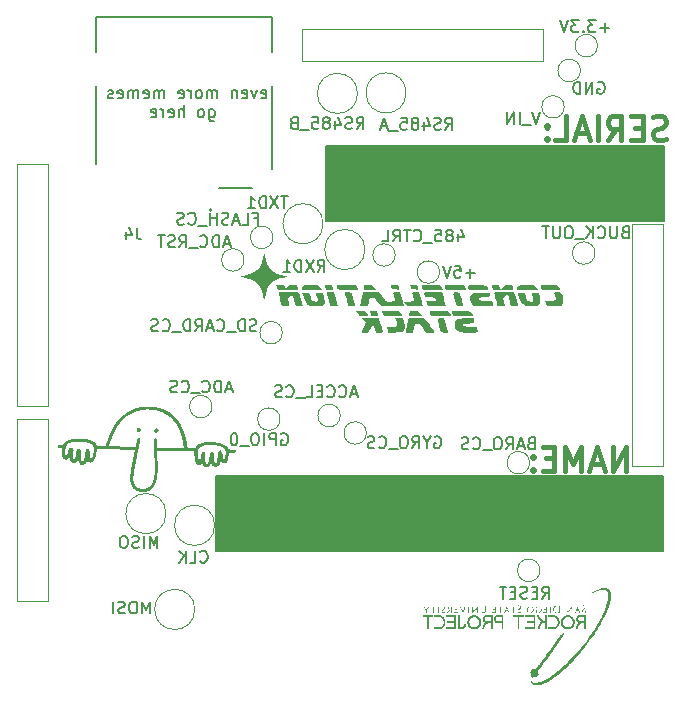
<source format=gbo>
G04 #@! TF.GenerationSoftware,KiCad,Pcbnew,9.0.0*
G04 #@! TF.CreationDate,2025-02-28T23:09:54-08:00*
G04 #@! TF.ProjectId,Constellation Stack V3.0,436f6e73-7465-46c6-9c61-74696f6e2053,rev?*
G04 #@! TF.SameCoordinates,Original*
G04 #@! TF.FileFunction,Legend,Bot*
G04 #@! TF.FilePolarity,Positive*
%FSLAX46Y46*%
G04 Gerber Fmt 4.6, Leading zero omitted, Abs format (unit mm)*
G04 Created by KiCad (PCBNEW 9.0.0) date 2025-02-28 23:09:54*
%MOMM*%
%LPD*%
G01*
G04 APERTURE LIST*
%ADD10C,0.150000*%
%ADD11C,0.400000*%
%ADD12C,0.120000*%
%ADD13C,0.127000*%
%ADD14C,0.200000*%
%ADD15C,0.000000*%
%ADD16C,5.600000*%
%ADD17C,1.500000*%
%ADD18C,3.000000*%
%ADD19C,1.700000*%
%ADD20O,1.700000X1.700000*%
%ADD21R,1.700000X1.700000*%
%ADD22C,1.000000*%
%ADD23R,0.700000X1.600000*%
%ADD24R,1.200000X1.800000*%
%ADD25R,1.600000X1.500000*%
%ADD26R,1.200000X2.200000*%
G04 APERTURE END LIST*
D10*
X52780003Y-36440000D02*
X81350000Y-36440000D01*
X81350000Y-42790000D01*
X52780003Y-42790000D01*
X52780003Y-36440000D01*
G36*
X52780003Y-36440000D02*
G01*
X81350000Y-36440000D01*
X81350000Y-42790000D01*
X52780003Y-42790000D01*
X52780003Y-36440000D01*
G37*
X43490000Y-64400000D02*
X81340000Y-64400000D01*
X81340000Y-70750000D01*
X43490000Y-70750000D01*
X43490000Y-64400000D01*
G36*
X43490000Y-64400000D02*
G01*
X81340000Y-64400000D01*
X81340000Y-70750000D01*
X43490000Y-70750000D01*
X43490000Y-64400000D01*
G37*
X76743220Y-26458866D02*
X75981316Y-26458866D01*
X76362268Y-26839819D02*
X76362268Y-26077914D01*
X75600363Y-25839819D02*
X74981316Y-25839819D01*
X74981316Y-25839819D02*
X75314649Y-26220771D01*
X75314649Y-26220771D02*
X75171792Y-26220771D01*
X75171792Y-26220771D02*
X75076554Y-26268390D01*
X75076554Y-26268390D02*
X75028935Y-26316009D01*
X75028935Y-26316009D02*
X74981316Y-26411247D01*
X74981316Y-26411247D02*
X74981316Y-26649342D01*
X74981316Y-26649342D02*
X75028935Y-26744580D01*
X75028935Y-26744580D02*
X75076554Y-26792200D01*
X75076554Y-26792200D02*
X75171792Y-26839819D01*
X75171792Y-26839819D02*
X75457506Y-26839819D01*
X75457506Y-26839819D02*
X75552744Y-26792200D01*
X75552744Y-26792200D02*
X75600363Y-26744580D01*
X74552744Y-26744580D02*
X74505125Y-26792200D01*
X74505125Y-26792200D02*
X74552744Y-26839819D01*
X74552744Y-26839819D02*
X74600363Y-26792200D01*
X74600363Y-26792200D02*
X74552744Y-26744580D01*
X74552744Y-26744580D02*
X74552744Y-26839819D01*
X74171792Y-25839819D02*
X73552745Y-25839819D01*
X73552745Y-25839819D02*
X73886078Y-26220771D01*
X73886078Y-26220771D02*
X73743221Y-26220771D01*
X73743221Y-26220771D02*
X73647983Y-26268390D01*
X73647983Y-26268390D02*
X73600364Y-26316009D01*
X73600364Y-26316009D02*
X73552745Y-26411247D01*
X73552745Y-26411247D02*
X73552745Y-26649342D01*
X73552745Y-26649342D02*
X73600364Y-26744580D01*
X73600364Y-26744580D02*
X73647983Y-26792200D01*
X73647983Y-26792200D02*
X73743221Y-26839819D01*
X73743221Y-26839819D02*
X74028935Y-26839819D01*
X74028935Y-26839819D02*
X74124173Y-26792200D01*
X74124173Y-26792200D02*
X74171792Y-26744580D01*
X73267030Y-25839819D02*
X72933697Y-26839819D01*
X72933697Y-26839819D02*
X72600364Y-25839819D01*
X46649887Y-42606009D02*
X46983220Y-42606009D01*
X46983220Y-43129819D02*
X46983220Y-42129819D01*
X46983220Y-42129819D02*
X46507030Y-42129819D01*
X45649887Y-43129819D02*
X46126077Y-43129819D01*
X46126077Y-43129819D02*
X46126077Y-42129819D01*
X45364172Y-42844104D02*
X44887982Y-42844104D01*
X45459410Y-43129819D02*
X45126077Y-42129819D01*
X45126077Y-42129819D02*
X44792744Y-43129819D01*
X44507029Y-43082200D02*
X44364172Y-43129819D01*
X44364172Y-43129819D02*
X44126077Y-43129819D01*
X44126077Y-43129819D02*
X44030839Y-43082200D01*
X44030839Y-43082200D02*
X43983220Y-43034580D01*
X43983220Y-43034580D02*
X43935601Y-42939342D01*
X43935601Y-42939342D02*
X43935601Y-42844104D01*
X43935601Y-42844104D02*
X43983220Y-42748866D01*
X43983220Y-42748866D02*
X44030839Y-42701247D01*
X44030839Y-42701247D02*
X44126077Y-42653628D01*
X44126077Y-42653628D02*
X44316553Y-42606009D01*
X44316553Y-42606009D02*
X44411791Y-42558390D01*
X44411791Y-42558390D02*
X44459410Y-42510771D01*
X44459410Y-42510771D02*
X44507029Y-42415533D01*
X44507029Y-42415533D02*
X44507029Y-42320295D01*
X44507029Y-42320295D02*
X44459410Y-42225057D01*
X44459410Y-42225057D02*
X44411791Y-42177438D01*
X44411791Y-42177438D02*
X44316553Y-42129819D01*
X44316553Y-42129819D02*
X44078458Y-42129819D01*
X44078458Y-42129819D02*
X43935601Y-42177438D01*
X43507029Y-43129819D02*
X43507029Y-42129819D01*
X43507029Y-42606009D02*
X42935601Y-42606009D01*
X42935601Y-43129819D02*
X42935601Y-42129819D01*
X42697506Y-43225057D02*
X41935601Y-43225057D01*
X41126077Y-43034580D02*
X41173696Y-43082200D01*
X41173696Y-43082200D02*
X41316553Y-43129819D01*
X41316553Y-43129819D02*
X41411791Y-43129819D01*
X41411791Y-43129819D02*
X41554648Y-43082200D01*
X41554648Y-43082200D02*
X41649886Y-42986961D01*
X41649886Y-42986961D02*
X41697505Y-42891723D01*
X41697505Y-42891723D02*
X41745124Y-42701247D01*
X41745124Y-42701247D02*
X41745124Y-42558390D01*
X41745124Y-42558390D02*
X41697505Y-42367914D01*
X41697505Y-42367914D02*
X41649886Y-42272676D01*
X41649886Y-42272676D02*
X41554648Y-42177438D01*
X41554648Y-42177438D02*
X41411791Y-42129819D01*
X41411791Y-42129819D02*
X41316553Y-42129819D01*
X41316553Y-42129819D02*
X41173696Y-42177438D01*
X41173696Y-42177438D02*
X41126077Y-42225057D01*
X40745124Y-43082200D02*
X40602267Y-43129819D01*
X40602267Y-43129819D02*
X40364172Y-43129819D01*
X40364172Y-43129819D02*
X40268934Y-43082200D01*
X40268934Y-43082200D02*
X40221315Y-43034580D01*
X40221315Y-43034580D02*
X40173696Y-42939342D01*
X40173696Y-42939342D02*
X40173696Y-42844104D01*
X40173696Y-42844104D02*
X40221315Y-42748866D01*
X40221315Y-42748866D02*
X40268934Y-42701247D01*
X40268934Y-42701247D02*
X40364172Y-42653628D01*
X40364172Y-42653628D02*
X40554648Y-42606009D01*
X40554648Y-42606009D02*
X40649886Y-42558390D01*
X40649886Y-42558390D02*
X40697505Y-42510771D01*
X40697505Y-42510771D02*
X40745124Y-42415533D01*
X40745124Y-42415533D02*
X40745124Y-42320295D01*
X40745124Y-42320295D02*
X40697505Y-42225057D01*
X40697505Y-42225057D02*
X40649886Y-42177438D01*
X40649886Y-42177438D02*
X40554648Y-42129819D01*
X40554648Y-42129819D02*
X40316553Y-42129819D01*
X40316553Y-42129819D02*
X40173696Y-42177438D01*
X65383220Y-47228866D02*
X64621316Y-47228866D01*
X65002268Y-47609819D02*
X65002268Y-46847914D01*
X63668935Y-46609819D02*
X64145125Y-46609819D01*
X64145125Y-46609819D02*
X64192744Y-47086009D01*
X64192744Y-47086009D02*
X64145125Y-47038390D01*
X64145125Y-47038390D02*
X64049887Y-46990771D01*
X64049887Y-46990771D02*
X63811792Y-46990771D01*
X63811792Y-46990771D02*
X63716554Y-47038390D01*
X63716554Y-47038390D02*
X63668935Y-47086009D01*
X63668935Y-47086009D02*
X63621316Y-47181247D01*
X63621316Y-47181247D02*
X63621316Y-47419342D01*
X63621316Y-47419342D02*
X63668935Y-47514580D01*
X63668935Y-47514580D02*
X63716554Y-47562200D01*
X63716554Y-47562200D02*
X63811792Y-47609819D01*
X63811792Y-47609819D02*
X64049887Y-47609819D01*
X64049887Y-47609819D02*
X64145125Y-47562200D01*
X64145125Y-47562200D02*
X64192744Y-47514580D01*
X63335601Y-46609819D02*
X63002268Y-47609819D01*
X63002268Y-47609819D02*
X62668935Y-46609819D01*
D11*
X81575890Y-35869200D02*
X81290176Y-35964438D01*
X81290176Y-35964438D02*
X80813985Y-35964438D01*
X80813985Y-35964438D02*
X80623509Y-35869200D01*
X80623509Y-35869200D02*
X80528271Y-35773961D01*
X80528271Y-35773961D02*
X80433033Y-35583485D01*
X80433033Y-35583485D02*
X80433033Y-35393009D01*
X80433033Y-35393009D02*
X80528271Y-35202533D01*
X80528271Y-35202533D02*
X80623509Y-35107295D01*
X80623509Y-35107295D02*
X80813985Y-35012057D01*
X80813985Y-35012057D02*
X81194938Y-34916819D01*
X81194938Y-34916819D02*
X81385414Y-34821580D01*
X81385414Y-34821580D02*
X81480652Y-34726342D01*
X81480652Y-34726342D02*
X81575890Y-34535866D01*
X81575890Y-34535866D02*
X81575890Y-34345390D01*
X81575890Y-34345390D02*
X81480652Y-34154914D01*
X81480652Y-34154914D02*
X81385414Y-34059676D01*
X81385414Y-34059676D02*
X81194938Y-33964438D01*
X81194938Y-33964438D02*
X80718747Y-33964438D01*
X80718747Y-33964438D02*
X80433033Y-34059676D01*
X79575890Y-34916819D02*
X78909223Y-34916819D01*
X78623509Y-35964438D02*
X79575890Y-35964438D01*
X79575890Y-35964438D02*
X79575890Y-33964438D01*
X79575890Y-33964438D02*
X78623509Y-33964438D01*
X76623509Y-35964438D02*
X77290176Y-35012057D01*
X77766366Y-35964438D02*
X77766366Y-33964438D01*
X77766366Y-33964438D02*
X77004461Y-33964438D01*
X77004461Y-33964438D02*
X76813985Y-34059676D01*
X76813985Y-34059676D02*
X76718747Y-34154914D01*
X76718747Y-34154914D02*
X76623509Y-34345390D01*
X76623509Y-34345390D02*
X76623509Y-34631104D01*
X76623509Y-34631104D02*
X76718747Y-34821580D01*
X76718747Y-34821580D02*
X76813985Y-34916819D01*
X76813985Y-34916819D02*
X77004461Y-35012057D01*
X77004461Y-35012057D02*
X77766366Y-35012057D01*
X75766366Y-35964438D02*
X75766366Y-33964438D01*
X74909223Y-35393009D02*
X73956842Y-35393009D01*
X75099699Y-35964438D02*
X74433033Y-33964438D01*
X74433033Y-33964438D02*
X73766366Y-35964438D01*
X72147318Y-35964438D02*
X73099699Y-35964438D01*
X73099699Y-35964438D02*
X73099699Y-33964438D01*
X71480651Y-35773961D02*
X71385413Y-35869200D01*
X71385413Y-35869200D02*
X71480651Y-35964438D01*
X71480651Y-35964438D02*
X71575889Y-35869200D01*
X71575889Y-35869200D02*
X71480651Y-35773961D01*
X71480651Y-35773961D02*
X71480651Y-35964438D01*
X71480651Y-34726342D02*
X71385413Y-34821580D01*
X71385413Y-34821580D02*
X71480651Y-34916819D01*
X71480651Y-34916819D02*
X71575889Y-34821580D01*
X71575889Y-34821580D02*
X71480651Y-34726342D01*
X71480651Y-34726342D02*
X71480651Y-34916819D01*
D10*
X55360839Y-57464104D02*
X54884649Y-57464104D01*
X55456077Y-57749819D02*
X55122744Y-56749819D01*
X55122744Y-56749819D02*
X54789411Y-57749819D01*
X53884649Y-57654580D02*
X53932268Y-57702200D01*
X53932268Y-57702200D02*
X54075125Y-57749819D01*
X54075125Y-57749819D02*
X54170363Y-57749819D01*
X54170363Y-57749819D02*
X54313220Y-57702200D01*
X54313220Y-57702200D02*
X54408458Y-57606961D01*
X54408458Y-57606961D02*
X54456077Y-57511723D01*
X54456077Y-57511723D02*
X54503696Y-57321247D01*
X54503696Y-57321247D02*
X54503696Y-57178390D01*
X54503696Y-57178390D02*
X54456077Y-56987914D01*
X54456077Y-56987914D02*
X54408458Y-56892676D01*
X54408458Y-56892676D02*
X54313220Y-56797438D01*
X54313220Y-56797438D02*
X54170363Y-56749819D01*
X54170363Y-56749819D02*
X54075125Y-56749819D01*
X54075125Y-56749819D02*
X53932268Y-56797438D01*
X53932268Y-56797438D02*
X53884649Y-56845057D01*
X52884649Y-57654580D02*
X52932268Y-57702200D01*
X52932268Y-57702200D02*
X53075125Y-57749819D01*
X53075125Y-57749819D02*
X53170363Y-57749819D01*
X53170363Y-57749819D02*
X53313220Y-57702200D01*
X53313220Y-57702200D02*
X53408458Y-57606961D01*
X53408458Y-57606961D02*
X53456077Y-57511723D01*
X53456077Y-57511723D02*
X53503696Y-57321247D01*
X53503696Y-57321247D02*
X53503696Y-57178390D01*
X53503696Y-57178390D02*
X53456077Y-56987914D01*
X53456077Y-56987914D02*
X53408458Y-56892676D01*
X53408458Y-56892676D02*
X53313220Y-56797438D01*
X53313220Y-56797438D02*
X53170363Y-56749819D01*
X53170363Y-56749819D02*
X53075125Y-56749819D01*
X53075125Y-56749819D02*
X52932268Y-56797438D01*
X52932268Y-56797438D02*
X52884649Y-56845057D01*
X52456077Y-57226009D02*
X52122744Y-57226009D01*
X51979887Y-57749819D02*
X52456077Y-57749819D01*
X52456077Y-57749819D02*
X52456077Y-56749819D01*
X52456077Y-56749819D02*
X51979887Y-56749819D01*
X51075125Y-57749819D02*
X51551315Y-57749819D01*
X51551315Y-57749819D02*
X51551315Y-56749819D01*
X50979887Y-57845057D02*
X50217982Y-57845057D01*
X49408458Y-57654580D02*
X49456077Y-57702200D01*
X49456077Y-57702200D02*
X49598934Y-57749819D01*
X49598934Y-57749819D02*
X49694172Y-57749819D01*
X49694172Y-57749819D02*
X49837029Y-57702200D01*
X49837029Y-57702200D02*
X49932267Y-57606961D01*
X49932267Y-57606961D02*
X49979886Y-57511723D01*
X49979886Y-57511723D02*
X50027505Y-57321247D01*
X50027505Y-57321247D02*
X50027505Y-57178390D01*
X50027505Y-57178390D02*
X49979886Y-56987914D01*
X49979886Y-56987914D02*
X49932267Y-56892676D01*
X49932267Y-56892676D02*
X49837029Y-56797438D01*
X49837029Y-56797438D02*
X49694172Y-56749819D01*
X49694172Y-56749819D02*
X49598934Y-56749819D01*
X49598934Y-56749819D02*
X49456077Y-56797438D01*
X49456077Y-56797438D02*
X49408458Y-56845057D01*
X49027505Y-57702200D02*
X48884648Y-57749819D01*
X48884648Y-57749819D02*
X48646553Y-57749819D01*
X48646553Y-57749819D02*
X48551315Y-57702200D01*
X48551315Y-57702200D02*
X48503696Y-57654580D01*
X48503696Y-57654580D02*
X48456077Y-57559342D01*
X48456077Y-57559342D02*
X48456077Y-57464104D01*
X48456077Y-57464104D02*
X48503696Y-57368866D01*
X48503696Y-57368866D02*
X48551315Y-57321247D01*
X48551315Y-57321247D02*
X48646553Y-57273628D01*
X48646553Y-57273628D02*
X48837029Y-57226009D01*
X48837029Y-57226009D02*
X48932267Y-57178390D01*
X48932267Y-57178390D02*
X48979886Y-57130771D01*
X48979886Y-57130771D02*
X49027505Y-57035533D01*
X49027505Y-57035533D02*
X49027505Y-56940295D01*
X49027505Y-56940295D02*
X48979886Y-56845057D01*
X48979886Y-56845057D02*
X48932267Y-56797438D01*
X48932267Y-56797438D02*
X48837029Y-56749819D01*
X48837029Y-56749819D02*
X48598934Y-56749819D01*
X48598934Y-56749819D02*
X48456077Y-56797438D01*
X49526077Y-40729819D02*
X48954649Y-40729819D01*
X49240363Y-41729819D02*
X49240363Y-40729819D01*
X48716553Y-40729819D02*
X48049887Y-41729819D01*
X48049887Y-40729819D02*
X48716553Y-41729819D01*
X47668934Y-41729819D02*
X47668934Y-40729819D01*
X47668934Y-40729819D02*
X47430839Y-40729819D01*
X47430839Y-40729819D02*
X47287982Y-40777438D01*
X47287982Y-40777438D02*
X47192744Y-40872676D01*
X47192744Y-40872676D02*
X47145125Y-40967914D01*
X47145125Y-40967914D02*
X47097506Y-41158390D01*
X47097506Y-41158390D02*
X47097506Y-41301247D01*
X47097506Y-41301247D02*
X47145125Y-41491723D01*
X47145125Y-41491723D02*
X47192744Y-41586961D01*
X47192744Y-41586961D02*
X47287982Y-41682200D01*
X47287982Y-41682200D02*
X47430839Y-41729819D01*
X47430839Y-41729819D02*
X47668934Y-41729819D01*
X46145125Y-41729819D02*
X46716553Y-41729819D01*
X46430839Y-41729819D02*
X46430839Y-40729819D01*
X46430839Y-40729819D02*
X46526077Y-40872676D01*
X46526077Y-40872676D02*
X46621315Y-40967914D01*
X46621315Y-40967914D02*
X46716553Y-41015533D01*
X38503220Y-70499819D02*
X38503220Y-69499819D01*
X38503220Y-69499819D02*
X38169887Y-70214104D01*
X38169887Y-70214104D02*
X37836554Y-69499819D01*
X37836554Y-69499819D02*
X37836554Y-70499819D01*
X37360363Y-70499819D02*
X37360363Y-69499819D01*
X36931792Y-70452200D02*
X36788935Y-70499819D01*
X36788935Y-70499819D02*
X36550840Y-70499819D01*
X36550840Y-70499819D02*
X36455602Y-70452200D01*
X36455602Y-70452200D02*
X36407983Y-70404580D01*
X36407983Y-70404580D02*
X36360364Y-70309342D01*
X36360364Y-70309342D02*
X36360364Y-70214104D01*
X36360364Y-70214104D02*
X36407983Y-70118866D01*
X36407983Y-70118866D02*
X36455602Y-70071247D01*
X36455602Y-70071247D02*
X36550840Y-70023628D01*
X36550840Y-70023628D02*
X36741316Y-69976009D01*
X36741316Y-69976009D02*
X36836554Y-69928390D01*
X36836554Y-69928390D02*
X36884173Y-69880771D01*
X36884173Y-69880771D02*
X36931792Y-69785533D01*
X36931792Y-69785533D02*
X36931792Y-69690295D01*
X36931792Y-69690295D02*
X36884173Y-69595057D01*
X36884173Y-69595057D02*
X36836554Y-69547438D01*
X36836554Y-69547438D02*
X36741316Y-69499819D01*
X36741316Y-69499819D02*
X36503221Y-69499819D01*
X36503221Y-69499819D02*
X36360364Y-69547438D01*
X35741316Y-69499819D02*
X35550840Y-69499819D01*
X35550840Y-69499819D02*
X35455602Y-69547438D01*
X35455602Y-69547438D02*
X35360364Y-69642676D01*
X35360364Y-69642676D02*
X35312745Y-69833152D01*
X35312745Y-69833152D02*
X35312745Y-70166485D01*
X35312745Y-70166485D02*
X35360364Y-70356961D01*
X35360364Y-70356961D02*
X35455602Y-70452200D01*
X35455602Y-70452200D02*
X35550840Y-70499819D01*
X35550840Y-70499819D02*
X35741316Y-70499819D01*
X35741316Y-70499819D02*
X35836554Y-70452200D01*
X35836554Y-70452200D02*
X35931792Y-70356961D01*
X35931792Y-70356961D02*
X35979411Y-70166485D01*
X35979411Y-70166485D02*
X35979411Y-69833152D01*
X35979411Y-69833152D02*
X35931792Y-69642676D01*
X35931792Y-69642676D02*
X35836554Y-69547438D01*
X35836554Y-69547438D02*
X35741316Y-69499819D01*
X63974649Y-43883152D02*
X63974649Y-44549819D01*
X64212744Y-43502200D02*
X64450839Y-44216485D01*
X64450839Y-44216485D02*
X63831792Y-44216485D01*
X63307982Y-43978390D02*
X63403220Y-43930771D01*
X63403220Y-43930771D02*
X63450839Y-43883152D01*
X63450839Y-43883152D02*
X63498458Y-43787914D01*
X63498458Y-43787914D02*
X63498458Y-43740295D01*
X63498458Y-43740295D02*
X63450839Y-43645057D01*
X63450839Y-43645057D02*
X63403220Y-43597438D01*
X63403220Y-43597438D02*
X63307982Y-43549819D01*
X63307982Y-43549819D02*
X63117506Y-43549819D01*
X63117506Y-43549819D02*
X63022268Y-43597438D01*
X63022268Y-43597438D02*
X62974649Y-43645057D01*
X62974649Y-43645057D02*
X62927030Y-43740295D01*
X62927030Y-43740295D02*
X62927030Y-43787914D01*
X62927030Y-43787914D02*
X62974649Y-43883152D01*
X62974649Y-43883152D02*
X63022268Y-43930771D01*
X63022268Y-43930771D02*
X63117506Y-43978390D01*
X63117506Y-43978390D02*
X63307982Y-43978390D01*
X63307982Y-43978390D02*
X63403220Y-44026009D01*
X63403220Y-44026009D02*
X63450839Y-44073628D01*
X63450839Y-44073628D02*
X63498458Y-44168866D01*
X63498458Y-44168866D02*
X63498458Y-44359342D01*
X63498458Y-44359342D02*
X63450839Y-44454580D01*
X63450839Y-44454580D02*
X63403220Y-44502200D01*
X63403220Y-44502200D02*
X63307982Y-44549819D01*
X63307982Y-44549819D02*
X63117506Y-44549819D01*
X63117506Y-44549819D02*
X63022268Y-44502200D01*
X63022268Y-44502200D02*
X62974649Y-44454580D01*
X62974649Y-44454580D02*
X62927030Y-44359342D01*
X62927030Y-44359342D02*
X62927030Y-44168866D01*
X62927030Y-44168866D02*
X62974649Y-44073628D01*
X62974649Y-44073628D02*
X63022268Y-44026009D01*
X63022268Y-44026009D02*
X63117506Y-43978390D01*
X62022268Y-43549819D02*
X62498458Y-43549819D01*
X62498458Y-43549819D02*
X62546077Y-44026009D01*
X62546077Y-44026009D02*
X62498458Y-43978390D01*
X62498458Y-43978390D02*
X62403220Y-43930771D01*
X62403220Y-43930771D02*
X62165125Y-43930771D01*
X62165125Y-43930771D02*
X62069887Y-43978390D01*
X62069887Y-43978390D02*
X62022268Y-44026009D01*
X62022268Y-44026009D02*
X61974649Y-44121247D01*
X61974649Y-44121247D02*
X61974649Y-44359342D01*
X61974649Y-44359342D02*
X62022268Y-44454580D01*
X62022268Y-44454580D02*
X62069887Y-44502200D01*
X62069887Y-44502200D02*
X62165125Y-44549819D01*
X62165125Y-44549819D02*
X62403220Y-44549819D01*
X62403220Y-44549819D02*
X62498458Y-44502200D01*
X62498458Y-44502200D02*
X62546077Y-44454580D01*
X61784173Y-44645057D02*
X61022268Y-44645057D01*
X60212744Y-44454580D02*
X60260363Y-44502200D01*
X60260363Y-44502200D02*
X60403220Y-44549819D01*
X60403220Y-44549819D02*
X60498458Y-44549819D01*
X60498458Y-44549819D02*
X60641315Y-44502200D01*
X60641315Y-44502200D02*
X60736553Y-44406961D01*
X60736553Y-44406961D02*
X60784172Y-44311723D01*
X60784172Y-44311723D02*
X60831791Y-44121247D01*
X60831791Y-44121247D02*
X60831791Y-43978390D01*
X60831791Y-43978390D02*
X60784172Y-43787914D01*
X60784172Y-43787914D02*
X60736553Y-43692676D01*
X60736553Y-43692676D02*
X60641315Y-43597438D01*
X60641315Y-43597438D02*
X60498458Y-43549819D01*
X60498458Y-43549819D02*
X60403220Y-43549819D01*
X60403220Y-43549819D02*
X60260363Y-43597438D01*
X60260363Y-43597438D02*
X60212744Y-43645057D01*
X59927029Y-43549819D02*
X59355601Y-43549819D01*
X59641315Y-44549819D02*
X59641315Y-43549819D01*
X58450839Y-44549819D02*
X58784172Y-44073628D01*
X59022267Y-44549819D02*
X59022267Y-43549819D01*
X59022267Y-43549819D02*
X58641315Y-43549819D01*
X58641315Y-43549819D02*
X58546077Y-43597438D01*
X58546077Y-43597438D02*
X58498458Y-43645057D01*
X58498458Y-43645057D02*
X58450839Y-43740295D01*
X58450839Y-43740295D02*
X58450839Y-43883152D01*
X58450839Y-43883152D02*
X58498458Y-43978390D01*
X58498458Y-43978390D02*
X58546077Y-44026009D01*
X58546077Y-44026009D02*
X58641315Y-44073628D01*
X58641315Y-44073628D02*
X59022267Y-44073628D01*
X57546077Y-44549819D02*
X58022267Y-44549819D01*
X58022267Y-44549819D02*
X58022267Y-43549819D01*
X44590839Y-44754104D02*
X44114649Y-44754104D01*
X44686077Y-45039819D02*
X44352744Y-44039819D01*
X44352744Y-44039819D02*
X44019411Y-45039819D01*
X43686077Y-45039819D02*
X43686077Y-44039819D01*
X43686077Y-44039819D02*
X43447982Y-44039819D01*
X43447982Y-44039819D02*
X43305125Y-44087438D01*
X43305125Y-44087438D02*
X43209887Y-44182676D01*
X43209887Y-44182676D02*
X43162268Y-44277914D01*
X43162268Y-44277914D02*
X43114649Y-44468390D01*
X43114649Y-44468390D02*
X43114649Y-44611247D01*
X43114649Y-44611247D02*
X43162268Y-44801723D01*
X43162268Y-44801723D02*
X43209887Y-44896961D01*
X43209887Y-44896961D02*
X43305125Y-44992200D01*
X43305125Y-44992200D02*
X43447982Y-45039819D01*
X43447982Y-45039819D02*
X43686077Y-45039819D01*
X42114649Y-44944580D02*
X42162268Y-44992200D01*
X42162268Y-44992200D02*
X42305125Y-45039819D01*
X42305125Y-45039819D02*
X42400363Y-45039819D01*
X42400363Y-45039819D02*
X42543220Y-44992200D01*
X42543220Y-44992200D02*
X42638458Y-44896961D01*
X42638458Y-44896961D02*
X42686077Y-44801723D01*
X42686077Y-44801723D02*
X42733696Y-44611247D01*
X42733696Y-44611247D02*
X42733696Y-44468390D01*
X42733696Y-44468390D02*
X42686077Y-44277914D01*
X42686077Y-44277914D02*
X42638458Y-44182676D01*
X42638458Y-44182676D02*
X42543220Y-44087438D01*
X42543220Y-44087438D02*
X42400363Y-44039819D01*
X42400363Y-44039819D02*
X42305125Y-44039819D01*
X42305125Y-44039819D02*
X42162268Y-44087438D01*
X42162268Y-44087438D02*
X42114649Y-44135057D01*
X41924173Y-45135057D02*
X41162268Y-45135057D01*
X40352744Y-45039819D02*
X40686077Y-44563628D01*
X40924172Y-45039819D02*
X40924172Y-44039819D01*
X40924172Y-44039819D02*
X40543220Y-44039819D01*
X40543220Y-44039819D02*
X40447982Y-44087438D01*
X40447982Y-44087438D02*
X40400363Y-44135057D01*
X40400363Y-44135057D02*
X40352744Y-44230295D01*
X40352744Y-44230295D02*
X40352744Y-44373152D01*
X40352744Y-44373152D02*
X40400363Y-44468390D01*
X40400363Y-44468390D02*
X40447982Y-44516009D01*
X40447982Y-44516009D02*
X40543220Y-44563628D01*
X40543220Y-44563628D02*
X40924172Y-44563628D01*
X39971791Y-44992200D02*
X39828934Y-45039819D01*
X39828934Y-45039819D02*
X39590839Y-45039819D01*
X39590839Y-45039819D02*
X39495601Y-44992200D01*
X39495601Y-44992200D02*
X39447982Y-44944580D01*
X39447982Y-44944580D02*
X39400363Y-44849342D01*
X39400363Y-44849342D02*
X39400363Y-44754104D01*
X39400363Y-44754104D02*
X39447982Y-44658866D01*
X39447982Y-44658866D02*
X39495601Y-44611247D01*
X39495601Y-44611247D02*
X39590839Y-44563628D01*
X39590839Y-44563628D02*
X39781315Y-44516009D01*
X39781315Y-44516009D02*
X39876553Y-44468390D01*
X39876553Y-44468390D02*
X39924172Y-44420771D01*
X39924172Y-44420771D02*
X39971791Y-44325533D01*
X39971791Y-44325533D02*
X39971791Y-44230295D01*
X39971791Y-44230295D02*
X39924172Y-44135057D01*
X39924172Y-44135057D02*
X39876553Y-44087438D01*
X39876553Y-44087438D02*
X39781315Y-44039819D01*
X39781315Y-44039819D02*
X39543220Y-44039819D01*
X39543220Y-44039819D02*
X39400363Y-44087438D01*
X39114648Y-44039819D02*
X38543220Y-44039819D01*
X38828934Y-45039819D02*
X38828934Y-44039819D01*
X61969411Y-61097438D02*
X62064649Y-61049819D01*
X62064649Y-61049819D02*
X62207506Y-61049819D01*
X62207506Y-61049819D02*
X62350363Y-61097438D01*
X62350363Y-61097438D02*
X62445601Y-61192676D01*
X62445601Y-61192676D02*
X62493220Y-61287914D01*
X62493220Y-61287914D02*
X62540839Y-61478390D01*
X62540839Y-61478390D02*
X62540839Y-61621247D01*
X62540839Y-61621247D02*
X62493220Y-61811723D01*
X62493220Y-61811723D02*
X62445601Y-61906961D01*
X62445601Y-61906961D02*
X62350363Y-62002200D01*
X62350363Y-62002200D02*
X62207506Y-62049819D01*
X62207506Y-62049819D02*
X62112268Y-62049819D01*
X62112268Y-62049819D02*
X61969411Y-62002200D01*
X61969411Y-62002200D02*
X61921792Y-61954580D01*
X61921792Y-61954580D02*
X61921792Y-61621247D01*
X61921792Y-61621247D02*
X62112268Y-61621247D01*
X61302744Y-61573628D02*
X61302744Y-62049819D01*
X61636077Y-61049819D02*
X61302744Y-61573628D01*
X61302744Y-61573628D02*
X60969411Y-61049819D01*
X60064649Y-62049819D02*
X60397982Y-61573628D01*
X60636077Y-62049819D02*
X60636077Y-61049819D01*
X60636077Y-61049819D02*
X60255125Y-61049819D01*
X60255125Y-61049819D02*
X60159887Y-61097438D01*
X60159887Y-61097438D02*
X60112268Y-61145057D01*
X60112268Y-61145057D02*
X60064649Y-61240295D01*
X60064649Y-61240295D02*
X60064649Y-61383152D01*
X60064649Y-61383152D02*
X60112268Y-61478390D01*
X60112268Y-61478390D02*
X60159887Y-61526009D01*
X60159887Y-61526009D02*
X60255125Y-61573628D01*
X60255125Y-61573628D02*
X60636077Y-61573628D01*
X59445601Y-61049819D02*
X59255125Y-61049819D01*
X59255125Y-61049819D02*
X59159887Y-61097438D01*
X59159887Y-61097438D02*
X59064649Y-61192676D01*
X59064649Y-61192676D02*
X59017030Y-61383152D01*
X59017030Y-61383152D02*
X59017030Y-61716485D01*
X59017030Y-61716485D02*
X59064649Y-61906961D01*
X59064649Y-61906961D02*
X59159887Y-62002200D01*
X59159887Y-62002200D02*
X59255125Y-62049819D01*
X59255125Y-62049819D02*
X59445601Y-62049819D01*
X59445601Y-62049819D02*
X59540839Y-62002200D01*
X59540839Y-62002200D02*
X59636077Y-61906961D01*
X59636077Y-61906961D02*
X59683696Y-61716485D01*
X59683696Y-61716485D02*
X59683696Y-61383152D01*
X59683696Y-61383152D02*
X59636077Y-61192676D01*
X59636077Y-61192676D02*
X59540839Y-61097438D01*
X59540839Y-61097438D02*
X59445601Y-61049819D01*
X58826554Y-62145057D02*
X58064649Y-62145057D01*
X57255125Y-61954580D02*
X57302744Y-62002200D01*
X57302744Y-62002200D02*
X57445601Y-62049819D01*
X57445601Y-62049819D02*
X57540839Y-62049819D01*
X57540839Y-62049819D02*
X57683696Y-62002200D01*
X57683696Y-62002200D02*
X57778934Y-61906961D01*
X57778934Y-61906961D02*
X57826553Y-61811723D01*
X57826553Y-61811723D02*
X57874172Y-61621247D01*
X57874172Y-61621247D02*
X57874172Y-61478390D01*
X57874172Y-61478390D02*
X57826553Y-61287914D01*
X57826553Y-61287914D02*
X57778934Y-61192676D01*
X57778934Y-61192676D02*
X57683696Y-61097438D01*
X57683696Y-61097438D02*
X57540839Y-61049819D01*
X57540839Y-61049819D02*
X57445601Y-61049819D01*
X57445601Y-61049819D02*
X57302744Y-61097438D01*
X57302744Y-61097438D02*
X57255125Y-61145057D01*
X56874172Y-62002200D02*
X56731315Y-62049819D01*
X56731315Y-62049819D02*
X56493220Y-62049819D01*
X56493220Y-62049819D02*
X56397982Y-62002200D01*
X56397982Y-62002200D02*
X56350363Y-61954580D01*
X56350363Y-61954580D02*
X56302744Y-61859342D01*
X56302744Y-61859342D02*
X56302744Y-61764104D01*
X56302744Y-61764104D02*
X56350363Y-61668866D01*
X56350363Y-61668866D02*
X56397982Y-61621247D01*
X56397982Y-61621247D02*
X56493220Y-61573628D01*
X56493220Y-61573628D02*
X56683696Y-61526009D01*
X56683696Y-61526009D02*
X56778934Y-61478390D01*
X56778934Y-61478390D02*
X56826553Y-61430771D01*
X56826553Y-61430771D02*
X56874172Y-61335533D01*
X56874172Y-61335533D02*
X56874172Y-61240295D01*
X56874172Y-61240295D02*
X56826553Y-61145057D01*
X56826553Y-61145057D02*
X56778934Y-61097438D01*
X56778934Y-61097438D02*
X56683696Y-61049819D01*
X56683696Y-61049819D02*
X56445601Y-61049819D01*
X56445601Y-61049819D02*
X56302744Y-61097438D01*
X46880839Y-52102200D02*
X46737982Y-52149819D01*
X46737982Y-52149819D02*
X46499887Y-52149819D01*
X46499887Y-52149819D02*
X46404649Y-52102200D01*
X46404649Y-52102200D02*
X46357030Y-52054580D01*
X46357030Y-52054580D02*
X46309411Y-51959342D01*
X46309411Y-51959342D02*
X46309411Y-51864104D01*
X46309411Y-51864104D02*
X46357030Y-51768866D01*
X46357030Y-51768866D02*
X46404649Y-51721247D01*
X46404649Y-51721247D02*
X46499887Y-51673628D01*
X46499887Y-51673628D02*
X46690363Y-51626009D01*
X46690363Y-51626009D02*
X46785601Y-51578390D01*
X46785601Y-51578390D02*
X46833220Y-51530771D01*
X46833220Y-51530771D02*
X46880839Y-51435533D01*
X46880839Y-51435533D02*
X46880839Y-51340295D01*
X46880839Y-51340295D02*
X46833220Y-51245057D01*
X46833220Y-51245057D02*
X46785601Y-51197438D01*
X46785601Y-51197438D02*
X46690363Y-51149819D01*
X46690363Y-51149819D02*
X46452268Y-51149819D01*
X46452268Y-51149819D02*
X46309411Y-51197438D01*
X45880839Y-52149819D02*
X45880839Y-51149819D01*
X45880839Y-51149819D02*
X45642744Y-51149819D01*
X45642744Y-51149819D02*
X45499887Y-51197438D01*
X45499887Y-51197438D02*
X45404649Y-51292676D01*
X45404649Y-51292676D02*
X45357030Y-51387914D01*
X45357030Y-51387914D02*
X45309411Y-51578390D01*
X45309411Y-51578390D02*
X45309411Y-51721247D01*
X45309411Y-51721247D02*
X45357030Y-51911723D01*
X45357030Y-51911723D02*
X45404649Y-52006961D01*
X45404649Y-52006961D02*
X45499887Y-52102200D01*
X45499887Y-52102200D02*
X45642744Y-52149819D01*
X45642744Y-52149819D02*
X45880839Y-52149819D01*
X45118935Y-52245057D02*
X44357030Y-52245057D01*
X43547506Y-52054580D02*
X43595125Y-52102200D01*
X43595125Y-52102200D02*
X43737982Y-52149819D01*
X43737982Y-52149819D02*
X43833220Y-52149819D01*
X43833220Y-52149819D02*
X43976077Y-52102200D01*
X43976077Y-52102200D02*
X44071315Y-52006961D01*
X44071315Y-52006961D02*
X44118934Y-51911723D01*
X44118934Y-51911723D02*
X44166553Y-51721247D01*
X44166553Y-51721247D02*
X44166553Y-51578390D01*
X44166553Y-51578390D02*
X44118934Y-51387914D01*
X44118934Y-51387914D02*
X44071315Y-51292676D01*
X44071315Y-51292676D02*
X43976077Y-51197438D01*
X43976077Y-51197438D02*
X43833220Y-51149819D01*
X43833220Y-51149819D02*
X43737982Y-51149819D01*
X43737982Y-51149819D02*
X43595125Y-51197438D01*
X43595125Y-51197438D02*
X43547506Y-51245057D01*
X43166553Y-51864104D02*
X42690363Y-51864104D01*
X43261791Y-52149819D02*
X42928458Y-51149819D01*
X42928458Y-51149819D02*
X42595125Y-52149819D01*
X41690363Y-52149819D02*
X42023696Y-51673628D01*
X42261791Y-52149819D02*
X42261791Y-51149819D01*
X42261791Y-51149819D02*
X41880839Y-51149819D01*
X41880839Y-51149819D02*
X41785601Y-51197438D01*
X41785601Y-51197438D02*
X41737982Y-51245057D01*
X41737982Y-51245057D02*
X41690363Y-51340295D01*
X41690363Y-51340295D02*
X41690363Y-51483152D01*
X41690363Y-51483152D02*
X41737982Y-51578390D01*
X41737982Y-51578390D02*
X41785601Y-51626009D01*
X41785601Y-51626009D02*
X41880839Y-51673628D01*
X41880839Y-51673628D02*
X42261791Y-51673628D01*
X41261791Y-52149819D02*
X41261791Y-51149819D01*
X41261791Y-51149819D02*
X41023696Y-51149819D01*
X41023696Y-51149819D02*
X40880839Y-51197438D01*
X40880839Y-51197438D02*
X40785601Y-51292676D01*
X40785601Y-51292676D02*
X40737982Y-51387914D01*
X40737982Y-51387914D02*
X40690363Y-51578390D01*
X40690363Y-51578390D02*
X40690363Y-51721247D01*
X40690363Y-51721247D02*
X40737982Y-51911723D01*
X40737982Y-51911723D02*
X40785601Y-52006961D01*
X40785601Y-52006961D02*
X40880839Y-52102200D01*
X40880839Y-52102200D02*
X41023696Y-52149819D01*
X41023696Y-52149819D02*
X41261791Y-52149819D01*
X40499887Y-52245057D02*
X39737982Y-52245057D01*
X38928458Y-52054580D02*
X38976077Y-52102200D01*
X38976077Y-52102200D02*
X39118934Y-52149819D01*
X39118934Y-52149819D02*
X39214172Y-52149819D01*
X39214172Y-52149819D02*
X39357029Y-52102200D01*
X39357029Y-52102200D02*
X39452267Y-52006961D01*
X39452267Y-52006961D02*
X39499886Y-51911723D01*
X39499886Y-51911723D02*
X39547505Y-51721247D01*
X39547505Y-51721247D02*
X39547505Y-51578390D01*
X39547505Y-51578390D02*
X39499886Y-51387914D01*
X39499886Y-51387914D02*
X39452267Y-51292676D01*
X39452267Y-51292676D02*
X39357029Y-51197438D01*
X39357029Y-51197438D02*
X39214172Y-51149819D01*
X39214172Y-51149819D02*
X39118934Y-51149819D01*
X39118934Y-51149819D02*
X38976077Y-51197438D01*
X38976077Y-51197438D02*
X38928458Y-51245057D01*
X38547505Y-52102200D02*
X38404648Y-52149819D01*
X38404648Y-52149819D02*
X38166553Y-52149819D01*
X38166553Y-52149819D02*
X38071315Y-52102200D01*
X38071315Y-52102200D02*
X38023696Y-52054580D01*
X38023696Y-52054580D02*
X37976077Y-51959342D01*
X37976077Y-51959342D02*
X37976077Y-51864104D01*
X37976077Y-51864104D02*
X38023696Y-51768866D01*
X38023696Y-51768866D02*
X38071315Y-51721247D01*
X38071315Y-51721247D02*
X38166553Y-51673628D01*
X38166553Y-51673628D02*
X38357029Y-51626009D01*
X38357029Y-51626009D02*
X38452267Y-51578390D01*
X38452267Y-51578390D02*
X38499886Y-51530771D01*
X38499886Y-51530771D02*
X38547505Y-51435533D01*
X38547505Y-51435533D02*
X38547505Y-51340295D01*
X38547505Y-51340295D02*
X38499886Y-51245057D01*
X38499886Y-51245057D02*
X38452267Y-51197438D01*
X38452267Y-51197438D02*
X38357029Y-51149819D01*
X38357029Y-51149819D02*
X38118934Y-51149819D01*
X38118934Y-51149819D02*
X37976077Y-51197438D01*
X48989411Y-60847438D02*
X49084649Y-60799819D01*
X49084649Y-60799819D02*
X49227506Y-60799819D01*
X49227506Y-60799819D02*
X49370363Y-60847438D01*
X49370363Y-60847438D02*
X49465601Y-60942676D01*
X49465601Y-60942676D02*
X49513220Y-61037914D01*
X49513220Y-61037914D02*
X49560839Y-61228390D01*
X49560839Y-61228390D02*
X49560839Y-61371247D01*
X49560839Y-61371247D02*
X49513220Y-61561723D01*
X49513220Y-61561723D02*
X49465601Y-61656961D01*
X49465601Y-61656961D02*
X49370363Y-61752200D01*
X49370363Y-61752200D02*
X49227506Y-61799819D01*
X49227506Y-61799819D02*
X49132268Y-61799819D01*
X49132268Y-61799819D02*
X48989411Y-61752200D01*
X48989411Y-61752200D02*
X48941792Y-61704580D01*
X48941792Y-61704580D02*
X48941792Y-61371247D01*
X48941792Y-61371247D02*
X49132268Y-61371247D01*
X48513220Y-61799819D02*
X48513220Y-60799819D01*
X48513220Y-60799819D02*
X48132268Y-60799819D01*
X48132268Y-60799819D02*
X48037030Y-60847438D01*
X48037030Y-60847438D02*
X47989411Y-60895057D01*
X47989411Y-60895057D02*
X47941792Y-60990295D01*
X47941792Y-60990295D02*
X47941792Y-61133152D01*
X47941792Y-61133152D02*
X47989411Y-61228390D01*
X47989411Y-61228390D02*
X48037030Y-61276009D01*
X48037030Y-61276009D02*
X48132268Y-61323628D01*
X48132268Y-61323628D02*
X48513220Y-61323628D01*
X47513220Y-61799819D02*
X47513220Y-60799819D01*
X46846554Y-60799819D02*
X46656078Y-60799819D01*
X46656078Y-60799819D02*
X46560840Y-60847438D01*
X46560840Y-60847438D02*
X46465602Y-60942676D01*
X46465602Y-60942676D02*
X46417983Y-61133152D01*
X46417983Y-61133152D02*
X46417983Y-61466485D01*
X46417983Y-61466485D02*
X46465602Y-61656961D01*
X46465602Y-61656961D02*
X46560840Y-61752200D01*
X46560840Y-61752200D02*
X46656078Y-61799819D01*
X46656078Y-61799819D02*
X46846554Y-61799819D01*
X46846554Y-61799819D02*
X46941792Y-61752200D01*
X46941792Y-61752200D02*
X47037030Y-61656961D01*
X47037030Y-61656961D02*
X47084649Y-61466485D01*
X47084649Y-61466485D02*
X47084649Y-61133152D01*
X47084649Y-61133152D02*
X47037030Y-60942676D01*
X47037030Y-60942676D02*
X46941792Y-60847438D01*
X46941792Y-60847438D02*
X46846554Y-60799819D01*
X46227507Y-61895057D02*
X45465602Y-61895057D01*
X45037030Y-60799819D02*
X44941792Y-60799819D01*
X44941792Y-60799819D02*
X44846554Y-60847438D01*
X44846554Y-60847438D02*
X44798935Y-60895057D01*
X44798935Y-60895057D02*
X44751316Y-60990295D01*
X44751316Y-60990295D02*
X44703697Y-61180771D01*
X44703697Y-61180771D02*
X44703697Y-61418866D01*
X44703697Y-61418866D02*
X44751316Y-61609342D01*
X44751316Y-61609342D02*
X44798935Y-61704580D01*
X44798935Y-61704580D02*
X44846554Y-61752200D01*
X44846554Y-61752200D02*
X44941792Y-61799819D01*
X44941792Y-61799819D02*
X45037030Y-61799819D01*
X45037030Y-61799819D02*
X45132268Y-61752200D01*
X45132268Y-61752200D02*
X45179887Y-61704580D01*
X45179887Y-61704580D02*
X45227506Y-61609342D01*
X45227506Y-61609342D02*
X45275125Y-61418866D01*
X45275125Y-61418866D02*
X45275125Y-61180771D01*
X45275125Y-61180771D02*
X45227506Y-60990295D01*
X45227506Y-60990295D02*
X45179887Y-60895057D01*
X45179887Y-60895057D02*
X45132268Y-60847438D01*
X45132268Y-60847438D02*
X45037030Y-60799819D01*
X62871792Y-35089819D02*
X63205125Y-34613628D01*
X63443220Y-35089819D02*
X63443220Y-34089819D01*
X63443220Y-34089819D02*
X63062268Y-34089819D01*
X63062268Y-34089819D02*
X62967030Y-34137438D01*
X62967030Y-34137438D02*
X62919411Y-34185057D01*
X62919411Y-34185057D02*
X62871792Y-34280295D01*
X62871792Y-34280295D02*
X62871792Y-34423152D01*
X62871792Y-34423152D02*
X62919411Y-34518390D01*
X62919411Y-34518390D02*
X62967030Y-34566009D01*
X62967030Y-34566009D02*
X63062268Y-34613628D01*
X63062268Y-34613628D02*
X63443220Y-34613628D01*
X62490839Y-35042200D02*
X62347982Y-35089819D01*
X62347982Y-35089819D02*
X62109887Y-35089819D01*
X62109887Y-35089819D02*
X62014649Y-35042200D01*
X62014649Y-35042200D02*
X61967030Y-34994580D01*
X61967030Y-34994580D02*
X61919411Y-34899342D01*
X61919411Y-34899342D02*
X61919411Y-34804104D01*
X61919411Y-34804104D02*
X61967030Y-34708866D01*
X61967030Y-34708866D02*
X62014649Y-34661247D01*
X62014649Y-34661247D02*
X62109887Y-34613628D01*
X62109887Y-34613628D02*
X62300363Y-34566009D01*
X62300363Y-34566009D02*
X62395601Y-34518390D01*
X62395601Y-34518390D02*
X62443220Y-34470771D01*
X62443220Y-34470771D02*
X62490839Y-34375533D01*
X62490839Y-34375533D02*
X62490839Y-34280295D01*
X62490839Y-34280295D02*
X62443220Y-34185057D01*
X62443220Y-34185057D02*
X62395601Y-34137438D01*
X62395601Y-34137438D02*
X62300363Y-34089819D01*
X62300363Y-34089819D02*
X62062268Y-34089819D01*
X62062268Y-34089819D02*
X61919411Y-34137438D01*
X61062268Y-34423152D02*
X61062268Y-35089819D01*
X61300363Y-34042200D02*
X61538458Y-34756485D01*
X61538458Y-34756485D02*
X60919411Y-34756485D01*
X60395601Y-34518390D02*
X60490839Y-34470771D01*
X60490839Y-34470771D02*
X60538458Y-34423152D01*
X60538458Y-34423152D02*
X60586077Y-34327914D01*
X60586077Y-34327914D02*
X60586077Y-34280295D01*
X60586077Y-34280295D02*
X60538458Y-34185057D01*
X60538458Y-34185057D02*
X60490839Y-34137438D01*
X60490839Y-34137438D02*
X60395601Y-34089819D01*
X60395601Y-34089819D02*
X60205125Y-34089819D01*
X60205125Y-34089819D02*
X60109887Y-34137438D01*
X60109887Y-34137438D02*
X60062268Y-34185057D01*
X60062268Y-34185057D02*
X60014649Y-34280295D01*
X60014649Y-34280295D02*
X60014649Y-34327914D01*
X60014649Y-34327914D02*
X60062268Y-34423152D01*
X60062268Y-34423152D02*
X60109887Y-34470771D01*
X60109887Y-34470771D02*
X60205125Y-34518390D01*
X60205125Y-34518390D02*
X60395601Y-34518390D01*
X60395601Y-34518390D02*
X60490839Y-34566009D01*
X60490839Y-34566009D02*
X60538458Y-34613628D01*
X60538458Y-34613628D02*
X60586077Y-34708866D01*
X60586077Y-34708866D02*
X60586077Y-34899342D01*
X60586077Y-34899342D02*
X60538458Y-34994580D01*
X60538458Y-34994580D02*
X60490839Y-35042200D01*
X60490839Y-35042200D02*
X60395601Y-35089819D01*
X60395601Y-35089819D02*
X60205125Y-35089819D01*
X60205125Y-35089819D02*
X60109887Y-35042200D01*
X60109887Y-35042200D02*
X60062268Y-34994580D01*
X60062268Y-34994580D02*
X60014649Y-34899342D01*
X60014649Y-34899342D02*
X60014649Y-34708866D01*
X60014649Y-34708866D02*
X60062268Y-34613628D01*
X60062268Y-34613628D02*
X60109887Y-34566009D01*
X60109887Y-34566009D02*
X60205125Y-34518390D01*
X59109887Y-34089819D02*
X59586077Y-34089819D01*
X59586077Y-34089819D02*
X59633696Y-34566009D01*
X59633696Y-34566009D02*
X59586077Y-34518390D01*
X59586077Y-34518390D02*
X59490839Y-34470771D01*
X59490839Y-34470771D02*
X59252744Y-34470771D01*
X59252744Y-34470771D02*
X59157506Y-34518390D01*
X59157506Y-34518390D02*
X59109887Y-34566009D01*
X59109887Y-34566009D02*
X59062268Y-34661247D01*
X59062268Y-34661247D02*
X59062268Y-34899342D01*
X59062268Y-34899342D02*
X59109887Y-34994580D01*
X59109887Y-34994580D02*
X59157506Y-35042200D01*
X59157506Y-35042200D02*
X59252744Y-35089819D01*
X59252744Y-35089819D02*
X59490839Y-35089819D01*
X59490839Y-35089819D02*
X59586077Y-35042200D01*
X59586077Y-35042200D02*
X59633696Y-34994580D01*
X58871792Y-35185057D02*
X58109887Y-35185057D01*
X57919410Y-34804104D02*
X57443220Y-34804104D01*
X58014648Y-35089819D02*
X57681315Y-34089819D01*
X57681315Y-34089819D02*
X57347982Y-35089819D01*
X37883220Y-76049819D02*
X37883220Y-75049819D01*
X37883220Y-75049819D02*
X37549887Y-75764104D01*
X37549887Y-75764104D02*
X37216554Y-75049819D01*
X37216554Y-75049819D02*
X37216554Y-76049819D01*
X36549887Y-75049819D02*
X36359411Y-75049819D01*
X36359411Y-75049819D02*
X36264173Y-75097438D01*
X36264173Y-75097438D02*
X36168935Y-75192676D01*
X36168935Y-75192676D02*
X36121316Y-75383152D01*
X36121316Y-75383152D02*
X36121316Y-75716485D01*
X36121316Y-75716485D02*
X36168935Y-75906961D01*
X36168935Y-75906961D02*
X36264173Y-76002200D01*
X36264173Y-76002200D02*
X36359411Y-76049819D01*
X36359411Y-76049819D02*
X36549887Y-76049819D01*
X36549887Y-76049819D02*
X36645125Y-76002200D01*
X36645125Y-76002200D02*
X36740363Y-75906961D01*
X36740363Y-75906961D02*
X36787982Y-75716485D01*
X36787982Y-75716485D02*
X36787982Y-75383152D01*
X36787982Y-75383152D02*
X36740363Y-75192676D01*
X36740363Y-75192676D02*
X36645125Y-75097438D01*
X36645125Y-75097438D02*
X36549887Y-75049819D01*
X35740363Y-76002200D02*
X35597506Y-76049819D01*
X35597506Y-76049819D02*
X35359411Y-76049819D01*
X35359411Y-76049819D02*
X35264173Y-76002200D01*
X35264173Y-76002200D02*
X35216554Y-75954580D01*
X35216554Y-75954580D02*
X35168935Y-75859342D01*
X35168935Y-75859342D02*
X35168935Y-75764104D01*
X35168935Y-75764104D02*
X35216554Y-75668866D01*
X35216554Y-75668866D02*
X35264173Y-75621247D01*
X35264173Y-75621247D02*
X35359411Y-75573628D01*
X35359411Y-75573628D02*
X35549887Y-75526009D01*
X35549887Y-75526009D02*
X35645125Y-75478390D01*
X35645125Y-75478390D02*
X35692744Y-75430771D01*
X35692744Y-75430771D02*
X35740363Y-75335533D01*
X35740363Y-75335533D02*
X35740363Y-75240295D01*
X35740363Y-75240295D02*
X35692744Y-75145057D01*
X35692744Y-75145057D02*
X35645125Y-75097438D01*
X35645125Y-75097438D02*
X35549887Y-75049819D01*
X35549887Y-75049819D02*
X35311792Y-75049819D01*
X35311792Y-75049819D02*
X35168935Y-75097438D01*
X34740363Y-76049819D02*
X34740363Y-75049819D01*
X70119887Y-61626009D02*
X69977030Y-61673628D01*
X69977030Y-61673628D02*
X69929411Y-61721247D01*
X69929411Y-61721247D02*
X69881792Y-61816485D01*
X69881792Y-61816485D02*
X69881792Y-61959342D01*
X69881792Y-61959342D02*
X69929411Y-62054580D01*
X69929411Y-62054580D02*
X69977030Y-62102200D01*
X69977030Y-62102200D02*
X70072268Y-62149819D01*
X70072268Y-62149819D02*
X70453220Y-62149819D01*
X70453220Y-62149819D02*
X70453220Y-61149819D01*
X70453220Y-61149819D02*
X70119887Y-61149819D01*
X70119887Y-61149819D02*
X70024649Y-61197438D01*
X70024649Y-61197438D02*
X69977030Y-61245057D01*
X69977030Y-61245057D02*
X69929411Y-61340295D01*
X69929411Y-61340295D02*
X69929411Y-61435533D01*
X69929411Y-61435533D02*
X69977030Y-61530771D01*
X69977030Y-61530771D02*
X70024649Y-61578390D01*
X70024649Y-61578390D02*
X70119887Y-61626009D01*
X70119887Y-61626009D02*
X70453220Y-61626009D01*
X69500839Y-61864104D02*
X69024649Y-61864104D01*
X69596077Y-62149819D02*
X69262744Y-61149819D01*
X69262744Y-61149819D02*
X68929411Y-62149819D01*
X68024649Y-62149819D02*
X68357982Y-61673628D01*
X68596077Y-62149819D02*
X68596077Y-61149819D01*
X68596077Y-61149819D02*
X68215125Y-61149819D01*
X68215125Y-61149819D02*
X68119887Y-61197438D01*
X68119887Y-61197438D02*
X68072268Y-61245057D01*
X68072268Y-61245057D02*
X68024649Y-61340295D01*
X68024649Y-61340295D02*
X68024649Y-61483152D01*
X68024649Y-61483152D02*
X68072268Y-61578390D01*
X68072268Y-61578390D02*
X68119887Y-61626009D01*
X68119887Y-61626009D02*
X68215125Y-61673628D01*
X68215125Y-61673628D02*
X68596077Y-61673628D01*
X67405601Y-61149819D02*
X67215125Y-61149819D01*
X67215125Y-61149819D02*
X67119887Y-61197438D01*
X67119887Y-61197438D02*
X67024649Y-61292676D01*
X67024649Y-61292676D02*
X66977030Y-61483152D01*
X66977030Y-61483152D02*
X66977030Y-61816485D01*
X66977030Y-61816485D02*
X67024649Y-62006961D01*
X67024649Y-62006961D02*
X67119887Y-62102200D01*
X67119887Y-62102200D02*
X67215125Y-62149819D01*
X67215125Y-62149819D02*
X67405601Y-62149819D01*
X67405601Y-62149819D02*
X67500839Y-62102200D01*
X67500839Y-62102200D02*
X67596077Y-62006961D01*
X67596077Y-62006961D02*
X67643696Y-61816485D01*
X67643696Y-61816485D02*
X67643696Y-61483152D01*
X67643696Y-61483152D02*
X67596077Y-61292676D01*
X67596077Y-61292676D02*
X67500839Y-61197438D01*
X67500839Y-61197438D02*
X67405601Y-61149819D01*
X66786554Y-62245057D02*
X66024649Y-62245057D01*
X65215125Y-62054580D02*
X65262744Y-62102200D01*
X65262744Y-62102200D02*
X65405601Y-62149819D01*
X65405601Y-62149819D02*
X65500839Y-62149819D01*
X65500839Y-62149819D02*
X65643696Y-62102200D01*
X65643696Y-62102200D02*
X65738934Y-62006961D01*
X65738934Y-62006961D02*
X65786553Y-61911723D01*
X65786553Y-61911723D02*
X65834172Y-61721247D01*
X65834172Y-61721247D02*
X65834172Y-61578390D01*
X65834172Y-61578390D02*
X65786553Y-61387914D01*
X65786553Y-61387914D02*
X65738934Y-61292676D01*
X65738934Y-61292676D02*
X65643696Y-61197438D01*
X65643696Y-61197438D02*
X65500839Y-61149819D01*
X65500839Y-61149819D02*
X65405601Y-61149819D01*
X65405601Y-61149819D02*
X65262744Y-61197438D01*
X65262744Y-61197438D02*
X65215125Y-61245057D01*
X64834172Y-62102200D02*
X64691315Y-62149819D01*
X64691315Y-62149819D02*
X64453220Y-62149819D01*
X64453220Y-62149819D02*
X64357982Y-62102200D01*
X64357982Y-62102200D02*
X64310363Y-62054580D01*
X64310363Y-62054580D02*
X64262744Y-61959342D01*
X64262744Y-61959342D02*
X64262744Y-61864104D01*
X64262744Y-61864104D02*
X64310363Y-61768866D01*
X64310363Y-61768866D02*
X64357982Y-61721247D01*
X64357982Y-61721247D02*
X64453220Y-61673628D01*
X64453220Y-61673628D02*
X64643696Y-61626009D01*
X64643696Y-61626009D02*
X64738934Y-61578390D01*
X64738934Y-61578390D02*
X64786553Y-61530771D01*
X64786553Y-61530771D02*
X64834172Y-61435533D01*
X64834172Y-61435533D02*
X64834172Y-61340295D01*
X64834172Y-61340295D02*
X64786553Y-61245057D01*
X64786553Y-61245057D02*
X64738934Y-61197438D01*
X64738934Y-61197438D02*
X64643696Y-61149819D01*
X64643696Y-61149819D02*
X64405601Y-61149819D01*
X64405601Y-61149819D02*
X64262744Y-61197438D01*
X75799411Y-31087438D02*
X75894649Y-31039819D01*
X75894649Y-31039819D02*
X76037506Y-31039819D01*
X76037506Y-31039819D02*
X76180363Y-31087438D01*
X76180363Y-31087438D02*
X76275601Y-31182676D01*
X76275601Y-31182676D02*
X76323220Y-31277914D01*
X76323220Y-31277914D02*
X76370839Y-31468390D01*
X76370839Y-31468390D02*
X76370839Y-31611247D01*
X76370839Y-31611247D02*
X76323220Y-31801723D01*
X76323220Y-31801723D02*
X76275601Y-31896961D01*
X76275601Y-31896961D02*
X76180363Y-31992200D01*
X76180363Y-31992200D02*
X76037506Y-32039819D01*
X76037506Y-32039819D02*
X75942268Y-32039819D01*
X75942268Y-32039819D02*
X75799411Y-31992200D01*
X75799411Y-31992200D02*
X75751792Y-31944580D01*
X75751792Y-31944580D02*
X75751792Y-31611247D01*
X75751792Y-31611247D02*
X75942268Y-31611247D01*
X75323220Y-32039819D02*
X75323220Y-31039819D01*
X75323220Y-31039819D02*
X74751792Y-32039819D01*
X74751792Y-32039819D02*
X74751792Y-31039819D01*
X74275601Y-32039819D02*
X74275601Y-31039819D01*
X74275601Y-31039819D02*
X74037506Y-31039819D01*
X74037506Y-31039819D02*
X73894649Y-31087438D01*
X73894649Y-31087438D02*
X73799411Y-31182676D01*
X73799411Y-31182676D02*
X73751792Y-31277914D01*
X73751792Y-31277914D02*
X73704173Y-31468390D01*
X73704173Y-31468390D02*
X73704173Y-31611247D01*
X73704173Y-31611247D02*
X73751792Y-31801723D01*
X73751792Y-31801723D02*
X73799411Y-31896961D01*
X73799411Y-31896961D02*
X73894649Y-31992200D01*
X73894649Y-31992200D02*
X74037506Y-32039819D01*
X74037506Y-32039819D02*
X74275601Y-32039819D01*
X47299350Y-32378432D02*
X47394588Y-32426051D01*
X47394588Y-32426051D02*
X47585064Y-32426051D01*
X47585064Y-32426051D02*
X47680302Y-32378432D01*
X47680302Y-32378432D02*
X47727921Y-32283193D01*
X47727921Y-32283193D02*
X47727921Y-31902241D01*
X47727921Y-31902241D02*
X47680302Y-31807003D01*
X47680302Y-31807003D02*
X47585064Y-31759384D01*
X47585064Y-31759384D02*
X47394588Y-31759384D01*
X47394588Y-31759384D02*
X47299350Y-31807003D01*
X47299350Y-31807003D02*
X47251731Y-31902241D01*
X47251731Y-31902241D02*
X47251731Y-31997479D01*
X47251731Y-31997479D02*
X47727921Y-32092717D01*
X46918397Y-31759384D02*
X46680302Y-32426051D01*
X46680302Y-32426051D02*
X46442207Y-31759384D01*
X45680302Y-32378432D02*
X45775540Y-32426051D01*
X45775540Y-32426051D02*
X45966016Y-32426051D01*
X45966016Y-32426051D02*
X46061254Y-32378432D01*
X46061254Y-32378432D02*
X46108873Y-32283193D01*
X46108873Y-32283193D02*
X46108873Y-31902241D01*
X46108873Y-31902241D02*
X46061254Y-31807003D01*
X46061254Y-31807003D02*
X45966016Y-31759384D01*
X45966016Y-31759384D02*
X45775540Y-31759384D01*
X45775540Y-31759384D02*
X45680302Y-31807003D01*
X45680302Y-31807003D02*
X45632683Y-31902241D01*
X45632683Y-31902241D02*
X45632683Y-31997479D01*
X45632683Y-31997479D02*
X46108873Y-32092717D01*
X45204111Y-31759384D02*
X45204111Y-32426051D01*
X45204111Y-31854622D02*
X45156492Y-31807003D01*
X45156492Y-31807003D02*
X45061254Y-31759384D01*
X45061254Y-31759384D02*
X44918397Y-31759384D01*
X44918397Y-31759384D02*
X44823159Y-31807003D01*
X44823159Y-31807003D02*
X44775540Y-31902241D01*
X44775540Y-31902241D02*
X44775540Y-32426051D01*
X43537444Y-32426051D02*
X43537444Y-31759384D01*
X43537444Y-31854622D02*
X43489825Y-31807003D01*
X43489825Y-31807003D02*
X43394587Y-31759384D01*
X43394587Y-31759384D02*
X43251730Y-31759384D01*
X43251730Y-31759384D02*
X43156492Y-31807003D01*
X43156492Y-31807003D02*
X43108873Y-31902241D01*
X43108873Y-31902241D02*
X43108873Y-32426051D01*
X43108873Y-31902241D02*
X43061254Y-31807003D01*
X43061254Y-31807003D02*
X42966016Y-31759384D01*
X42966016Y-31759384D02*
X42823159Y-31759384D01*
X42823159Y-31759384D02*
X42727920Y-31807003D01*
X42727920Y-31807003D02*
X42680301Y-31902241D01*
X42680301Y-31902241D02*
X42680301Y-32426051D01*
X42061254Y-32426051D02*
X42156492Y-32378432D01*
X42156492Y-32378432D02*
X42204111Y-32330812D01*
X42204111Y-32330812D02*
X42251730Y-32235574D01*
X42251730Y-32235574D02*
X42251730Y-31949860D01*
X42251730Y-31949860D02*
X42204111Y-31854622D01*
X42204111Y-31854622D02*
X42156492Y-31807003D01*
X42156492Y-31807003D02*
X42061254Y-31759384D01*
X42061254Y-31759384D02*
X41918397Y-31759384D01*
X41918397Y-31759384D02*
X41823159Y-31807003D01*
X41823159Y-31807003D02*
X41775540Y-31854622D01*
X41775540Y-31854622D02*
X41727921Y-31949860D01*
X41727921Y-31949860D02*
X41727921Y-32235574D01*
X41727921Y-32235574D02*
X41775540Y-32330812D01*
X41775540Y-32330812D02*
X41823159Y-32378432D01*
X41823159Y-32378432D02*
X41918397Y-32426051D01*
X41918397Y-32426051D02*
X42061254Y-32426051D01*
X41299349Y-32426051D02*
X41299349Y-31759384D01*
X41299349Y-31949860D02*
X41251730Y-31854622D01*
X41251730Y-31854622D02*
X41204111Y-31807003D01*
X41204111Y-31807003D02*
X41108873Y-31759384D01*
X41108873Y-31759384D02*
X41013635Y-31759384D01*
X40299349Y-32378432D02*
X40394587Y-32426051D01*
X40394587Y-32426051D02*
X40585063Y-32426051D01*
X40585063Y-32426051D02*
X40680301Y-32378432D01*
X40680301Y-32378432D02*
X40727920Y-32283193D01*
X40727920Y-32283193D02*
X40727920Y-31902241D01*
X40727920Y-31902241D02*
X40680301Y-31807003D01*
X40680301Y-31807003D02*
X40585063Y-31759384D01*
X40585063Y-31759384D02*
X40394587Y-31759384D01*
X40394587Y-31759384D02*
X40299349Y-31807003D01*
X40299349Y-31807003D02*
X40251730Y-31902241D01*
X40251730Y-31902241D02*
X40251730Y-31997479D01*
X40251730Y-31997479D02*
X40727920Y-32092717D01*
X39061253Y-32426051D02*
X39061253Y-31759384D01*
X39061253Y-31854622D02*
X39013634Y-31807003D01*
X39013634Y-31807003D02*
X38918396Y-31759384D01*
X38918396Y-31759384D02*
X38775539Y-31759384D01*
X38775539Y-31759384D02*
X38680301Y-31807003D01*
X38680301Y-31807003D02*
X38632682Y-31902241D01*
X38632682Y-31902241D02*
X38632682Y-32426051D01*
X38632682Y-31902241D02*
X38585063Y-31807003D01*
X38585063Y-31807003D02*
X38489825Y-31759384D01*
X38489825Y-31759384D02*
X38346968Y-31759384D01*
X38346968Y-31759384D02*
X38251729Y-31807003D01*
X38251729Y-31807003D02*
X38204110Y-31902241D01*
X38204110Y-31902241D02*
X38204110Y-32426051D01*
X37346968Y-32378432D02*
X37442206Y-32426051D01*
X37442206Y-32426051D02*
X37632682Y-32426051D01*
X37632682Y-32426051D02*
X37727920Y-32378432D01*
X37727920Y-32378432D02*
X37775539Y-32283193D01*
X37775539Y-32283193D02*
X37775539Y-31902241D01*
X37775539Y-31902241D02*
X37727920Y-31807003D01*
X37727920Y-31807003D02*
X37632682Y-31759384D01*
X37632682Y-31759384D02*
X37442206Y-31759384D01*
X37442206Y-31759384D02*
X37346968Y-31807003D01*
X37346968Y-31807003D02*
X37299349Y-31902241D01*
X37299349Y-31902241D02*
X37299349Y-31997479D01*
X37299349Y-31997479D02*
X37775539Y-32092717D01*
X36870777Y-32426051D02*
X36870777Y-31759384D01*
X36870777Y-31854622D02*
X36823158Y-31807003D01*
X36823158Y-31807003D02*
X36727920Y-31759384D01*
X36727920Y-31759384D02*
X36585063Y-31759384D01*
X36585063Y-31759384D02*
X36489825Y-31807003D01*
X36489825Y-31807003D02*
X36442206Y-31902241D01*
X36442206Y-31902241D02*
X36442206Y-32426051D01*
X36442206Y-31902241D02*
X36394587Y-31807003D01*
X36394587Y-31807003D02*
X36299349Y-31759384D01*
X36299349Y-31759384D02*
X36156492Y-31759384D01*
X36156492Y-31759384D02*
X36061253Y-31807003D01*
X36061253Y-31807003D02*
X36013634Y-31902241D01*
X36013634Y-31902241D02*
X36013634Y-32426051D01*
X35156492Y-32378432D02*
X35251730Y-32426051D01*
X35251730Y-32426051D02*
X35442206Y-32426051D01*
X35442206Y-32426051D02*
X35537444Y-32378432D01*
X35537444Y-32378432D02*
X35585063Y-32283193D01*
X35585063Y-32283193D02*
X35585063Y-31902241D01*
X35585063Y-31902241D02*
X35537444Y-31807003D01*
X35537444Y-31807003D02*
X35442206Y-31759384D01*
X35442206Y-31759384D02*
X35251730Y-31759384D01*
X35251730Y-31759384D02*
X35156492Y-31807003D01*
X35156492Y-31807003D02*
X35108873Y-31902241D01*
X35108873Y-31902241D02*
X35108873Y-31997479D01*
X35108873Y-31997479D02*
X35585063Y-32092717D01*
X34727920Y-32378432D02*
X34632682Y-32426051D01*
X34632682Y-32426051D02*
X34442206Y-32426051D01*
X34442206Y-32426051D02*
X34346968Y-32378432D01*
X34346968Y-32378432D02*
X34299349Y-32283193D01*
X34299349Y-32283193D02*
X34299349Y-32235574D01*
X34299349Y-32235574D02*
X34346968Y-32140336D01*
X34346968Y-32140336D02*
X34442206Y-32092717D01*
X34442206Y-32092717D02*
X34585063Y-32092717D01*
X34585063Y-32092717D02*
X34680301Y-32045098D01*
X34680301Y-32045098D02*
X34727920Y-31949860D01*
X34727920Y-31949860D02*
X34727920Y-31902241D01*
X34727920Y-31902241D02*
X34680301Y-31807003D01*
X34680301Y-31807003D02*
X34585063Y-31759384D01*
X34585063Y-31759384D02*
X34442206Y-31759384D01*
X34442206Y-31759384D02*
X34346968Y-31807003D01*
X42870778Y-33369328D02*
X42870778Y-34178852D01*
X42870778Y-34178852D02*
X42918397Y-34274090D01*
X42918397Y-34274090D02*
X42966016Y-34321709D01*
X42966016Y-34321709D02*
X43061254Y-34369328D01*
X43061254Y-34369328D02*
X43204111Y-34369328D01*
X43204111Y-34369328D02*
X43299349Y-34321709D01*
X42870778Y-33988376D02*
X42966016Y-34035995D01*
X42966016Y-34035995D02*
X43156492Y-34035995D01*
X43156492Y-34035995D02*
X43251730Y-33988376D01*
X43251730Y-33988376D02*
X43299349Y-33940756D01*
X43299349Y-33940756D02*
X43346968Y-33845518D01*
X43346968Y-33845518D02*
X43346968Y-33559804D01*
X43346968Y-33559804D02*
X43299349Y-33464566D01*
X43299349Y-33464566D02*
X43251730Y-33416947D01*
X43251730Y-33416947D02*
X43156492Y-33369328D01*
X43156492Y-33369328D02*
X42966016Y-33369328D01*
X42966016Y-33369328D02*
X42870778Y-33416947D01*
X42251730Y-34035995D02*
X42346968Y-33988376D01*
X42346968Y-33988376D02*
X42394587Y-33940756D01*
X42394587Y-33940756D02*
X42442206Y-33845518D01*
X42442206Y-33845518D02*
X42442206Y-33559804D01*
X42442206Y-33559804D02*
X42394587Y-33464566D01*
X42394587Y-33464566D02*
X42346968Y-33416947D01*
X42346968Y-33416947D02*
X42251730Y-33369328D01*
X42251730Y-33369328D02*
X42108873Y-33369328D01*
X42108873Y-33369328D02*
X42013635Y-33416947D01*
X42013635Y-33416947D02*
X41966016Y-33464566D01*
X41966016Y-33464566D02*
X41918397Y-33559804D01*
X41918397Y-33559804D02*
X41918397Y-33845518D01*
X41918397Y-33845518D02*
X41966016Y-33940756D01*
X41966016Y-33940756D02*
X42013635Y-33988376D01*
X42013635Y-33988376D02*
X42108873Y-34035995D01*
X42108873Y-34035995D02*
X42251730Y-34035995D01*
X40727920Y-34035995D02*
X40727920Y-33035995D01*
X40299349Y-34035995D02*
X40299349Y-33512185D01*
X40299349Y-33512185D02*
X40346968Y-33416947D01*
X40346968Y-33416947D02*
X40442206Y-33369328D01*
X40442206Y-33369328D02*
X40585063Y-33369328D01*
X40585063Y-33369328D02*
X40680301Y-33416947D01*
X40680301Y-33416947D02*
X40727920Y-33464566D01*
X39442206Y-33988376D02*
X39537444Y-34035995D01*
X39537444Y-34035995D02*
X39727920Y-34035995D01*
X39727920Y-34035995D02*
X39823158Y-33988376D01*
X39823158Y-33988376D02*
X39870777Y-33893137D01*
X39870777Y-33893137D02*
X39870777Y-33512185D01*
X39870777Y-33512185D02*
X39823158Y-33416947D01*
X39823158Y-33416947D02*
X39727920Y-33369328D01*
X39727920Y-33369328D02*
X39537444Y-33369328D01*
X39537444Y-33369328D02*
X39442206Y-33416947D01*
X39442206Y-33416947D02*
X39394587Y-33512185D01*
X39394587Y-33512185D02*
X39394587Y-33607423D01*
X39394587Y-33607423D02*
X39870777Y-33702661D01*
X38966015Y-34035995D02*
X38966015Y-33369328D01*
X38966015Y-33559804D02*
X38918396Y-33464566D01*
X38918396Y-33464566D02*
X38870777Y-33416947D01*
X38870777Y-33416947D02*
X38775539Y-33369328D01*
X38775539Y-33369328D02*
X38680301Y-33369328D01*
X37966015Y-33988376D02*
X38061253Y-34035995D01*
X38061253Y-34035995D02*
X38251729Y-34035995D01*
X38251729Y-34035995D02*
X38346967Y-33988376D01*
X38346967Y-33988376D02*
X38394586Y-33893137D01*
X38394586Y-33893137D02*
X38394586Y-33512185D01*
X38394586Y-33512185D02*
X38346967Y-33416947D01*
X38346967Y-33416947D02*
X38251729Y-33369328D01*
X38251729Y-33369328D02*
X38061253Y-33369328D01*
X38061253Y-33369328D02*
X37966015Y-33416947D01*
X37966015Y-33416947D02*
X37918396Y-33512185D01*
X37918396Y-33512185D02*
X37918396Y-33607423D01*
X37918396Y-33607423D02*
X38394586Y-33702661D01*
X44780839Y-57044104D02*
X44304649Y-57044104D01*
X44876077Y-57329819D02*
X44542744Y-56329819D01*
X44542744Y-56329819D02*
X44209411Y-57329819D01*
X43876077Y-57329819D02*
X43876077Y-56329819D01*
X43876077Y-56329819D02*
X43637982Y-56329819D01*
X43637982Y-56329819D02*
X43495125Y-56377438D01*
X43495125Y-56377438D02*
X43399887Y-56472676D01*
X43399887Y-56472676D02*
X43352268Y-56567914D01*
X43352268Y-56567914D02*
X43304649Y-56758390D01*
X43304649Y-56758390D02*
X43304649Y-56901247D01*
X43304649Y-56901247D02*
X43352268Y-57091723D01*
X43352268Y-57091723D02*
X43399887Y-57186961D01*
X43399887Y-57186961D02*
X43495125Y-57282200D01*
X43495125Y-57282200D02*
X43637982Y-57329819D01*
X43637982Y-57329819D02*
X43876077Y-57329819D01*
X42304649Y-57234580D02*
X42352268Y-57282200D01*
X42352268Y-57282200D02*
X42495125Y-57329819D01*
X42495125Y-57329819D02*
X42590363Y-57329819D01*
X42590363Y-57329819D02*
X42733220Y-57282200D01*
X42733220Y-57282200D02*
X42828458Y-57186961D01*
X42828458Y-57186961D02*
X42876077Y-57091723D01*
X42876077Y-57091723D02*
X42923696Y-56901247D01*
X42923696Y-56901247D02*
X42923696Y-56758390D01*
X42923696Y-56758390D02*
X42876077Y-56567914D01*
X42876077Y-56567914D02*
X42828458Y-56472676D01*
X42828458Y-56472676D02*
X42733220Y-56377438D01*
X42733220Y-56377438D02*
X42590363Y-56329819D01*
X42590363Y-56329819D02*
X42495125Y-56329819D01*
X42495125Y-56329819D02*
X42352268Y-56377438D01*
X42352268Y-56377438D02*
X42304649Y-56425057D01*
X42114173Y-57425057D02*
X41352268Y-57425057D01*
X40542744Y-57234580D02*
X40590363Y-57282200D01*
X40590363Y-57282200D02*
X40733220Y-57329819D01*
X40733220Y-57329819D02*
X40828458Y-57329819D01*
X40828458Y-57329819D02*
X40971315Y-57282200D01*
X40971315Y-57282200D02*
X41066553Y-57186961D01*
X41066553Y-57186961D02*
X41114172Y-57091723D01*
X41114172Y-57091723D02*
X41161791Y-56901247D01*
X41161791Y-56901247D02*
X41161791Y-56758390D01*
X41161791Y-56758390D02*
X41114172Y-56567914D01*
X41114172Y-56567914D02*
X41066553Y-56472676D01*
X41066553Y-56472676D02*
X40971315Y-56377438D01*
X40971315Y-56377438D02*
X40828458Y-56329819D01*
X40828458Y-56329819D02*
X40733220Y-56329819D01*
X40733220Y-56329819D02*
X40590363Y-56377438D01*
X40590363Y-56377438D02*
X40542744Y-56425057D01*
X40161791Y-57282200D02*
X40018934Y-57329819D01*
X40018934Y-57329819D02*
X39780839Y-57329819D01*
X39780839Y-57329819D02*
X39685601Y-57282200D01*
X39685601Y-57282200D02*
X39637982Y-57234580D01*
X39637982Y-57234580D02*
X39590363Y-57139342D01*
X39590363Y-57139342D02*
X39590363Y-57044104D01*
X39590363Y-57044104D02*
X39637982Y-56948866D01*
X39637982Y-56948866D02*
X39685601Y-56901247D01*
X39685601Y-56901247D02*
X39780839Y-56853628D01*
X39780839Y-56853628D02*
X39971315Y-56806009D01*
X39971315Y-56806009D02*
X40066553Y-56758390D01*
X40066553Y-56758390D02*
X40114172Y-56710771D01*
X40114172Y-56710771D02*
X40161791Y-56615533D01*
X40161791Y-56615533D02*
X40161791Y-56520295D01*
X40161791Y-56520295D02*
X40114172Y-56425057D01*
X40114172Y-56425057D02*
X40066553Y-56377438D01*
X40066553Y-56377438D02*
X39971315Y-56329819D01*
X39971315Y-56329819D02*
X39733220Y-56329819D01*
X39733220Y-56329819D02*
X39590363Y-56377438D01*
X70916077Y-33579819D02*
X70582744Y-34579819D01*
X70582744Y-34579819D02*
X70249411Y-33579819D01*
X70154173Y-34675057D02*
X69392268Y-34675057D01*
X69154172Y-34579819D02*
X69154172Y-33579819D01*
X68677982Y-34579819D02*
X68677982Y-33579819D01*
X68677982Y-33579819D02*
X68106554Y-34579819D01*
X68106554Y-34579819D02*
X68106554Y-33579819D01*
X78079887Y-43756009D02*
X77937030Y-43803628D01*
X77937030Y-43803628D02*
X77889411Y-43851247D01*
X77889411Y-43851247D02*
X77841792Y-43946485D01*
X77841792Y-43946485D02*
X77841792Y-44089342D01*
X77841792Y-44089342D02*
X77889411Y-44184580D01*
X77889411Y-44184580D02*
X77937030Y-44232200D01*
X77937030Y-44232200D02*
X78032268Y-44279819D01*
X78032268Y-44279819D02*
X78413220Y-44279819D01*
X78413220Y-44279819D02*
X78413220Y-43279819D01*
X78413220Y-43279819D02*
X78079887Y-43279819D01*
X78079887Y-43279819D02*
X77984649Y-43327438D01*
X77984649Y-43327438D02*
X77937030Y-43375057D01*
X77937030Y-43375057D02*
X77889411Y-43470295D01*
X77889411Y-43470295D02*
X77889411Y-43565533D01*
X77889411Y-43565533D02*
X77937030Y-43660771D01*
X77937030Y-43660771D02*
X77984649Y-43708390D01*
X77984649Y-43708390D02*
X78079887Y-43756009D01*
X78079887Y-43756009D02*
X78413220Y-43756009D01*
X77413220Y-43279819D02*
X77413220Y-44089342D01*
X77413220Y-44089342D02*
X77365601Y-44184580D01*
X77365601Y-44184580D02*
X77317982Y-44232200D01*
X77317982Y-44232200D02*
X77222744Y-44279819D01*
X77222744Y-44279819D02*
X77032268Y-44279819D01*
X77032268Y-44279819D02*
X76937030Y-44232200D01*
X76937030Y-44232200D02*
X76889411Y-44184580D01*
X76889411Y-44184580D02*
X76841792Y-44089342D01*
X76841792Y-44089342D02*
X76841792Y-43279819D01*
X75794173Y-44184580D02*
X75841792Y-44232200D01*
X75841792Y-44232200D02*
X75984649Y-44279819D01*
X75984649Y-44279819D02*
X76079887Y-44279819D01*
X76079887Y-44279819D02*
X76222744Y-44232200D01*
X76222744Y-44232200D02*
X76317982Y-44136961D01*
X76317982Y-44136961D02*
X76365601Y-44041723D01*
X76365601Y-44041723D02*
X76413220Y-43851247D01*
X76413220Y-43851247D02*
X76413220Y-43708390D01*
X76413220Y-43708390D02*
X76365601Y-43517914D01*
X76365601Y-43517914D02*
X76317982Y-43422676D01*
X76317982Y-43422676D02*
X76222744Y-43327438D01*
X76222744Y-43327438D02*
X76079887Y-43279819D01*
X76079887Y-43279819D02*
X75984649Y-43279819D01*
X75984649Y-43279819D02*
X75841792Y-43327438D01*
X75841792Y-43327438D02*
X75794173Y-43375057D01*
X75365601Y-44279819D02*
X75365601Y-43279819D01*
X74794173Y-44279819D02*
X75222744Y-43708390D01*
X74794173Y-43279819D02*
X75365601Y-43851247D01*
X74603697Y-44375057D02*
X73841792Y-44375057D01*
X73413220Y-43279819D02*
X73222744Y-43279819D01*
X73222744Y-43279819D02*
X73127506Y-43327438D01*
X73127506Y-43327438D02*
X73032268Y-43422676D01*
X73032268Y-43422676D02*
X72984649Y-43613152D01*
X72984649Y-43613152D02*
X72984649Y-43946485D01*
X72984649Y-43946485D02*
X73032268Y-44136961D01*
X73032268Y-44136961D02*
X73127506Y-44232200D01*
X73127506Y-44232200D02*
X73222744Y-44279819D01*
X73222744Y-44279819D02*
X73413220Y-44279819D01*
X73413220Y-44279819D02*
X73508458Y-44232200D01*
X73508458Y-44232200D02*
X73603696Y-44136961D01*
X73603696Y-44136961D02*
X73651315Y-43946485D01*
X73651315Y-43946485D02*
X73651315Y-43613152D01*
X73651315Y-43613152D02*
X73603696Y-43422676D01*
X73603696Y-43422676D02*
X73508458Y-43327438D01*
X73508458Y-43327438D02*
X73413220Y-43279819D01*
X72556077Y-43279819D02*
X72556077Y-44089342D01*
X72556077Y-44089342D02*
X72508458Y-44184580D01*
X72508458Y-44184580D02*
X72460839Y-44232200D01*
X72460839Y-44232200D02*
X72365601Y-44279819D01*
X72365601Y-44279819D02*
X72175125Y-44279819D01*
X72175125Y-44279819D02*
X72079887Y-44232200D01*
X72079887Y-44232200D02*
X72032268Y-44184580D01*
X72032268Y-44184580D02*
X71984649Y-44089342D01*
X71984649Y-44089342D02*
X71984649Y-43279819D01*
X71651315Y-43279819D02*
X71079887Y-43279819D01*
X71365601Y-44279819D02*
X71365601Y-43279819D01*
X52051792Y-47109819D02*
X52385125Y-46633628D01*
X52623220Y-47109819D02*
X52623220Y-46109819D01*
X52623220Y-46109819D02*
X52242268Y-46109819D01*
X52242268Y-46109819D02*
X52147030Y-46157438D01*
X52147030Y-46157438D02*
X52099411Y-46205057D01*
X52099411Y-46205057D02*
X52051792Y-46300295D01*
X52051792Y-46300295D02*
X52051792Y-46443152D01*
X52051792Y-46443152D02*
X52099411Y-46538390D01*
X52099411Y-46538390D02*
X52147030Y-46586009D01*
X52147030Y-46586009D02*
X52242268Y-46633628D01*
X52242268Y-46633628D02*
X52623220Y-46633628D01*
X51718458Y-46109819D02*
X51051792Y-47109819D01*
X51051792Y-46109819D02*
X51718458Y-47109819D01*
X50670839Y-47109819D02*
X50670839Y-46109819D01*
X50670839Y-46109819D02*
X50432744Y-46109819D01*
X50432744Y-46109819D02*
X50289887Y-46157438D01*
X50289887Y-46157438D02*
X50194649Y-46252676D01*
X50194649Y-46252676D02*
X50147030Y-46347914D01*
X50147030Y-46347914D02*
X50099411Y-46538390D01*
X50099411Y-46538390D02*
X50099411Y-46681247D01*
X50099411Y-46681247D02*
X50147030Y-46871723D01*
X50147030Y-46871723D02*
X50194649Y-46966961D01*
X50194649Y-46966961D02*
X50289887Y-47062200D01*
X50289887Y-47062200D02*
X50432744Y-47109819D01*
X50432744Y-47109819D02*
X50670839Y-47109819D01*
X49147030Y-47109819D02*
X49718458Y-47109819D01*
X49432744Y-47109819D02*
X49432744Y-46109819D01*
X49432744Y-46109819D02*
X49527982Y-46252676D01*
X49527982Y-46252676D02*
X49623220Y-46347914D01*
X49623220Y-46347914D02*
X49718458Y-46395533D01*
X71086576Y-74787659D02*
X71419909Y-74311468D01*
X71658004Y-74787659D02*
X71658004Y-73787659D01*
X71658004Y-73787659D02*
X71277052Y-73787659D01*
X71277052Y-73787659D02*
X71181814Y-73835278D01*
X71181814Y-73835278D02*
X71134195Y-73882897D01*
X71134195Y-73882897D02*
X71086576Y-73978135D01*
X71086576Y-73978135D02*
X71086576Y-74120992D01*
X71086576Y-74120992D02*
X71134195Y-74216230D01*
X71134195Y-74216230D02*
X71181814Y-74263849D01*
X71181814Y-74263849D02*
X71277052Y-74311468D01*
X71277052Y-74311468D02*
X71658004Y-74311468D01*
X70658004Y-74263849D02*
X70324671Y-74263849D01*
X70181814Y-74787659D02*
X70658004Y-74787659D01*
X70658004Y-74787659D02*
X70658004Y-73787659D01*
X70658004Y-73787659D02*
X70181814Y-73787659D01*
X69800861Y-74740040D02*
X69658004Y-74787659D01*
X69658004Y-74787659D02*
X69419909Y-74787659D01*
X69419909Y-74787659D02*
X69324671Y-74740040D01*
X69324671Y-74740040D02*
X69277052Y-74692420D01*
X69277052Y-74692420D02*
X69229433Y-74597182D01*
X69229433Y-74597182D02*
X69229433Y-74501944D01*
X69229433Y-74501944D02*
X69277052Y-74406706D01*
X69277052Y-74406706D02*
X69324671Y-74359087D01*
X69324671Y-74359087D02*
X69419909Y-74311468D01*
X69419909Y-74311468D02*
X69610385Y-74263849D01*
X69610385Y-74263849D02*
X69705623Y-74216230D01*
X69705623Y-74216230D02*
X69753242Y-74168611D01*
X69753242Y-74168611D02*
X69800861Y-74073373D01*
X69800861Y-74073373D02*
X69800861Y-73978135D01*
X69800861Y-73978135D02*
X69753242Y-73882897D01*
X69753242Y-73882897D02*
X69705623Y-73835278D01*
X69705623Y-73835278D02*
X69610385Y-73787659D01*
X69610385Y-73787659D02*
X69372290Y-73787659D01*
X69372290Y-73787659D02*
X69229433Y-73835278D01*
X68800861Y-74263849D02*
X68467528Y-74263849D01*
X68324671Y-74787659D02*
X68800861Y-74787659D01*
X68800861Y-74787659D02*
X68800861Y-73787659D01*
X68800861Y-73787659D02*
X68324671Y-73787659D01*
X68038956Y-73787659D02*
X67467528Y-73787659D01*
X67753242Y-74787659D02*
X67753242Y-73787659D01*
D11*
X78170652Y-63974438D02*
X78170652Y-61974438D01*
X78170652Y-61974438D02*
X77027795Y-63974438D01*
X77027795Y-63974438D02*
X77027795Y-61974438D01*
X76170652Y-63403009D02*
X75218271Y-63403009D01*
X76361128Y-63974438D02*
X75694462Y-61974438D01*
X75694462Y-61974438D02*
X75027795Y-63974438D01*
X74361128Y-63974438D02*
X74361128Y-61974438D01*
X74361128Y-61974438D02*
X73694461Y-63403009D01*
X73694461Y-63403009D02*
X73027795Y-61974438D01*
X73027795Y-61974438D02*
X73027795Y-63974438D01*
X72075414Y-62926819D02*
X71408747Y-62926819D01*
X71123033Y-63974438D02*
X72075414Y-63974438D01*
X72075414Y-63974438D02*
X72075414Y-61974438D01*
X72075414Y-61974438D02*
X71123033Y-61974438D01*
X70265890Y-63783961D02*
X70170652Y-63879200D01*
X70170652Y-63879200D02*
X70265890Y-63974438D01*
X70265890Y-63974438D02*
X70361128Y-63879200D01*
X70361128Y-63879200D02*
X70265890Y-63783961D01*
X70265890Y-63783961D02*
X70265890Y-63974438D01*
X70265890Y-62736342D02*
X70170652Y-62831580D01*
X70170652Y-62831580D02*
X70265890Y-62926819D01*
X70265890Y-62926819D02*
X70361128Y-62831580D01*
X70361128Y-62831580D02*
X70265890Y-62736342D01*
X70265890Y-62736342D02*
X70265890Y-62926819D01*
D10*
X42121792Y-71644580D02*
X42169411Y-71692200D01*
X42169411Y-71692200D02*
X42312268Y-71739819D01*
X42312268Y-71739819D02*
X42407506Y-71739819D01*
X42407506Y-71739819D02*
X42550363Y-71692200D01*
X42550363Y-71692200D02*
X42645601Y-71596961D01*
X42645601Y-71596961D02*
X42693220Y-71501723D01*
X42693220Y-71501723D02*
X42740839Y-71311247D01*
X42740839Y-71311247D02*
X42740839Y-71168390D01*
X42740839Y-71168390D02*
X42693220Y-70977914D01*
X42693220Y-70977914D02*
X42645601Y-70882676D01*
X42645601Y-70882676D02*
X42550363Y-70787438D01*
X42550363Y-70787438D02*
X42407506Y-70739819D01*
X42407506Y-70739819D02*
X42312268Y-70739819D01*
X42312268Y-70739819D02*
X42169411Y-70787438D01*
X42169411Y-70787438D02*
X42121792Y-70835057D01*
X41217030Y-71739819D02*
X41693220Y-71739819D01*
X41693220Y-71739819D02*
X41693220Y-70739819D01*
X40883696Y-71739819D02*
X40883696Y-70739819D01*
X40312268Y-71739819D02*
X40740839Y-71168390D01*
X40312268Y-70739819D02*
X40883696Y-71311247D01*
X55361792Y-35029819D02*
X55695125Y-34553628D01*
X55933220Y-35029819D02*
X55933220Y-34029819D01*
X55933220Y-34029819D02*
X55552268Y-34029819D01*
X55552268Y-34029819D02*
X55457030Y-34077438D01*
X55457030Y-34077438D02*
X55409411Y-34125057D01*
X55409411Y-34125057D02*
X55361792Y-34220295D01*
X55361792Y-34220295D02*
X55361792Y-34363152D01*
X55361792Y-34363152D02*
X55409411Y-34458390D01*
X55409411Y-34458390D02*
X55457030Y-34506009D01*
X55457030Y-34506009D02*
X55552268Y-34553628D01*
X55552268Y-34553628D02*
X55933220Y-34553628D01*
X54980839Y-34982200D02*
X54837982Y-35029819D01*
X54837982Y-35029819D02*
X54599887Y-35029819D01*
X54599887Y-35029819D02*
X54504649Y-34982200D01*
X54504649Y-34982200D02*
X54457030Y-34934580D01*
X54457030Y-34934580D02*
X54409411Y-34839342D01*
X54409411Y-34839342D02*
X54409411Y-34744104D01*
X54409411Y-34744104D02*
X54457030Y-34648866D01*
X54457030Y-34648866D02*
X54504649Y-34601247D01*
X54504649Y-34601247D02*
X54599887Y-34553628D01*
X54599887Y-34553628D02*
X54790363Y-34506009D01*
X54790363Y-34506009D02*
X54885601Y-34458390D01*
X54885601Y-34458390D02*
X54933220Y-34410771D01*
X54933220Y-34410771D02*
X54980839Y-34315533D01*
X54980839Y-34315533D02*
X54980839Y-34220295D01*
X54980839Y-34220295D02*
X54933220Y-34125057D01*
X54933220Y-34125057D02*
X54885601Y-34077438D01*
X54885601Y-34077438D02*
X54790363Y-34029819D01*
X54790363Y-34029819D02*
X54552268Y-34029819D01*
X54552268Y-34029819D02*
X54409411Y-34077438D01*
X53552268Y-34363152D02*
X53552268Y-35029819D01*
X53790363Y-33982200D02*
X54028458Y-34696485D01*
X54028458Y-34696485D02*
X53409411Y-34696485D01*
X52885601Y-34458390D02*
X52980839Y-34410771D01*
X52980839Y-34410771D02*
X53028458Y-34363152D01*
X53028458Y-34363152D02*
X53076077Y-34267914D01*
X53076077Y-34267914D02*
X53076077Y-34220295D01*
X53076077Y-34220295D02*
X53028458Y-34125057D01*
X53028458Y-34125057D02*
X52980839Y-34077438D01*
X52980839Y-34077438D02*
X52885601Y-34029819D01*
X52885601Y-34029819D02*
X52695125Y-34029819D01*
X52695125Y-34029819D02*
X52599887Y-34077438D01*
X52599887Y-34077438D02*
X52552268Y-34125057D01*
X52552268Y-34125057D02*
X52504649Y-34220295D01*
X52504649Y-34220295D02*
X52504649Y-34267914D01*
X52504649Y-34267914D02*
X52552268Y-34363152D01*
X52552268Y-34363152D02*
X52599887Y-34410771D01*
X52599887Y-34410771D02*
X52695125Y-34458390D01*
X52695125Y-34458390D02*
X52885601Y-34458390D01*
X52885601Y-34458390D02*
X52980839Y-34506009D01*
X52980839Y-34506009D02*
X53028458Y-34553628D01*
X53028458Y-34553628D02*
X53076077Y-34648866D01*
X53076077Y-34648866D02*
X53076077Y-34839342D01*
X53076077Y-34839342D02*
X53028458Y-34934580D01*
X53028458Y-34934580D02*
X52980839Y-34982200D01*
X52980839Y-34982200D02*
X52885601Y-35029819D01*
X52885601Y-35029819D02*
X52695125Y-35029819D01*
X52695125Y-35029819D02*
X52599887Y-34982200D01*
X52599887Y-34982200D02*
X52552268Y-34934580D01*
X52552268Y-34934580D02*
X52504649Y-34839342D01*
X52504649Y-34839342D02*
X52504649Y-34648866D01*
X52504649Y-34648866D02*
X52552268Y-34553628D01*
X52552268Y-34553628D02*
X52599887Y-34506009D01*
X52599887Y-34506009D02*
X52695125Y-34458390D01*
X51599887Y-34029819D02*
X52076077Y-34029819D01*
X52076077Y-34029819D02*
X52123696Y-34506009D01*
X52123696Y-34506009D02*
X52076077Y-34458390D01*
X52076077Y-34458390D02*
X51980839Y-34410771D01*
X51980839Y-34410771D02*
X51742744Y-34410771D01*
X51742744Y-34410771D02*
X51647506Y-34458390D01*
X51647506Y-34458390D02*
X51599887Y-34506009D01*
X51599887Y-34506009D02*
X51552268Y-34601247D01*
X51552268Y-34601247D02*
X51552268Y-34839342D01*
X51552268Y-34839342D02*
X51599887Y-34934580D01*
X51599887Y-34934580D02*
X51647506Y-34982200D01*
X51647506Y-34982200D02*
X51742744Y-35029819D01*
X51742744Y-35029819D02*
X51980839Y-35029819D01*
X51980839Y-35029819D02*
X52076077Y-34982200D01*
X52076077Y-34982200D02*
X52123696Y-34934580D01*
X51361792Y-35125057D02*
X50599887Y-35125057D01*
X50028458Y-34506009D02*
X49885601Y-34553628D01*
X49885601Y-34553628D02*
X49837982Y-34601247D01*
X49837982Y-34601247D02*
X49790363Y-34696485D01*
X49790363Y-34696485D02*
X49790363Y-34839342D01*
X49790363Y-34839342D02*
X49837982Y-34934580D01*
X49837982Y-34934580D02*
X49885601Y-34982200D01*
X49885601Y-34982200D02*
X49980839Y-35029819D01*
X49980839Y-35029819D02*
X50361791Y-35029819D01*
X50361791Y-35029819D02*
X50361791Y-34029819D01*
X50361791Y-34029819D02*
X50028458Y-34029819D01*
X50028458Y-34029819D02*
X49933220Y-34077438D01*
X49933220Y-34077438D02*
X49885601Y-34125057D01*
X49885601Y-34125057D02*
X49837982Y-34220295D01*
X49837982Y-34220295D02*
X49837982Y-34315533D01*
X49837982Y-34315533D02*
X49885601Y-34410771D01*
X49885601Y-34410771D02*
X49933220Y-34458390D01*
X49933220Y-34458390D02*
X50028458Y-34506009D01*
X50028458Y-34506009D02*
X50361791Y-34506009D01*
X36758333Y-43379819D02*
X36758333Y-44094104D01*
X36758333Y-44094104D02*
X36805952Y-44236961D01*
X36805952Y-44236961D02*
X36901190Y-44332200D01*
X36901190Y-44332200D02*
X37044047Y-44379819D01*
X37044047Y-44379819D02*
X37139285Y-44379819D01*
X35853571Y-43713152D02*
X35853571Y-44379819D01*
X36091666Y-43332200D02*
X36329761Y-44046485D01*
X36329761Y-44046485D02*
X35710714Y-44046485D01*
D12*
X49070000Y-52280000D02*
G75*
G02*
X47170000Y-52280000I-950000J0D01*
G01*
X47170000Y-52280000D02*
G75*
G02*
X49070000Y-52280000I950000J0D01*
G01*
X58630000Y-45700000D02*
G75*
G02*
X56730000Y-45700000I-950000J0D01*
G01*
X56730000Y-45700000D02*
G75*
G02*
X58630000Y-45700000I950000J0D01*
G01*
X52520000Y-43060000D02*
G75*
G02*
X49120000Y-43060000I-1700000J0D01*
G01*
X49120000Y-43060000D02*
G75*
G02*
X52520000Y-43060000I1700000J0D01*
G01*
X74310000Y-30080000D02*
G75*
G02*
X72410000Y-30080000I-950000J0D01*
G01*
X72410000Y-30080000D02*
G75*
G02*
X74310000Y-30080000I950000J0D01*
G01*
X26610000Y-59630000D02*
X29270000Y-59630000D01*
X26610000Y-74960000D02*
X26610000Y-59630000D01*
X26610000Y-74960000D02*
X29270000Y-74960000D01*
X29270000Y-74960000D02*
X29270000Y-59630000D01*
X53980000Y-59300000D02*
G75*
G02*
X52080000Y-59300000I-950000J0D01*
G01*
X52080000Y-59300000D02*
G75*
G02*
X53980000Y-59300000I950000J0D01*
G01*
X62390000Y-47150000D02*
G75*
G02*
X60490000Y-47150000I-950000J0D01*
G01*
X60490000Y-47150000D02*
G75*
G02*
X62390000Y-47150000I950000J0D01*
G01*
X56060000Y-45240000D02*
G75*
G02*
X52660000Y-45240000I-1700000J0D01*
G01*
X52660000Y-45240000D02*
G75*
G02*
X56060000Y-45240000I1700000J0D01*
G01*
X39220000Y-67600000D02*
G75*
G02*
X35820000Y-67600000I-1700000J0D01*
G01*
X35820000Y-67600000D02*
G75*
G02*
X39220000Y-67600000I1700000J0D01*
G01*
X45830000Y-46120000D02*
G75*
G02*
X43930000Y-46120000I-950000J0D01*
G01*
X43930000Y-46120000D02*
G75*
G02*
X45830000Y-46120000I950000J0D01*
G01*
X48270000Y-44210000D02*
G75*
G02*
X46370000Y-44210000I-950000J0D01*
G01*
X46370000Y-44210000D02*
G75*
G02*
X48270000Y-44210000I950000J0D01*
G01*
D13*
X33325000Y-25540000D02*
X48175000Y-25540000D01*
X33325000Y-28520000D02*
X33325000Y-25540000D01*
X33325000Y-38020000D02*
X33325000Y-31360000D01*
X46480000Y-40040000D02*
X43670000Y-40040000D01*
X48175000Y-28520000D02*
X48175000Y-25540000D01*
X48175000Y-38420000D02*
X48175000Y-31360000D01*
D14*
X43100000Y-41890000D02*
G75*
G02*
X42900000Y-41890000I-100000J0D01*
G01*
X42900000Y-41890000D02*
G75*
G02*
X43100000Y-41890000I100000J0D01*
G01*
D15*
G36*
X72491418Y-48403723D02*
G01*
X72549775Y-48467337D01*
X72620824Y-48569465D01*
X72634363Y-48632710D01*
X72575525Y-48653751D01*
X72419327Y-48668288D01*
X72171221Y-48674427D01*
X71835840Y-48671940D01*
X71070182Y-48657993D01*
X71007979Y-48442953D01*
X70945777Y-48227913D01*
X71630692Y-48227913D01*
X72315607Y-48227913D01*
X72491418Y-48403723D01*
G37*
G36*
X62563624Y-48416750D02*
G01*
X62599522Y-48471185D01*
X62665700Y-48582832D01*
X62691942Y-48645663D01*
X62664655Y-48655301D01*
X62551836Y-48665392D01*
X62366846Y-48671859D01*
X62126249Y-48674188D01*
X61846608Y-48671866D01*
X61001274Y-48657993D01*
X60939063Y-48442953D01*
X60876853Y-48227913D01*
X61656079Y-48227913D01*
X62435306Y-48227913D01*
X62563624Y-48416750D01*
G37*
G36*
X58823023Y-48238481D02*
G01*
X58889357Y-48280946D01*
X58932868Y-48376566D01*
X58981243Y-48546672D01*
X58986332Y-48591670D01*
X58954483Y-48619439D01*
X58862960Y-48627943D01*
X58691181Y-48622568D01*
X58626832Y-48619394D01*
X58479995Y-48607034D01*
X58397084Y-48579410D01*
X58349873Y-48521343D01*
X58310137Y-48417654D01*
X58244650Y-48227913D01*
X58567476Y-48227913D01*
X58706176Y-48227841D01*
X58823023Y-48238481D01*
G37*
G36*
X60442146Y-48238481D02*
G01*
X60508481Y-48280946D01*
X60551991Y-48376566D01*
X60600367Y-48546672D01*
X60605455Y-48591670D01*
X60573606Y-48619439D01*
X60482083Y-48627943D01*
X60310305Y-48622568D01*
X60245955Y-48619394D01*
X60099119Y-48607034D01*
X60016207Y-48579410D01*
X59968996Y-48521343D01*
X59929261Y-48417654D01*
X59863773Y-48227913D01*
X60186599Y-48227913D01*
X60325300Y-48227841D01*
X60442146Y-48238481D01*
G37*
G36*
X52986755Y-48227919D02*
G01*
X53148612Y-48231568D01*
X53240066Y-48250766D01*
X53289784Y-48298375D01*
X53326435Y-48387256D01*
X53327796Y-48391182D01*
X53366112Y-48521709D01*
X53381982Y-48614946D01*
X53365889Y-48646978D01*
X53279101Y-48674752D01*
X53105475Y-48683292D01*
X52936715Y-48675470D01*
X52823769Y-48635302D01*
X52756094Y-48540062D01*
X52704950Y-48367057D01*
X52671687Y-48227913D01*
X52971287Y-48227913D01*
X52986755Y-48227919D01*
G37*
G36*
X55891547Y-50410568D02*
G01*
X55986698Y-50432659D01*
X56063017Y-50484971D01*
X56152201Y-50577294D01*
X56204265Y-50636624D01*
X56284878Y-50742828D01*
X56316643Y-50807648D01*
X56280761Y-50831964D01*
X56164932Y-50851621D01*
X55991563Y-50858989D01*
X55941227Y-50858901D01*
X55779556Y-50852620D01*
X55671410Y-50825123D01*
X55578259Y-50760777D01*
X55461575Y-50643949D01*
X55256667Y-50428909D01*
X55622213Y-50413594D01*
X55745870Y-50408907D01*
X55891547Y-50410568D01*
G37*
G36*
X53182893Y-48844839D02*
G01*
X53453633Y-48860383D01*
X53618360Y-49442256D01*
X53618868Y-49444051D01*
X53682798Y-49670365D01*
X53735408Y-49857523D01*
X53771262Y-49986127D01*
X53784925Y-50036778D01*
X53745764Y-50042876D01*
X53630533Y-50047613D01*
X53465584Y-50049427D01*
X53144406Y-50049427D01*
X52991525Y-49480204D01*
X52937196Y-49265044D01*
X52895263Y-49070972D01*
X52873338Y-48932373D01*
X52875399Y-48870138D01*
X52910173Y-48855701D01*
X53024744Y-48843195D01*
X53182893Y-48844839D01*
G37*
G36*
X54476155Y-48228539D02*
G01*
X55279392Y-48229166D01*
X55393237Y-48404922D01*
X55417710Y-48443905D01*
X55481505Y-48560187D01*
X55507082Y-48631984D01*
X55504281Y-48637301D01*
X55431814Y-48656848D01*
X55265895Y-48671284D01*
X55012703Y-48680226D01*
X54678416Y-48683292D01*
X54584455Y-48683263D01*
X54283872Y-48681447D01*
X54066009Y-48673570D01*
X53916219Y-48655182D01*
X53819855Y-48621835D01*
X53762269Y-48569077D01*
X53728814Y-48492460D01*
X53704842Y-48387533D01*
X53672918Y-48227913D01*
X54476155Y-48228539D01*
G37*
G36*
X56929285Y-50406454D02*
G01*
X57034523Y-50422320D01*
X57091344Y-50461282D01*
X57127457Y-50533398D01*
X57158842Y-50638446D01*
X57176803Y-50761088D01*
X57174087Y-50793109D01*
X57143293Y-50835245D01*
X57058922Y-50854437D01*
X56897264Y-50858989D01*
X56787997Y-50858206D01*
X56675914Y-50844438D01*
X56606388Y-50796986D01*
X56554938Y-50694957D01*
X56497082Y-50517455D01*
X56494263Y-50508292D01*
X56483987Y-50449509D01*
X56512667Y-50418238D01*
X56601045Y-50405825D01*
X56769865Y-50403610D01*
X56929285Y-50406454D01*
G37*
G36*
X60273567Y-50403655D02*
G01*
X60438666Y-50408935D01*
X60543776Y-50432850D01*
X60624128Y-50489312D01*
X60714952Y-50592230D01*
X60765344Y-50655484D01*
X60840752Y-50761028D01*
X60870428Y-50819920D01*
X60840920Y-50832665D01*
X60728925Y-50846281D01*
X60552861Y-50855560D01*
X60333522Y-50858989D01*
X59796616Y-50858989D01*
X59832140Y-50669633D01*
X59837929Y-50639832D01*
X59867246Y-50513080D01*
X59891354Y-50441944D01*
X59941626Y-50423717D01*
X60067036Y-50409182D01*
X60237261Y-50403610D01*
X60273567Y-50403655D01*
G37*
G36*
X63122022Y-50404863D02*
G01*
X63235866Y-50580619D01*
X63260339Y-50619602D01*
X63324134Y-50735884D01*
X63349711Y-50807682D01*
X63345316Y-50814225D01*
X63266975Y-50833281D01*
X63095147Y-50847328D01*
X62835699Y-50856015D01*
X62494501Y-50858989D01*
X61639292Y-50858989D01*
X61583744Y-50699646D01*
X61572726Y-50668178D01*
X61540430Y-50567788D01*
X61533728Y-50496660D01*
X61565219Y-50449774D01*
X61647503Y-50422109D01*
X61793180Y-50408645D01*
X62014849Y-50404361D01*
X62325109Y-50404237D01*
X63122022Y-50404863D01*
G37*
G36*
X62872157Y-51352316D02*
G01*
X62904301Y-51466329D01*
X62968834Y-51694226D01*
X63025363Y-51892774D01*
X63049690Y-51982006D01*
X63083468Y-52125115D01*
X63096723Y-52211534D01*
X63070768Y-52251058D01*
X62979850Y-52268264D01*
X62806539Y-52265598D01*
X62516354Y-52250423D01*
X62378526Y-51744447D01*
X62326217Y-51552255D01*
X62271736Y-51339227D01*
X62247545Y-51198858D01*
X62256631Y-51116017D01*
X62301983Y-51075577D01*
X62386589Y-51062407D01*
X62513437Y-51061379D01*
X62790310Y-51061379D01*
X62872157Y-51352316D01*
G37*
G36*
X64553775Y-48422832D02*
G01*
X64583120Y-48478697D01*
X64627953Y-48590869D01*
X64630556Y-48650522D01*
X64606987Y-48657230D01*
X64496823Y-48667561D01*
X64314053Y-48675824D01*
X64076715Y-48681306D01*
X63802852Y-48683292D01*
X63767933Y-48683288D01*
X63459132Y-48681892D01*
X63235113Y-48674726D01*
X63080912Y-48657082D01*
X62981566Y-48624249D01*
X62922109Y-48571519D01*
X62887578Y-48494184D01*
X62863010Y-48387533D01*
X62831086Y-48227913D01*
X63637655Y-48227913D01*
X64444224Y-48227913D01*
X64553775Y-48422832D01*
G37*
G36*
X56451099Y-48228139D02*
G01*
X56605829Y-48234805D01*
X56705150Y-48260134D01*
X56782054Y-48316564D01*
X56869533Y-48416533D01*
X56919926Y-48479786D01*
X56995334Y-48585331D01*
X57025010Y-48644222D01*
X57000971Y-48658507D01*
X56898568Y-48672875D01*
X56739221Y-48680823D01*
X56548644Y-48682619D01*
X56352550Y-48678525D01*
X56176651Y-48668806D01*
X56046660Y-48653728D01*
X55988291Y-48633555D01*
X55985201Y-48627234D01*
X55976539Y-48537933D01*
X55990936Y-48405865D01*
X56024320Y-48227913D01*
X56369188Y-48227913D01*
X56451099Y-48228139D01*
G37*
G36*
X59021855Y-50560645D02*
G01*
X59075299Y-50610811D01*
X59165182Y-50715004D01*
X59200707Y-50788334D01*
X59198589Y-50799421D01*
X59166882Y-50824069D01*
X59086814Y-50841149D01*
X58945186Y-50851861D01*
X58728799Y-50857407D01*
X58424453Y-50858989D01*
X57648199Y-50858989D01*
X57589593Y-50663378D01*
X57577501Y-50622329D01*
X57544312Y-50500474D01*
X57530986Y-50435688D01*
X57532675Y-50433383D01*
X57596686Y-50421737D01*
X57739616Y-50412280D01*
X57942656Y-50405931D01*
X58186994Y-50403610D01*
X58843003Y-50403610D01*
X59021855Y-50560645D01*
G37*
G36*
X65701726Y-48231192D02*
G01*
X65957993Y-48242813D01*
X66148660Y-48261613D01*
X66255983Y-48286309D01*
X66345120Y-48342665D01*
X66446009Y-48445425D01*
X66508942Y-48552908D01*
X66511178Y-48634123D01*
X66496325Y-48642360D01*
X66396503Y-48658942D01*
X66217065Y-48671880D01*
X65972966Y-48680291D01*
X65679165Y-48683292D01*
X64877539Y-48683292D01*
X64821991Y-48523948D01*
X64793533Y-48441154D01*
X64771029Y-48349834D01*
X64783420Y-48289199D01*
X64843967Y-48252968D01*
X64965928Y-48234863D01*
X65162563Y-48228604D01*
X65447131Y-48227913D01*
X65701726Y-48231192D01*
G37*
G36*
X69972043Y-48228553D02*
G01*
X70151637Y-48233443D01*
X70272870Y-48247055D01*
X70357853Y-48273862D01*
X70428697Y-48318335D01*
X70507512Y-48384948D01*
X70560956Y-48435113D01*
X70650839Y-48539307D01*
X70686364Y-48612637D01*
X70678832Y-48631589D01*
X70634758Y-48652972D01*
X70540106Y-48667795D01*
X70382227Y-48677097D01*
X70148476Y-48681916D01*
X69826205Y-48683292D01*
X68966046Y-48683292D01*
X68966046Y-48548132D01*
X68972194Y-48453268D01*
X69007507Y-48356277D01*
X69086842Y-48291195D01*
X69224409Y-48252073D01*
X69434421Y-48232962D01*
X69731091Y-48227913D01*
X69972043Y-48228553D01*
G37*
G36*
X49262003Y-48409081D02*
G01*
X49308874Y-48590249D01*
X49519308Y-48409081D01*
X49578851Y-48359138D01*
X49704974Y-48273947D01*
X49831944Y-48236349D01*
X50009649Y-48227913D01*
X50124903Y-48231208D01*
X50253589Y-48245131D01*
X50313247Y-48266247D01*
X50317346Y-48274472D01*
X50343517Y-48361075D01*
X50372462Y-48493936D01*
X50407985Y-48683292D01*
X49564912Y-48683292D01*
X48721838Y-48683292D01*
X48648524Y-48507825D01*
X48638283Y-48482803D01*
X48593425Y-48358091D01*
X48575209Y-48280136D01*
X48607079Y-48256141D01*
X48720431Y-48235562D01*
X48895170Y-48227913D01*
X49215131Y-48227913D01*
X49262003Y-48409081D01*
G37*
G36*
X51730285Y-48228444D02*
G01*
X51916405Y-48232871D01*
X52041054Y-48245453D01*
X52125962Y-48270448D01*
X52192861Y-48312114D01*
X52263484Y-48374707D01*
X52298874Y-48409881D01*
X52385826Y-48519722D01*
X52420627Y-48603620D01*
X52420111Y-48612320D01*
X52404673Y-48640098D01*
X52357439Y-48659245D01*
X52264536Y-48670879D01*
X52112095Y-48676115D01*
X51886246Y-48676072D01*
X51573117Y-48671866D01*
X50725607Y-48657993D01*
X50736814Y-48506577D01*
X50749011Y-48422624D01*
X50789567Y-48338274D01*
X50871451Y-48281973D01*
X51009575Y-48248376D01*
X51218851Y-48232138D01*
X51514190Y-48227913D01*
X51730285Y-48228444D01*
G37*
G36*
X54674163Y-48835132D02*
G01*
X54822202Y-48844449D01*
X54903845Y-48878337D01*
X54950420Y-48948929D01*
X54956176Y-48963586D01*
X54991331Y-49069552D01*
X55041144Y-49233619D01*
X55098302Y-49429955D01*
X55155490Y-49632731D01*
X55205393Y-49816115D01*
X55240700Y-49954278D01*
X55254094Y-50021388D01*
X55224494Y-50033639D01*
X55118271Y-50045030D01*
X54961410Y-50049427D01*
X54668727Y-50049427D01*
X54514363Y-49467656D01*
X54456656Y-49240689D01*
X54412907Y-49049800D01*
X54387739Y-48916395D01*
X54385400Y-48860485D01*
X54407569Y-48852111D01*
X54508296Y-48839890D01*
X54656440Y-48835084D01*
X54674163Y-48835132D01*
G37*
G36*
X60763419Y-49176618D02*
G01*
X60815105Y-49353970D01*
X60883292Y-49588475D01*
X60939926Y-49783790D01*
X61016767Y-50049427D01*
X60365977Y-50049427D01*
X59715187Y-50049427D01*
X59554890Y-49847037D01*
X59394594Y-49644646D01*
X59748891Y-49644646D01*
X59902481Y-49644265D01*
X60081283Y-49636091D01*
X60181987Y-49606659D01*
X60218937Y-49542314D01*
X60206475Y-49429402D01*
X60158945Y-49254267D01*
X60158717Y-49253467D01*
X60114619Y-49080385D01*
X60090166Y-48945670D01*
X60090648Y-48878428D01*
X60122850Y-48861524D01*
X60233776Y-48842491D01*
X60390594Y-48835084D01*
X60663753Y-48835084D01*
X60763419Y-49176618D01*
G37*
G36*
X64422135Y-50405546D02*
G01*
X64642206Y-50413064D01*
X64795157Y-50427948D01*
X64898619Y-50451972D01*
X64970226Y-50486909D01*
X65047394Y-50543109D01*
X65175863Y-50674393D01*
X65221823Y-50792763D01*
X65220162Y-50800935D01*
X65185505Y-50824343D01*
X65096974Y-50840912D01*
X64942750Y-50851582D01*
X64711014Y-50857294D01*
X64389948Y-50858989D01*
X64192179Y-50857895D01*
X63936654Y-50852869D01*
X63730282Y-50844469D01*
X63590410Y-50833472D01*
X63534382Y-50820655D01*
X63530283Y-50812430D01*
X63504112Y-50725827D01*
X63475168Y-50592966D01*
X63439644Y-50403610D01*
X64142383Y-50403610D01*
X64422135Y-50405546D01*
G37*
G36*
X63840763Y-48835258D02*
G01*
X63984253Y-48845371D01*
X64063280Y-48879404D01*
X64108588Y-48948929D01*
X64114344Y-48963586D01*
X64149498Y-49069552D01*
X64199312Y-49233619D01*
X64256469Y-49429955D01*
X64313657Y-49632731D01*
X64363561Y-49816115D01*
X64398867Y-49954278D01*
X64412261Y-50021388D01*
X64382254Y-50033695D01*
X64275618Y-50045047D01*
X64118400Y-50049427D01*
X63824538Y-50049427D01*
X63688320Y-49523807D01*
X63637706Y-49328279D01*
X63585682Y-49114538D01*
X63562247Y-48973588D01*
X63569990Y-48890297D01*
X63611499Y-48849537D01*
X63689364Y-48836176D01*
X63806174Y-48835084D01*
X63840763Y-48835258D01*
G37*
G36*
X59351836Y-51251120D02*
G01*
X59391470Y-51405880D01*
X59434093Y-51663041D01*
X59439225Y-51875294D01*
X59405207Y-52018792D01*
X59403973Y-52021053D01*
X59313770Y-52120562D01*
X59184074Y-52201963D01*
X59182853Y-52202489D01*
X59036869Y-52239631D01*
X58812723Y-52264199D01*
X58532667Y-52273741D01*
X58041719Y-52275722D01*
X57989025Y-52085981D01*
X57984202Y-52068615D01*
X57947525Y-51922079D01*
X57948255Y-51833528D01*
X58002338Y-51788358D01*
X58125721Y-51771965D01*
X58334352Y-51769746D01*
X58416922Y-51769323D01*
X58628627Y-51758371D01*
X58755364Y-51723169D01*
X58809351Y-51651237D01*
X58802804Y-51530096D01*
X58747943Y-51347265D01*
X58649584Y-51061379D01*
X58973365Y-51061379D01*
X59297146Y-51061379D01*
X59351836Y-51251120D01*
G37*
G36*
X57379783Y-51428212D02*
G01*
X57382396Y-51437244D01*
X57441545Y-51639076D01*
X57495801Y-51819969D01*
X57533719Y-51941738D01*
X57566060Y-52065621D01*
X57581584Y-52182077D01*
X57577695Y-52215691D01*
X57542691Y-52253817D01*
X57452262Y-52271439D01*
X57283617Y-52275722D01*
X56985650Y-52275722D01*
X56896087Y-51944850D01*
X56845706Y-51775758D01*
X56798630Y-51647098D01*
X56765606Y-51588689D01*
X56758617Y-51588470D01*
X56709378Y-51639168D01*
X56633857Y-51756179D01*
X56545328Y-51919561D01*
X56365969Y-52275722D01*
X56063019Y-52275722D01*
X55937065Y-52271706D01*
X55807387Y-52252793D01*
X55760070Y-52221348D01*
X55763232Y-52205788D01*
X55800485Y-52112176D01*
X55870822Y-51962737D01*
X55963073Y-51781661D01*
X56166077Y-51396347D01*
X56003746Y-51228863D01*
X55841414Y-51061379D01*
X56557563Y-51061379D01*
X57273713Y-51061379D01*
X57379783Y-51428212D01*
G37*
G36*
X67184169Y-48227954D02*
G01*
X67336991Y-48232055D01*
X67420154Y-48251158D01*
X67459586Y-48296861D01*
X67481216Y-48380759D01*
X67513356Y-48495151D01*
X67547831Y-48555882D01*
X67569705Y-48553200D01*
X67648142Y-48500690D01*
X67753611Y-48403036D01*
X67850461Y-48310434D01*
X67942384Y-48255487D01*
X68059569Y-48232531D01*
X68239928Y-48227913D01*
X68556508Y-48227913D01*
X68607587Y-48412906D01*
X68615394Y-48442947D01*
X68637078Y-48568012D01*
X68632278Y-48640595D01*
X68608738Y-48649588D01*
X68499122Y-48662955D01*
X68316854Y-48673641D01*
X68079721Y-48680726D01*
X67805510Y-48683292D01*
X67760938Y-48683286D01*
X67453502Y-48681824D01*
X67230506Y-48674541D01*
X67077038Y-48656773D01*
X66978188Y-48623854D01*
X66919042Y-48571117D01*
X66884690Y-48493899D01*
X66860221Y-48387533D01*
X66828297Y-48227913D01*
X67139472Y-48227913D01*
X67184169Y-48227954D01*
G37*
G36*
X72393326Y-48835127D02*
G01*
X72570001Y-48846814D01*
X72680295Y-48894076D01*
X72751212Y-48998431D01*
X72809754Y-49181399D01*
X72844570Y-49328368D01*
X72873800Y-49593795D01*
X72838827Y-49792483D01*
X72738849Y-49932945D01*
X72719583Y-49949116D01*
X72652417Y-49994748D01*
X72571376Y-50024025D01*
X72454636Y-50040517D01*
X72280371Y-50047795D01*
X72026758Y-50049427D01*
X71450085Y-50049427D01*
X71397391Y-49859686D01*
X71388132Y-49825769D01*
X71357088Y-49701438D01*
X71344416Y-49631997D01*
X71347771Y-49627053D01*
X71416695Y-49610248D01*
X71556379Y-49598481D01*
X71742719Y-49594049D01*
X71792118Y-49593877D01*
X72019208Y-49583852D01*
X72159866Y-49550738D01*
X72226184Y-49483927D01*
X72230254Y-49372811D01*
X72184169Y-49206782D01*
X72138425Y-49067890D01*
X72109526Y-48936682D01*
X72132648Y-48867192D01*
X72217850Y-48839850D01*
X72375189Y-48835084D01*
X72393326Y-48835127D01*
G37*
G36*
X60431361Y-51022003D02*
G01*
X61093755Y-51036081D01*
X61538665Y-51611544D01*
X61601516Y-51693282D01*
X61752009Y-51892959D01*
X61873254Y-52059513D01*
X61954144Y-52177472D01*
X61983576Y-52231365D01*
X61983310Y-52233088D01*
X61930648Y-52254633D01*
X61804296Y-52269914D01*
X61629859Y-52275722D01*
X61276142Y-52275722D01*
X61012324Y-51896240D01*
X60999639Y-51878001D01*
X60876904Y-51705232D01*
X60789296Y-51598744D01*
X60716718Y-51542516D01*
X60639072Y-51520527D01*
X60536260Y-51516758D01*
X60324013Y-51516758D01*
X60239586Y-51896240D01*
X60155159Y-52275722D01*
X59829726Y-52275722D01*
X59671056Y-52273201D01*
X59550435Y-52266088D01*
X59504293Y-52255993D01*
X59506072Y-52242505D01*
X59523135Y-52150853D01*
X59554087Y-51995628D01*
X59593746Y-51801800D01*
X59636933Y-51594341D01*
X59678466Y-51398220D01*
X59713166Y-51238407D01*
X59735851Y-51139873D01*
X59768968Y-51007926D01*
X60431361Y-51022003D01*
G37*
G36*
X51465003Y-49252515D02*
G01*
X51514650Y-49400802D01*
X51565317Y-49527381D01*
X51615022Y-49594672D01*
X51681086Y-49623669D01*
X51780829Y-49635368D01*
X51921557Y-49643663D01*
X52029633Y-49629418D01*
X52073777Y-49571614D01*
X52064682Y-49452754D01*
X52013038Y-49255342D01*
X52008941Y-49241007D01*
X51961281Y-49072431D01*
X51927490Y-48949693D01*
X51914651Y-48898493D01*
X51945712Y-48892805D01*
X52053417Y-48887664D01*
X52211569Y-48885682D01*
X52508488Y-48885682D01*
X52591052Y-49179938D01*
X52631758Y-49338057D01*
X52669669Y-49580328D01*
X52653257Y-49759163D01*
X52579638Y-49890680D01*
X52445926Y-49991000D01*
X52354717Y-50018011D01*
X52182799Y-50038196D01*
X51971164Y-50046196D01*
X51752479Y-50041863D01*
X51559408Y-50025051D01*
X51424619Y-49995611D01*
X51404699Y-49987914D01*
X51271247Y-49922701D01*
X51161631Y-49834433D01*
X51066467Y-49708017D01*
X50976369Y-49528356D01*
X50881953Y-49280359D01*
X50773834Y-48948929D01*
X50786657Y-48915236D01*
X50873568Y-48892623D01*
X51049161Y-48885682D01*
X51344240Y-48885682D01*
X51465003Y-49252515D01*
G37*
G36*
X65323018Y-51174378D02*
G01*
X65322265Y-51207217D01*
X65291881Y-51341473D01*
X65206250Y-51429817D01*
X65050537Y-51481874D01*
X64809908Y-51507266D01*
X64721317Y-51512652D01*
X64519653Y-51534781D01*
X64406739Y-51569177D01*
X64373405Y-51620073D01*
X64410481Y-51691705D01*
X64413401Y-51695079D01*
X64470367Y-51731347D01*
X64574355Y-51754281D01*
X64743360Y-51766280D01*
X64995379Y-51769746D01*
X65515509Y-51769746D01*
X65571056Y-51929089D01*
X65610219Y-52068827D01*
X65626604Y-52182077D01*
X65619773Y-52218865D01*
X65588839Y-52244749D01*
X65518384Y-52261346D01*
X65392991Y-52270687D01*
X65197244Y-52274802D01*
X64915724Y-52275722D01*
X64849634Y-52275641D01*
X64544149Y-52271259D01*
X64317105Y-52256791D01*
X64149357Y-52227528D01*
X64021763Y-52178763D01*
X63915182Y-52105787D01*
X63810470Y-52003894D01*
X63722211Y-51867231D01*
X63665780Y-51628874D01*
X63665325Y-51624095D01*
X63659864Y-51460028D01*
X63690513Y-51346103D01*
X63769741Y-51235092D01*
X63897278Y-51086678D01*
X64610148Y-51070204D01*
X65323018Y-51053731D01*
X65323018Y-51174378D01*
G37*
G36*
X68032395Y-48837205D02*
G01*
X68271662Y-48840949D01*
X68475766Y-48848261D01*
X68623785Y-48859195D01*
X68694797Y-48873807D01*
X68726867Y-48927763D01*
X68778406Y-49061258D01*
X68840427Y-49252409D01*
X68905625Y-49480204D01*
X69058817Y-50049427D01*
X68763033Y-50049427D01*
X68467250Y-50049427D01*
X68384335Y-49758491D01*
X68350103Y-49637892D01*
X68292123Y-49431930D01*
X68245721Y-49265164D01*
X68232920Y-49220376D01*
X68191483Y-49094868D01*
X68160335Y-49027087D01*
X68135936Y-49025445D01*
X68051576Y-49068598D01*
X67935201Y-49155488D01*
X67739754Y-49319576D01*
X67843025Y-49684501D01*
X67946296Y-50049427D01*
X67624720Y-50049427D01*
X67535139Y-50048578D01*
X67388660Y-50038038D01*
X67309972Y-50010762D01*
X67275954Y-49960881D01*
X67269030Y-49938179D01*
X67206471Y-49720632D01*
X67145619Y-49489977D01*
X67091643Y-49268309D01*
X67049714Y-49077724D01*
X67024999Y-48940319D01*
X67022668Y-48878190D01*
X67040881Y-48870086D01*
X67142134Y-48856812D01*
X67312835Y-48846833D01*
X67532060Y-48840202D01*
X67778887Y-48836974D01*
X68032395Y-48837205D01*
G37*
G36*
X62047692Y-48836066D02*
G01*
X62304711Y-48841888D01*
X62478324Y-48853709D01*
X62579295Y-48872403D01*
X62618390Y-48898844D01*
X62635344Y-48952502D01*
X62674594Y-49088452D01*
X62728246Y-49280562D01*
X62789854Y-49506015D01*
X62936852Y-50049427D01*
X62159006Y-50049427D01*
X61381161Y-50049427D01*
X61328467Y-49859686D01*
X61319207Y-49825769D01*
X61288164Y-49701438D01*
X61275491Y-49631997D01*
X61279522Y-49626626D01*
X61350595Y-49610024D01*
X61492057Y-49598416D01*
X61679990Y-49594049D01*
X61840200Y-49593340D01*
X61978141Y-49587055D01*
X62051131Y-49569011D01*
X62079799Y-49533039D01*
X62084771Y-49472968D01*
X62078372Y-49410895D01*
X62039532Y-49349474D01*
X61950522Y-49312809D01*
X61794420Y-49295079D01*
X61554307Y-49290463D01*
X61415090Y-49289963D01*
X61279062Y-49283043D01*
X61202491Y-49260457D01*
X61160539Y-49212913D01*
X61128366Y-49131120D01*
X61124694Y-49120607D01*
X61088740Y-49012611D01*
X61077187Y-48935974D01*
X61102832Y-48885323D01*
X61178474Y-48855282D01*
X61316913Y-48840479D01*
X61530945Y-48835537D01*
X61833371Y-48835084D01*
X62047692Y-48836066D01*
G37*
G36*
X66173588Y-48886280D02*
G01*
X66382523Y-48889892D01*
X66517907Y-48898592D01*
X66595321Y-48914420D01*
X66630344Y-48939416D01*
X66638556Y-48975619D01*
X66619966Y-49060028D01*
X66559790Y-49178009D01*
X66515908Y-49229215D01*
X66443746Y-49268176D01*
X66326379Y-49286125D01*
X66135906Y-49290463D01*
X65929023Y-49297942D01*
X65796433Y-49323710D01*
X65723255Y-49371835D01*
X65689611Y-49429536D01*
X65710939Y-49502600D01*
X65825475Y-49553889D01*
X66035241Y-49584130D01*
X66342262Y-49594049D01*
X66836190Y-49594049D01*
X66888883Y-49783790D01*
X66898143Y-49817707D01*
X66929186Y-49942038D01*
X66941859Y-50011479D01*
X66926836Y-50018912D01*
X66830535Y-50030998D01*
X66659898Y-50040674D01*
X66432197Y-50047098D01*
X66164702Y-50049427D01*
X66118564Y-50049413D01*
X65830483Y-50048011D01*
X65623509Y-50042859D01*
X65479954Y-50031908D01*
X65382132Y-50013109D01*
X65312354Y-49984411D01*
X65252934Y-49943764D01*
X65146359Y-49843234D01*
X65018779Y-49641073D01*
X64969149Y-49424270D01*
X65000718Y-49214535D01*
X65116735Y-49033583D01*
X65264636Y-48885682D01*
X65951596Y-48885682D01*
X66173588Y-48886280D01*
G37*
G36*
X69694856Y-49200878D02*
G01*
X69741799Y-49354972D01*
X69794962Y-49500006D01*
X69835841Y-49580360D01*
X69855982Y-49596286D01*
X69962589Y-49630861D01*
X70110687Y-49644646D01*
X70218628Y-49640605D01*
X70300487Y-49614374D01*
X70329807Y-49547567D01*
X70312815Y-49421921D01*
X70255737Y-49219174D01*
X70229052Y-49128437D01*
X70194080Y-48997760D01*
X70180388Y-48928238D01*
X70211664Y-48909299D01*
X70319546Y-48892252D01*
X70477823Y-48885682D01*
X70775257Y-48885682D01*
X70857305Y-49212316D01*
X70903628Y-49408507D01*
X70930737Y-49582313D01*
X70922688Y-49705565D01*
X70877065Y-49803543D01*
X70791452Y-49901526D01*
X70724057Y-49964818D01*
X70650460Y-50011800D01*
X70555899Y-50037102D01*
X70413635Y-50047367D01*
X70196930Y-50049238D01*
X69993348Y-50045919D01*
X69816468Y-50030602D01*
X69687679Y-49998287D01*
X69578110Y-49944070D01*
X69459470Y-49864974D01*
X69357727Y-49772636D01*
X69274800Y-49655957D01*
X69200291Y-49496372D01*
X69123804Y-49275317D01*
X69034942Y-48974228D01*
X69029640Y-48938728D01*
X69055934Y-48904805D01*
X69142015Y-48889349D01*
X69308524Y-48885682D01*
X69607224Y-48885682D01*
X69694856Y-49200878D01*
G37*
G36*
X49841269Y-48838356D02*
G01*
X50078464Y-48845864D01*
X50276861Y-48856886D01*
X50415769Y-48871232D01*
X50474492Y-48888712D01*
X50492594Y-48937713D01*
X50531968Y-49063924D01*
X50584606Y-49241485D01*
X50643491Y-49445747D01*
X50701609Y-49652058D01*
X50751944Y-49835768D01*
X50787481Y-49972225D01*
X50801206Y-50036778D01*
X50770955Y-50042353D01*
X50664064Y-50047458D01*
X50506572Y-50049427D01*
X50211639Y-50049427D01*
X50070050Y-49542456D01*
X50024903Y-49385979D01*
X49966747Y-49199812D01*
X49920143Y-49068355D01*
X49892323Y-49013150D01*
X49870808Y-49015615D01*
X49792639Y-49067632D01*
X49687446Y-49164908D01*
X49621295Y-49236190D01*
X49570074Y-49312591D01*
X49549665Y-49398952D01*
X49559512Y-49517053D01*
X49599059Y-49688670D01*
X49667749Y-49935582D01*
X49672893Y-49954338D01*
X49677634Y-50007766D01*
X49642690Y-50036168D01*
X49547563Y-50047426D01*
X49371750Y-50049427D01*
X49043340Y-50049427D01*
X48891748Y-49480204D01*
X48836896Y-49265609D01*
X48792122Y-49071987D01*
X48765627Y-48934186D01*
X48761863Y-48873033D01*
X48797649Y-48860142D01*
X48918413Y-48847243D01*
X49103851Y-48838804D01*
X49333269Y-48834636D01*
X49585973Y-48834550D01*
X49841269Y-48838356D01*
G37*
G36*
X47552505Y-45529191D02*
G01*
X47579632Y-45629509D01*
X47612679Y-45782566D01*
X47677114Y-46074427D01*
X47792632Y-46451034D01*
X47937266Y-46747909D01*
X48122198Y-46977744D01*
X48358607Y-47153228D01*
X48657677Y-47287055D01*
X49030588Y-47391914D01*
X49238798Y-47440309D01*
X49399252Y-47483197D01*
X49467470Y-47516206D01*
X49447005Y-47545948D01*
X49341410Y-47579038D01*
X49154238Y-47622089D01*
X48905773Y-47682331D01*
X48550368Y-47798932D01*
X48272995Y-47944371D01*
X48059132Y-48132955D01*
X47894257Y-48378988D01*
X47763849Y-48696778D01*
X47653385Y-49100630D01*
X47545471Y-49563348D01*
X47430242Y-49093597D01*
X47407191Y-49003342D01*
X47339082Y-48765952D01*
X47268294Y-48552523D01*
X47206902Y-48400520D01*
X47159789Y-48313409D01*
X46961971Y-48071810D01*
X46684844Y-47876643D01*
X46323563Y-47725053D01*
X45873282Y-47614181D01*
X45872170Y-47613976D01*
X45709777Y-47578453D01*
X45599875Y-47543637D01*
X45566201Y-47517039D01*
X45585410Y-47503759D01*
X45681759Y-47473072D01*
X45826168Y-47445016D01*
X45935895Y-47427246D01*
X46357650Y-47325602D01*
X46697253Y-47176949D01*
X46965158Y-46971393D01*
X47171817Y-46699040D01*
X47327685Y-46349993D01*
X47443214Y-45914359D01*
X47453630Y-45864015D01*
X47492079Y-45686426D01*
X47522526Y-45558196D01*
X47539135Y-45504279D01*
X47552505Y-45529191D01*
G37*
G36*
X57252699Y-48839154D02*
G01*
X57480388Y-49144535D01*
X57494435Y-49163373D01*
X57647404Y-49366027D01*
X57760206Y-49501913D01*
X57851683Y-49584374D01*
X57940677Y-49626754D01*
X58046032Y-49642397D01*
X58186588Y-49644646D01*
X58248792Y-49644602D01*
X58443745Y-49639275D01*
X58555813Y-49613414D01*
X58599695Y-49550630D01*
X58590093Y-49434533D01*
X58541708Y-49248733D01*
X58540114Y-49242975D01*
X58499288Y-49069692D01*
X58480617Y-48935899D01*
X58488138Y-48870138D01*
X58523535Y-48855849D01*
X58639326Y-48843218D01*
X58797941Y-48844839D01*
X58884241Y-48850815D01*
X59006610Y-48870817D01*
X59069761Y-48911732D01*
X59102221Y-48986877D01*
X59113365Y-49027294D01*
X59152232Y-49168022D01*
X59205994Y-49362515D01*
X59266532Y-49581399D01*
X59396015Y-50049427D01*
X58396892Y-50049427D01*
X57397769Y-50049427D01*
X57130874Y-49667166D01*
X57123570Y-49656707D01*
X56998132Y-49480578D01*
X56909776Y-49372161D01*
X56839668Y-49316171D01*
X56768973Y-49297324D01*
X56678857Y-49300333D01*
X56605975Y-49307771D01*
X56536695Y-49329927D01*
X56489488Y-49385425D01*
X56448531Y-49495801D01*
X56397999Y-49682594D01*
X56302262Y-50049427D01*
X55980568Y-50049427D01*
X55825431Y-50046965D01*
X55704990Y-50039845D01*
X55658874Y-50029698D01*
X55662003Y-50006431D01*
X55681563Y-49901405D01*
X55714457Y-49737186D01*
X55755317Y-49539359D01*
X55798772Y-49333507D01*
X55839453Y-49145212D01*
X55871991Y-49000059D01*
X55891016Y-48923630D01*
X55899783Y-48903175D01*
X55933123Y-48873158D01*
X56001967Y-48853589D01*
X56122732Y-48842422D01*
X56311835Y-48837613D01*
X56585690Y-48837119D01*
X57252699Y-48839154D01*
G37*
G36*
X61858480Y-76257371D02*
G01*
X61858480Y-76338680D01*
X61673060Y-76338680D01*
X61487640Y-76338680D01*
X61487640Y-76867128D01*
X61487640Y-77395577D01*
X61407630Y-77394178D01*
X61327620Y-77392780D01*
X61326327Y-76865730D01*
X61325033Y-76338680D01*
X61152208Y-76338680D01*
X60979383Y-76338680D01*
X60980782Y-76258670D01*
X60982180Y-76178660D01*
X61420330Y-76177361D01*
X61858480Y-76176063D01*
X61858480Y-76257371D01*
G37*
G36*
X69519120Y-76257337D02*
G01*
X69519120Y-76338554D01*
X69332430Y-76339887D01*
X69145740Y-76341220D01*
X69144447Y-76868270D01*
X69143153Y-77395320D01*
X69064437Y-77395320D01*
X68985720Y-77395320D01*
X68985720Y-76867000D01*
X68985720Y-76338680D01*
X68813000Y-76338680D01*
X68640280Y-76338680D01*
X68640280Y-76257400D01*
X68640280Y-76176120D01*
X69079700Y-76176120D01*
X69519120Y-76176120D01*
X69519120Y-76257337D01*
G37*
G36*
X63788880Y-76785720D02*
G01*
X63788880Y-77395320D01*
X63341840Y-77395320D01*
X62894800Y-77395320D01*
X62894800Y-77316580D01*
X62894800Y-77237840D01*
X63260560Y-77237840D01*
X63626320Y-77237840D01*
X63626320Y-77054960D01*
X63626320Y-76872080D01*
X63339300Y-76872080D01*
X63052280Y-76872080D01*
X63052280Y-76790800D01*
X63052280Y-76709520D01*
X63339300Y-76709520D01*
X63626320Y-76709520D01*
X63626320Y-76524100D01*
X63626320Y-76338680D01*
X63260560Y-76338680D01*
X62894800Y-76338680D01*
X62894800Y-76257400D01*
X62894800Y-76176120D01*
X63341840Y-76176120D01*
X63788880Y-76176120D01*
X63788880Y-76785720D01*
G37*
G36*
X70499560Y-76785720D02*
G01*
X70499560Y-77395375D01*
X70053790Y-77394077D01*
X69608020Y-77392780D01*
X69606618Y-77315310D01*
X69605216Y-77237840D01*
X69973648Y-77237840D01*
X70342080Y-77237840D01*
X70342080Y-77054960D01*
X70342080Y-76872080D01*
X70052520Y-76872080D01*
X69762960Y-76872080D01*
X69762960Y-76790800D01*
X69762960Y-76709520D01*
X70052520Y-76709520D01*
X70342080Y-76709520D01*
X70342080Y-76524100D01*
X70342080Y-76338680D01*
X69973652Y-76338680D01*
X69605223Y-76338680D01*
X69606622Y-76258670D01*
X69608020Y-76178660D01*
X70053790Y-76177362D01*
X70499560Y-76176064D01*
X70499560Y-76785720D01*
G37*
G36*
X64139400Y-76704440D02*
G01*
X64139400Y-77232760D01*
X64194828Y-77232760D01*
X64238155Y-77230875D01*
X64274776Y-77224761D01*
X64306995Y-77213779D01*
X64337371Y-77197296D01*
X64338104Y-77196822D01*
X64363502Y-77177115D01*
X64389492Y-77151563D01*
X64412887Y-77123607D01*
X64430502Y-77096689D01*
X64433049Y-77091582D01*
X64440748Y-77072667D01*
X64448915Y-77048695D01*
X64456716Y-77022571D01*
X64463319Y-76997200D01*
X64467891Y-76975484D01*
X64469600Y-76960328D01*
X64469600Y-76948280D01*
X64546567Y-76948280D01*
X64623533Y-76948280D01*
X64620380Y-76995270D01*
X64614396Y-77044695D01*
X64599249Y-77106177D01*
X64576329Y-77164071D01*
X64546280Y-77217278D01*
X64509744Y-77264700D01*
X64467365Y-77305237D01*
X64419787Y-77337793D01*
X64405613Y-77345543D01*
X64369103Y-77362543D01*
X64332867Y-77374294D01*
X64292097Y-77382477D01*
X64275671Y-77384438D01*
X64246547Y-77386545D01*
X64209335Y-77388163D01*
X64165190Y-77389247D01*
X64115270Y-77389747D01*
X63981920Y-77390240D01*
X63981920Y-76783180D01*
X63981920Y-76176120D01*
X64060660Y-76176120D01*
X64139400Y-76176120D01*
X64139400Y-76704440D01*
G37*
G36*
X64870835Y-75477636D02*
G01*
X64900588Y-75478095D01*
X64923269Y-75479135D01*
X64937853Y-75480692D01*
X64943310Y-75482700D01*
X64943338Y-75482830D01*
X64939611Y-75486842D01*
X64929340Y-75489475D01*
X64926816Y-75489741D01*
X64919531Y-75490546D01*
X64913507Y-75491938D01*
X64908626Y-75494785D01*
X64904766Y-75499958D01*
X64901809Y-75508328D01*
X64899634Y-75520765D01*
X64898123Y-75538139D01*
X64897155Y-75561321D01*
X64896610Y-75591182D01*
X64896369Y-75628591D01*
X64896313Y-75674419D01*
X64896320Y-75729536D01*
X64896321Y-75731460D01*
X64896360Y-75788983D01*
X64896548Y-75837194D01*
X64896994Y-75876915D01*
X64897807Y-75908969D01*
X64899095Y-75934179D01*
X64900969Y-75953366D01*
X64903538Y-75967353D01*
X64906909Y-75976963D01*
X64911193Y-75983019D01*
X64916499Y-75986342D01*
X64922935Y-75987756D01*
X64930610Y-75988082D01*
X64937733Y-75989244D01*
X64942040Y-75993240D01*
X64940881Y-75994222D01*
X64931282Y-75995959D01*
X64912533Y-75997245D01*
X64885314Y-75998045D01*
X64850301Y-75998320D01*
X64834505Y-75998275D01*
X64802001Y-75997787D01*
X64778857Y-75996776D01*
X64765336Y-75995255D01*
X64761700Y-75993240D01*
X64767899Y-75989750D01*
X64779541Y-75988160D01*
X64800508Y-75985134D01*
X64815837Y-75975156D01*
X64823846Y-75958173D01*
X64824278Y-75954815D01*
X64825081Y-75941166D01*
X64825813Y-75919114D01*
X64826456Y-75889823D01*
X64826989Y-75854455D01*
X64827394Y-75814172D01*
X64827651Y-75770137D01*
X64827740Y-75723514D01*
X64827737Y-75671903D01*
X64827656Y-75626236D01*
X64827387Y-75589020D01*
X64826818Y-75559377D01*
X64825839Y-75536428D01*
X64824337Y-75519292D01*
X64822203Y-75507091D01*
X64819325Y-75498947D01*
X64815592Y-75493979D01*
X64810893Y-75491308D01*
X64805117Y-75490056D01*
X64798152Y-75489343D01*
X64797032Y-75489222D01*
X64786795Y-75486592D01*
X64783290Y-75482700D01*
X64783668Y-75482214D01*
X64791260Y-75480302D01*
X64807748Y-75478855D01*
X64832104Y-75477939D01*
X64863300Y-75477620D01*
X64870835Y-75477636D01*
G37*
G36*
X71772118Y-75476498D02*
G01*
X71797390Y-75477083D01*
X71817506Y-75478086D01*
X71830799Y-75479414D01*
X71835600Y-75480972D01*
X71835481Y-75482253D01*
X71832796Y-75485660D01*
X71824788Y-75488731D01*
X71809113Y-75492486D01*
X71807464Y-75492879D01*
X71801913Y-75495020D01*
X71797308Y-75498851D01*
X71793571Y-75505220D01*
X71790626Y-75514972D01*
X71788394Y-75528955D01*
X71786799Y-75548015D01*
X71785762Y-75573000D01*
X71785207Y-75604756D01*
X71785056Y-75644130D01*
X71785232Y-75691969D01*
X71785657Y-75749120D01*
X71785936Y-75781502D01*
X71786429Y-75830593D01*
X71787027Y-75870923D01*
X71787841Y-75903382D01*
X71788985Y-75928860D01*
X71790571Y-75948246D01*
X71792711Y-75962430D01*
X71795518Y-75972301D01*
X71799104Y-75978750D01*
X71803582Y-75982666D01*
X71809064Y-75984939D01*
X71815662Y-75986458D01*
X71826960Y-75989824D01*
X71833466Y-75993896D01*
X71830027Y-75995235D01*
X71817915Y-75996473D01*
X71798564Y-75997449D01*
X71773478Y-75998089D01*
X71744160Y-75998320D01*
X71717291Y-75998131D01*
X71689019Y-75997351D01*
X71668965Y-75996028D01*
X71657519Y-75994233D01*
X71655066Y-75992032D01*
X71661996Y-75989497D01*
X71678696Y-75986695D01*
X71684490Y-75985986D01*
X71692152Y-75984945D01*
X71698475Y-75983198D01*
X71703592Y-75979883D01*
X71707638Y-75974144D01*
X71710746Y-75965119D01*
X71713050Y-75951951D01*
X71714685Y-75933779D01*
X71715783Y-75909744D01*
X71716480Y-75878987D01*
X71716908Y-75840649D01*
X71717203Y-75793870D01*
X71717498Y-75737792D01*
X71717647Y-75700181D01*
X71717660Y-75654959D01*
X71717487Y-75613584D01*
X71717144Y-75577109D01*
X71716645Y-75546585D01*
X71716002Y-75523065D01*
X71715231Y-75507600D01*
X71714344Y-75501242D01*
X71714127Y-75500928D01*
X71705964Y-75495237D01*
X71693127Y-75490952D01*
X71691872Y-75490681D01*
X71680271Y-75486668D01*
X71674485Y-75481952D01*
X71674762Y-75480953D01*
X71681182Y-75478901D01*
X71696204Y-75477480D01*
X71720344Y-75476653D01*
X71754115Y-75476386D01*
X71772118Y-75476498D01*
G37*
G36*
X62300209Y-75476906D02*
G01*
X62310679Y-75477028D01*
X62340345Y-75477779D01*
X62362867Y-75479022D01*
X62377243Y-75480685D01*
X62382466Y-75482700D01*
X62382318Y-75483614D01*
X62376455Y-75487636D01*
X62364624Y-75490799D01*
X62360401Y-75491502D01*
X62348747Y-75494366D01*
X62342086Y-75499547D01*
X62338345Y-75509637D01*
X62335451Y-75527223D01*
X62335404Y-75527560D01*
X62334291Y-75541315D01*
X62333380Y-75563619D01*
X62332670Y-75592927D01*
X62332162Y-75627689D01*
X62331856Y-75666358D01*
X62331752Y-75707386D01*
X62331851Y-75749224D01*
X62332152Y-75790326D01*
X62332657Y-75829143D01*
X62333365Y-75864126D01*
X62334277Y-75893729D01*
X62335392Y-75916404D01*
X62336661Y-75933694D01*
X62339405Y-75957272D01*
X62343392Y-75973019D01*
X62349340Y-75982423D01*
X62357967Y-75986974D01*
X62369991Y-75988160D01*
X62377405Y-75989310D01*
X62381720Y-75993240D01*
X62380561Y-75994222D01*
X62370962Y-75995959D01*
X62352213Y-75997245D01*
X62324994Y-75998045D01*
X62289981Y-75998320D01*
X62274185Y-75998275D01*
X62241681Y-75997787D01*
X62218537Y-75996776D01*
X62205016Y-75995255D01*
X62201380Y-75993240D01*
X62201607Y-75992925D01*
X62208984Y-75989549D01*
X62221438Y-75988160D01*
X62236564Y-75985422D01*
X62250348Y-75978452D01*
X62254555Y-75974578D01*
X62258876Y-75967942D01*
X62261778Y-75957935D01*
X62263840Y-75942295D01*
X62265641Y-75918762D01*
X62265999Y-75912733D01*
X62266956Y-75889256D01*
X62267728Y-75859107D01*
X62268315Y-75823814D01*
X62268718Y-75784909D01*
X62268939Y-75743921D01*
X62268977Y-75702381D01*
X62268835Y-75661818D01*
X62268511Y-75623763D01*
X62268008Y-75589746D01*
X62267326Y-75561297D01*
X62266467Y-75539946D01*
X62265430Y-75527223D01*
X62264715Y-75522268D01*
X62261904Y-75506883D01*
X62257950Y-75498293D01*
X62250912Y-75493840D01*
X62238848Y-75490870D01*
X62237952Y-75490679D01*
X62226393Y-75486676D01*
X62220573Y-75481856D01*
X62221162Y-75480516D01*
X62228073Y-75478623D01*
X62243100Y-75477418D01*
X62266920Y-75476860D01*
X62300209Y-75476906D01*
G37*
G36*
X70354598Y-75712114D02*
G01*
X70354835Y-75762685D01*
X70345448Y-75813919D01*
X70326284Y-75864918D01*
X70325643Y-75866250D01*
X70301847Y-75904299D01*
X70270125Y-75938423D01*
X70232353Y-75967187D01*
X70190404Y-75989154D01*
X70146153Y-76002889D01*
X70134299Y-76004832D01*
X70103366Y-76007076D01*
X70068573Y-76006709D01*
X70033389Y-76003950D01*
X70001279Y-75999018D01*
X69975713Y-75992133D01*
X69974121Y-75991542D01*
X69924333Y-75968176D01*
X69882134Y-75938171D01*
X69847643Y-75901628D01*
X69820978Y-75858648D01*
X69803559Y-75815637D01*
X69792031Y-75765634D01*
X69790213Y-75731727D01*
X69864865Y-75731727D01*
X69865336Y-75767618D01*
X69867911Y-75801914D01*
X69872532Y-75830704D01*
X69883294Y-75864074D01*
X69902964Y-75900080D01*
X69928861Y-75930678D01*
X69959676Y-75954373D01*
X69994100Y-75969669D01*
X70018441Y-75975653D01*
X70063883Y-75979704D01*
X70108247Y-75973832D01*
X70152572Y-75957961D01*
X70174473Y-75945752D01*
X70207854Y-75918535D01*
X70236231Y-75884104D01*
X70258436Y-75843990D01*
X70273298Y-75799727D01*
X70277932Y-75771994D01*
X70280451Y-75737484D01*
X70280507Y-75701448D01*
X70278102Y-75667681D01*
X70273236Y-75639977D01*
X70261761Y-75606864D01*
X70240200Y-75569586D01*
X70211833Y-75539178D01*
X70177459Y-75516146D01*
X70137871Y-75500992D01*
X70093866Y-75494220D01*
X70046239Y-75496334D01*
X70005421Y-75506617D01*
X69967182Y-75525894D01*
X69933571Y-75553053D01*
X69905555Y-75587131D01*
X69884101Y-75627161D01*
X69870174Y-75672180D01*
X69866557Y-75698150D01*
X69864865Y-75731727D01*
X69790213Y-75731727D01*
X69789370Y-75716004D01*
X69795415Y-75667907D01*
X69810008Y-75622504D01*
X69832989Y-75580954D01*
X69864198Y-75544419D01*
X69874185Y-75535330D01*
X69915548Y-75505793D01*
X69961762Y-75484872D01*
X70013217Y-75472425D01*
X70070300Y-75468308D01*
X70108429Y-75469852D01*
X70155394Y-75477439D01*
X70197042Y-75491960D01*
X70235136Y-75514085D01*
X70271441Y-75544480D01*
X70297678Y-75573347D01*
X70325866Y-75616548D01*
X70344890Y-75663103D01*
X70352485Y-75701448D01*
X70354598Y-75712114D01*
G37*
G36*
X68844866Y-75512644D02*
G01*
X68846916Y-75522034D01*
X68850037Y-75541788D01*
X68850227Y-75554562D01*
X68847713Y-75559611D01*
X68842720Y-75556193D01*
X68835474Y-75543562D01*
X68834277Y-75541123D01*
X68827042Y-75529894D01*
X68817436Y-75521737D01*
X68803907Y-75516193D01*
X68784903Y-75512801D01*
X68758873Y-75511103D01*
X68724264Y-75510640D01*
X68655520Y-75510640D01*
X68655520Y-75731289D01*
X68655555Y-75786810D01*
X68655734Y-75835441D01*
X68656167Y-75875530D01*
X68656963Y-75907902D01*
X68658232Y-75933382D01*
X68660082Y-75952796D01*
X68662622Y-75966967D01*
X68665963Y-75976723D01*
X68670213Y-75982886D01*
X68675482Y-75986284D01*
X68681878Y-75987741D01*
X68689511Y-75988082D01*
X68696696Y-75989115D01*
X68703780Y-75993240D01*
X68703315Y-75994232D01*
X68694987Y-75995999D01*
X68676881Y-75997279D01*
X68649248Y-75998057D01*
X68612340Y-75998320D01*
X68593899Y-75998262D01*
X68561308Y-75997756D01*
X68538110Y-75996741D01*
X68524557Y-75995231D01*
X68520900Y-75993240D01*
X68527099Y-75989750D01*
X68538741Y-75988160D01*
X68538941Y-75988159D01*
X68557411Y-75985365D01*
X68573208Y-75978228D01*
X68582613Y-75968421D01*
X68583199Y-75964783D01*
X68584062Y-75951671D01*
X68584929Y-75930220D01*
X68585773Y-75901503D01*
X68586566Y-75866593D01*
X68587284Y-75826562D01*
X68587899Y-75782483D01*
X68588384Y-75735430D01*
X68590305Y-75510640D01*
X68527663Y-75510668D01*
X68502983Y-75511058D01*
X68478532Y-75512187D01*
X68458646Y-75513877D01*
X68446120Y-75515945D01*
X68429503Y-75523549D01*
X68416410Y-75537437D01*
X68411680Y-75554950D01*
X68410619Y-75562207D01*
X68406912Y-75566520D01*
X68404202Y-75564264D01*
X68400763Y-75554086D01*
X68398242Y-75537981D01*
X68396988Y-75518455D01*
X68397353Y-75498016D01*
X68398980Y-75472692D01*
X68421840Y-75475156D01*
X68429087Y-75475656D01*
X68447127Y-75476276D01*
X68472697Y-75476774D01*
X68504239Y-75477150D01*
X68540198Y-75477404D01*
X68579018Y-75477536D01*
X68619142Y-75477546D01*
X68659014Y-75477436D01*
X68697079Y-75477205D01*
X68731779Y-75476853D01*
X68761560Y-75476382D01*
X68784864Y-75475790D01*
X68800135Y-75475080D01*
X68835530Y-75472540D01*
X68844866Y-75512644D01*
G37*
G36*
X62057647Y-75469336D02*
G01*
X62061887Y-75476545D01*
X62061921Y-75476623D01*
X62066058Y-75488850D01*
X62070248Y-75505453D01*
X62073968Y-75523593D01*
X62076693Y-75540427D01*
X62077899Y-75553114D01*
X62077062Y-75558812D01*
X62075495Y-75558689D01*
X62069246Y-75553186D01*
X62061157Y-75542357D01*
X62057027Y-75536256D01*
X62048707Y-75526383D01*
X62038995Y-75519429D01*
X62026139Y-75514889D01*
X62008388Y-75512260D01*
X61983989Y-75511036D01*
X61951190Y-75510714D01*
X61878800Y-75510640D01*
X61879024Y-75704950D01*
X61879149Y-75759781D01*
X61879492Y-75812355D01*
X61880151Y-75856237D01*
X61881232Y-75892204D01*
X61882842Y-75921033D01*
X61885088Y-75943500D01*
X61888076Y-75960380D01*
X61891912Y-75972451D01*
X61896704Y-75980488D01*
X61902556Y-75985267D01*
X61909577Y-75987566D01*
X61917871Y-75988160D01*
X61925285Y-75989310D01*
X61929600Y-75993240D01*
X61928441Y-75994222D01*
X61918842Y-75995959D01*
X61900093Y-75997245D01*
X61872874Y-75998045D01*
X61837861Y-75998320D01*
X61811009Y-75998131D01*
X61782769Y-75997349D01*
X61762803Y-75996021D01*
X61751488Y-75994217D01*
X61749200Y-75992004D01*
X61756317Y-75989451D01*
X61773215Y-75986625D01*
X61778357Y-75985971D01*
X61786580Y-75984785D01*
X61793379Y-75982883D01*
X61798888Y-75979409D01*
X61803242Y-75973501D01*
X61806578Y-75964303D01*
X61809030Y-75950956D01*
X61810734Y-75932600D01*
X61811824Y-75908378D01*
X61812437Y-75877430D01*
X61812707Y-75838899D01*
X61812770Y-75791925D01*
X61812760Y-75735650D01*
X61812760Y-75509665D01*
X61742003Y-75511422D01*
X61724690Y-75511896D01*
X61700632Y-75512886D01*
X61683744Y-75514298D01*
X61672106Y-75516413D01*
X61663802Y-75519512D01*
X61656913Y-75523876D01*
X61656481Y-75524204D01*
X61645862Y-75536002D01*
X61639991Y-75549276D01*
X61638890Y-75554707D01*
X61635717Y-75563043D01*
X61632606Y-75562509D01*
X61629927Y-75554046D01*
X61628049Y-75538593D01*
X61627340Y-75517089D01*
X61627340Y-75472739D01*
X61650200Y-75475179D01*
X61655830Y-75475672D01*
X61674992Y-75476648D01*
X61701123Y-75477358D01*
X61732795Y-75477814D01*
X61768582Y-75478032D01*
X61807056Y-75478024D01*
X61846789Y-75477803D01*
X61886354Y-75477385D01*
X61924324Y-75476781D01*
X61959272Y-75476006D01*
X61989769Y-75475073D01*
X62014390Y-75473996D01*
X62031705Y-75472789D01*
X62040288Y-75471465D01*
X62051514Y-75468006D01*
X62057647Y-75469336D01*
G37*
G36*
X62709279Y-75469697D02*
G01*
X62745522Y-75478554D01*
X62775538Y-75493973D01*
X62799991Y-75516128D01*
X62808465Y-75527192D01*
X62823256Y-75557250D01*
X62828796Y-75589515D01*
X62825154Y-75622719D01*
X62812399Y-75655594D01*
X62790602Y-75686874D01*
X62787935Y-75689799D01*
X62773602Y-75703762D01*
X62753904Y-75721235D01*
X62731085Y-75740273D01*
X62707387Y-75758935D01*
X62697702Y-75766360D01*
X62666277Y-75791417D01*
X62642399Y-75812647D01*
X62625219Y-75831273D01*
X62613887Y-75848517D01*
X62607553Y-75865602D01*
X62605367Y-75883753D01*
X62606479Y-75904193D01*
X62611899Y-75926754D01*
X62625947Y-75949636D01*
X62647673Y-75966331D01*
X62676645Y-75976529D01*
X62712431Y-75979921D01*
X62742844Y-75977508D01*
X62774677Y-75968228D01*
X62799498Y-75952284D01*
X62816840Y-75929995D01*
X62826240Y-75901681D01*
X62827112Y-75897151D01*
X62830458Y-75885959D01*
X62833831Y-75881480D01*
X62835598Y-75884662D01*
X62837916Y-75895630D01*
X62840168Y-75911864D01*
X62842089Y-75930685D01*
X62843412Y-75949412D01*
X62843871Y-75965365D01*
X62843200Y-75975863D01*
X62842960Y-75976875D01*
X62835022Y-75987146D01*
X62817776Y-75996122D01*
X62791970Y-76003400D01*
X62783113Y-76004683D01*
X62763815Y-76006062D01*
X62739847Y-76006741D01*
X62714460Y-76006586D01*
X62710922Y-76006494D01*
X62683804Y-76005279D01*
X62663693Y-76003067D01*
X62647761Y-75999415D01*
X62633180Y-75993883D01*
X62620453Y-75987527D01*
X62590463Y-75965537D01*
X62568161Y-75937659D01*
X62554245Y-75904937D01*
X62549410Y-75868414D01*
X62549436Y-75864748D01*
X62552489Y-75834529D01*
X62561186Y-75806774D01*
X62576321Y-75780338D01*
X62598692Y-75754076D01*
X62629094Y-75726846D01*
X62668324Y-75697502D01*
X62683776Y-75686534D01*
X62716126Y-75662222D01*
X62740672Y-75641219D01*
X62758271Y-75622529D01*
X62769781Y-75605161D01*
X62776058Y-75588120D01*
X62777960Y-75570413D01*
X62773710Y-75545960D01*
X62760909Y-75524916D01*
X62740482Y-75508996D01*
X62713361Y-75498918D01*
X62680478Y-75495400D01*
X62665906Y-75495908D01*
X62634229Y-75501285D01*
X62609056Y-75512118D01*
X62591343Y-75527897D01*
X62582047Y-75548107D01*
X62578959Y-75560119D01*
X62574644Y-75569221D01*
X62570765Y-75569029D01*
X62567616Y-75560056D01*
X62565489Y-75542814D01*
X62564678Y-75517814D01*
X62564600Y-75476728D01*
X62621750Y-75470238D01*
X62666142Y-75467233D01*
X62709279Y-75469697D01*
G37*
G36*
X67795728Y-76371977D02*
G01*
X67796042Y-76424053D01*
X67796319Y-76481886D01*
X67796554Y-76544756D01*
X67796743Y-76611944D01*
X67796884Y-76682731D01*
X67796971Y-76756396D01*
X67797000Y-76832220D01*
X67797000Y-77395320D01*
X67715720Y-77395320D01*
X67634440Y-77395320D01*
X67634440Y-77133700D01*
X67634440Y-76872080D01*
X67473017Y-76872080D01*
X67458065Y-76872057D01*
X67416479Y-76871772D01*
X67376727Y-76871191D01*
X67340474Y-76870359D01*
X67309385Y-76869318D01*
X67285125Y-76868112D01*
X67269360Y-76866784D01*
X67258861Y-76865307D01*
X67202931Y-76851570D01*
X67150824Y-76828427D01*
X67102523Y-76795868D01*
X67058013Y-76753885D01*
X67037780Y-76729498D01*
X67007594Y-76681408D01*
X66986094Y-76629527D01*
X66973408Y-76575018D01*
X66970004Y-76524100D01*
X67134115Y-76524100D01*
X67134138Y-76533106D01*
X67134772Y-76555818D01*
X67136627Y-76572353D01*
X67140177Y-76585721D01*
X67145896Y-76598931D01*
X67147594Y-76602287D01*
X67171114Y-76637440D01*
X67201782Y-76667602D01*
X67237138Y-76690314D01*
X67270973Y-76706980D01*
X67452707Y-76708543D01*
X67634440Y-76710106D01*
X67634440Y-76524393D01*
X67634440Y-76338680D01*
X67478230Y-76338782D01*
X67436623Y-76338891D01*
X67390766Y-76339321D01*
X67353071Y-76340165D01*
X67322412Y-76341517D01*
X67297661Y-76343472D01*
X67277692Y-76346125D01*
X67261379Y-76349570D01*
X67247595Y-76353902D01*
X67235212Y-76359216D01*
X67215206Y-76371334D01*
X67189511Y-76392992D01*
X67166279Y-76418843D01*
X67148584Y-76445814D01*
X67143195Y-76456610D01*
X67138388Y-76469082D01*
X67135654Y-76482425D01*
X67134420Y-76499733D01*
X67134115Y-76524100D01*
X66970004Y-76524100D01*
X66969666Y-76519041D01*
X66974998Y-76462758D01*
X66989532Y-76407331D01*
X67013400Y-76353920D01*
X67018062Y-76345921D01*
X67039493Y-76315957D01*
X67066606Y-76285437D01*
X67096889Y-76256793D01*
X67127831Y-76232459D01*
X67156920Y-76214867D01*
X67164603Y-76211091D01*
X67178816Y-76204199D01*
X67191721Y-76198384D01*
X67204273Y-76193549D01*
X67217427Y-76189595D01*
X67232140Y-76186424D01*
X67249367Y-76183938D01*
X67270064Y-76182038D01*
X67295186Y-76180626D01*
X67325690Y-76179603D01*
X67362530Y-76178872D01*
X67406662Y-76178333D01*
X67459043Y-76177889D01*
X67520627Y-76177441D01*
X67790354Y-76175484D01*
X67793677Y-76222302D01*
X67793731Y-76223135D01*
X67794174Y-76235633D01*
X67794599Y-76257486D01*
X67795003Y-76287974D01*
X67795380Y-76326378D01*
X67795474Y-76338680D01*
X67795728Y-76371977D01*
G37*
G36*
X67760956Y-75469866D02*
G01*
X67765808Y-75479201D01*
X67768534Y-75487189D01*
X67772941Y-75504072D01*
X67776692Y-75522727D01*
X67779308Y-75540254D01*
X67780309Y-75553754D01*
X67779216Y-75560325D01*
X67777387Y-75561288D01*
X67773103Y-75557873D01*
X67769269Y-75549516D01*
X67759063Y-75534474D01*
X67746974Y-75521883D01*
X67735983Y-75515171D01*
X67734595Y-75514859D01*
X67722965Y-75513550D01*
X67703999Y-75512421D01*
X67679994Y-75511582D01*
X67653247Y-75511146D01*
X67583154Y-75510640D01*
X67584667Y-75738712D01*
X67585030Y-75790815D01*
X67585409Y-75836147D01*
X67585829Y-75873111D01*
X67586335Y-75902623D01*
X67586968Y-75925600D01*
X67587773Y-75942955D01*
X67588790Y-75955606D01*
X67590065Y-75964468D01*
X67591639Y-75970455D01*
X67593556Y-75974485D01*
X67595858Y-75977472D01*
X67605144Y-75984522D01*
X67617148Y-75988160D01*
X67624851Y-75989211D01*
X67631900Y-75993240D01*
X67631634Y-75994116D01*
X67623956Y-75995932D01*
X67606499Y-75997248D01*
X67579526Y-75998049D01*
X67543300Y-75998320D01*
X67515766Y-75998115D01*
X67490077Y-75997494D01*
X67469746Y-75996533D01*
X67456373Y-75995310D01*
X67451560Y-75993900D01*
X67452743Y-75992383D01*
X67461138Y-75989260D01*
X67474944Y-75986845D01*
X67481371Y-75986200D01*
X67489532Y-75985289D01*
X67496261Y-75983661D01*
X67501704Y-75980456D01*
X67506004Y-75974816D01*
X67509305Y-75965884D01*
X67511753Y-75952800D01*
X67513490Y-75934707D01*
X67514662Y-75910747D01*
X67515412Y-75880060D01*
X67515884Y-75841790D01*
X67516223Y-75795077D01*
X67516574Y-75739063D01*
X67518087Y-75510640D01*
X67458154Y-75510668D01*
X67457024Y-75510669D01*
X67419526Y-75511518D01*
X67390884Y-75514224D01*
X67369927Y-75519200D01*
X67355484Y-75526862D01*
X67346384Y-75537621D01*
X67341456Y-75551892D01*
X67338277Y-75562147D01*
X67334623Y-75566520D01*
X67333088Y-75563158D01*
X67331237Y-75552116D01*
X67329534Y-75536056D01*
X67328181Y-75517760D01*
X67327376Y-75500013D01*
X67327320Y-75485595D01*
X67328212Y-75477290D01*
X67332193Y-75474890D01*
X67344826Y-75474381D01*
X67366653Y-75476411D01*
X67369174Y-75476692D01*
X67386588Y-75477863D01*
X67411268Y-75478695D01*
X67441762Y-75479207D01*
X67476617Y-75479419D01*
X67514381Y-75479351D01*
X67553603Y-75479024D01*
X67592830Y-75478458D01*
X67630610Y-75477672D01*
X67665491Y-75476687D01*
X67696021Y-75475522D01*
X67720748Y-75474199D01*
X67738219Y-75472736D01*
X67746983Y-75471155D01*
X67754438Y-75468509D01*
X67760956Y-75469866D01*
G37*
G36*
X71819090Y-76177608D02*
G01*
X71828944Y-76177725D01*
X71883517Y-76178438D01*
X71929316Y-76179232D01*
X71967532Y-76180222D01*
X71999356Y-76181523D01*
X72025979Y-76183251D01*
X72048591Y-76185521D01*
X72068384Y-76188450D01*
X72086548Y-76192153D01*
X72104275Y-76196745D01*
X72122755Y-76202341D01*
X72143179Y-76209058D01*
X72178514Y-76222577D01*
X72223135Y-76243536D01*
X72266005Y-76267532D01*
X72302960Y-76292393D01*
X72303261Y-76292620D01*
X72327125Y-76312328D01*
X72354209Y-76337396D01*
X72382268Y-76365496D01*
X72409061Y-76394303D01*
X72432345Y-76421492D01*
X72449876Y-76444737D01*
X72456621Y-76454942D01*
X72491320Y-76517850D01*
X72518241Y-76586001D01*
X72537178Y-76658053D01*
X72547925Y-76732664D01*
X72550275Y-76808493D01*
X72544022Y-76884199D01*
X72528958Y-76958440D01*
X72527564Y-76963481D01*
X72514809Y-77001290D01*
X72497631Y-77042341D01*
X72477625Y-77083331D01*
X72456387Y-77120956D01*
X72435511Y-77151915D01*
X72415255Y-77176452D01*
X72387392Y-77206284D01*
X72356267Y-77236566D01*
X72324206Y-77265143D01*
X72293533Y-77289858D01*
X72266573Y-77308557D01*
X72224588Y-77331686D01*
X72160736Y-77358555D01*
X72093410Y-77378238D01*
X72025568Y-77389739D01*
X72012618Y-77390658D01*
X71990137Y-77391612D01*
X71960286Y-77392492D01*
X71924518Y-77393266D01*
X71884285Y-77393903D01*
X71841038Y-77394373D01*
X71796230Y-77394644D01*
X71607000Y-77395320D01*
X71607000Y-77316580D01*
X71607000Y-77237840D01*
X71786973Y-77237840D01*
X71819626Y-77237753D01*
X71862413Y-77237384D01*
X71902561Y-77236759D01*
X71938566Y-77235915D01*
X71968925Y-77234888D01*
X71992131Y-77233716D01*
X72006683Y-77232435D01*
X72027509Y-77229067D01*
X72090022Y-77212225D01*
X72149543Y-77185862D01*
X72205482Y-77150274D01*
X72257252Y-77105760D01*
X72295289Y-77064177D01*
X72331859Y-77012481D01*
X72359096Y-76957809D01*
X72377303Y-76899381D01*
X72386780Y-76836415D01*
X72387832Y-76768128D01*
X72386157Y-76739954D01*
X72380965Y-76696573D01*
X72372209Y-76658114D01*
X72359082Y-76621408D01*
X72340779Y-76583288D01*
X72319479Y-76547054D01*
X72278518Y-76492990D01*
X72230650Y-76446122D01*
X72176464Y-76406920D01*
X72116551Y-76375852D01*
X72051500Y-76353387D01*
X72041736Y-76350909D01*
X72030761Y-76348578D01*
X72018714Y-76346672D01*
X72004457Y-76345130D01*
X71986857Y-76343887D01*
X71964776Y-76342883D01*
X71937078Y-76342052D01*
X71902629Y-76341334D01*
X71860292Y-76340665D01*
X71808930Y-76339982D01*
X71607000Y-76337432D01*
X71607000Y-76256270D01*
X71607000Y-76175107D01*
X71819090Y-76177608D01*
G37*
G36*
X64186378Y-75476605D02*
G01*
X64210853Y-75477651D01*
X64227166Y-75479408D01*
X64234821Y-75481788D01*
X64233317Y-75484700D01*
X64222158Y-75488055D01*
X64209788Y-75490968D01*
X64200082Y-75494637D01*
X64196069Y-75499693D01*
X64195280Y-75507965D01*
X64195562Y-75510409D01*
X64198765Y-75522730D01*
X64205139Y-75542642D01*
X64214185Y-75568840D01*
X64225402Y-75600019D01*
X64238291Y-75634876D01*
X64252352Y-75672107D01*
X64267084Y-75710406D01*
X64281988Y-75748470D01*
X64296564Y-75784995D01*
X64310311Y-75818676D01*
X64322730Y-75848209D01*
X64333321Y-75872290D01*
X64341584Y-75889614D01*
X64350753Y-75907488D01*
X64428575Y-75706718D01*
X64437643Y-75683221D01*
X64453459Y-75641726D01*
X64467752Y-75603566D01*
X64480155Y-75569761D01*
X64490302Y-75541329D01*
X64497824Y-75519292D01*
X64502356Y-75504668D01*
X64503530Y-75498477D01*
X64503338Y-75498046D01*
X64496192Y-75492556D01*
X64483862Y-75489393D01*
X64482184Y-75489206D01*
X64471862Y-75486535D01*
X64468326Y-75482700D01*
X64469595Y-75481777D01*
X64479369Y-75480032D01*
X64498026Y-75478725D01*
X64524691Y-75477904D01*
X64558490Y-75477620D01*
X64573859Y-75477671D01*
X64604952Y-75478188D01*
X64628093Y-75479226D01*
X64642551Y-75480744D01*
X64647590Y-75482700D01*
X64646211Y-75484633D01*
X64637526Y-75488329D01*
X64623465Y-75491338D01*
X64618157Y-75492225D01*
X64600446Y-75498092D01*
X64588175Y-75508619D01*
X64584265Y-75515584D01*
X64576851Y-75531098D01*
X64566443Y-75554077D01*
X64553472Y-75583534D01*
X64538369Y-75618479D01*
X64521564Y-75657924D01*
X64503488Y-75700880D01*
X64484572Y-75746361D01*
X64466617Y-75789705D01*
X64448535Y-75833203D01*
X64431758Y-75873407D01*
X64416713Y-75909300D01*
X64403828Y-75939865D01*
X64393530Y-75964087D01*
X64386246Y-75980947D01*
X64382405Y-75989430D01*
X64379981Y-75993896D01*
X64372394Y-76004316D01*
X64366088Y-76008480D01*
X64363631Y-76007360D01*
X64359975Y-76003185D01*
X64355022Y-75995317D01*
X64348477Y-75983124D01*
X64340047Y-75965978D01*
X64329440Y-75943247D01*
X64316361Y-75914302D01*
X64300516Y-75878512D01*
X64281613Y-75835248D01*
X64259357Y-75783879D01*
X64233455Y-75723775D01*
X64229219Y-75713934D01*
X64211480Y-75672899D01*
X64194736Y-75634426D01*
X64179486Y-75599644D01*
X64166228Y-75569685D01*
X64155463Y-75545678D01*
X64147690Y-75528753D01*
X64143409Y-75520041D01*
X64136439Y-75509402D01*
X64120396Y-75495516D01*
X64099158Y-75489261D01*
X64090922Y-75487038D01*
X64085017Y-75482186D01*
X64084979Y-75481709D01*
X64089586Y-75479392D01*
X64102785Y-75477755D01*
X64125092Y-75476755D01*
X64157026Y-75476349D01*
X64186378Y-75476605D01*
G37*
G36*
X62153120Y-76178781D02*
G01*
X62197555Y-76178853D01*
X62248165Y-76179145D01*
X62290753Y-76179765D01*
X62326531Y-76180825D01*
X62356716Y-76182441D01*
X62382523Y-76184724D01*
X62405166Y-76187791D01*
X62425860Y-76191753D01*
X62445820Y-76196724D01*
X62466262Y-76202819D01*
X62488400Y-76210151D01*
X62547327Y-76234249D01*
X62611663Y-76270321D01*
X62671378Y-76314448D01*
X62725675Y-76365767D01*
X62773755Y-76423414D01*
X62814821Y-76486527D01*
X62848075Y-76554243D01*
X62872718Y-76625700D01*
X62875686Y-76636659D01*
X62879571Y-76652292D01*
X62882415Y-76666799D01*
X62884379Y-76682059D01*
X62885625Y-76699953D01*
X62886313Y-76722364D01*
X62886605Y-76751173D01*
X62886663Y-76788260D01*
X62886645Y-76808770D01*
X62886466Y-76841442D01*
X62885963Y-76866819D01*
X62884979Y-76886786D01*
X62883355Y-76903228D01*
X62880932Y-76918030D01*
X62877553Y-76933076D01*
X62873059Y-76950251D01*
X62864745Y-76977387D01*
X62846663Y-77024328D01*
X62824392Y-77071807D01*
X62799653Y-77116272D01*
X62774169Y-77154175D01*
X62757510Y-77174993D01*
X62727431Y-77208489D01*
X62694601Y-77241093D01*
X62661689Y-77270206D01*
X62631367Y-77293226D01*
X62626121Y-77296737D01*
X62567665Y-77330037D01*
X62503277Y-77357250D01*
X62435597Y-77377413D01*
X62367267Y-77389563D01*
X62354083Y-77390532D01*
X62331672Y-77391438D01*
X62301901Y-77392206D01*
X62266203Y-77392812D01*
X62226011Y-77393232D01*
X62182759Y-77393441D01*
X62137880Y-77393415D01*
X61947380Y-77392780D01*
X61945981Y-77315749D01*
X61944581Y-77238719D01*
X62151721Y-77236475D01*
X62188817Y-77236045D01*
X62236534Y-77235371D01*
X62275789Y-77234618D01*
X62307601Y-77233740D01*
X62332987Y-77232695D01*
X62352966Y-77231436D01*
X62368556Y-77229918D01*
X62380774Y-77228097D01*
X62390640Y-77225927D01*
X62410713Y-77220181D01*
X62472422Y-77195885D01*
X62529590Y-77163234D01*
X62581376Y-77123054D01*
X62626943Y-77076171D01*
X62665452Y-77023412D01*
X62696063Y-76965602D01*
X62717939Y-76903568D01*
X62720093Y-76894517D01*
X62724808Y-76864580D01*
X62727906Y-76828913D01*
X62729316Y-76790657D01*
X62728968Y-76752949D01*
X62726790Y-76718931D01*
X62722713Y-76691740D01*
X62704500Y-76631458D01*
X62676709Y-76572740D01*
X62640438Y-76518357D01*
X62596362Y-76469178D01*
X62545159Y-76426071D01*
X62487506Y-76389906D01*
X62475142Y-76383488D01*
X62452712Y-76373017D01*
X62429982Y-76364269D01*
X62405859Y-76357099D01*
X62379247Y-76351358D01*
X62349051Y-76346901D01*
X62314176Y-76343580D01*
X62273529Y-76341249D01*
X62226014Y-76339760D01*
X62170536Y-76338967D01*
X62106002Y-76338723D01*
X61944583Y-76338680D01*
X61945982Y-76258670D01*
X61947380Y-76178660D01*
X62153120Y-76178781D01*
G37*
G36*
X70754364Y-75467719D02*
G01*
X70774870Y-75469617D01*
X70803706Y-75473488D01*
X70851013Y-75484110D01*
X70891582Y-75499817D01*
X70927117Y-75521345D01*
X70959325Y-75549432D01*
X70985317Y-75581014D01*
X71008158Y-75622275D01*
X71023212Y-75667132D01*
X71030510Y-75714104D01*
X71030082Y-75761711D01*
X71021956Y-75808472D01*
X71006164Y-75852906D01*
X70982734Y-75893533D01*
X70951696Y-75928873D01*
X70919626Y-75953668D01*
X70877312Y-75976807D01*
X70830403Y-75994255D01*
X70781500Y-76004850D01*
X70780014Y-76005051D01*
X70744686Y-76007863D01*
X70705977Y-76007786D01*
X70666573Y-76005087D01*
X70629156Y-76000033D01*
X70596411Y-75992890D01*
X70571022Y-75983925D01*
X70552900Y-75975406D01*
X70549903Y-75876373D01*
X70549825Y-75873816D01*
X70548679Y-75842809D01*
X70547317Y-75815046D01*
X70545849Y-75792255D01*
X70544383Y-75776165D01*
X70543031Y-75768505D01*
X70541966Y-75766770D01*
X70532951Y-75759821D01*
X70519358Y-75754339D01*
X70514975Y-75753047D01*
X70503969Y-75748524D01*
X70499560Y-75744524D01*
X70502601Y-75743342D01*
X70514271Y-75742009D01*
X70533148Y-75740936D01*
X70557581Y-75740213D01*
X70585920Y-75739926D01*
X70606176Y-75740016D01*
X70632965Y-75740567D01*
X70653860Y-75741549D01*
X70667438Y-75742888D01*
X70672280Y-75744509D01*
X70669114Y-75748261D01*
X70659580Y-75751843D01*
X70649927Y-75753842D01*
X70634741Y-75756976D01*
X70626406Y-75760431D01*
X70618655Y-75768406D01*
X70617018Y-75776853D01*
X70615483Y-75793275D01*
X70614125Y-75815438D01*
X70613010Y-75841126D01*
X70612204Y-75868124D01*
X70611773Y-75894217D01*
X70611783Y-75917190D01*
X70612300Y-75934828D01*
X70613391Y-75944916D01*
X70615412Y-75950156D01*
X70626808Y-75961992D01*
X70645620Y-75970487D01*
X70670249Y-75975607D01*
X70699093Y-75977319D01*
X70730553Y-75975587D01*
X70763028Y-75970378D01*
X70794919Y-75961659D01*
X70824624Y-75949395D01*
X70857019Y-75929888D01*
X70893329Y-75898046D01*
X70922726Y-75859743D01*
X70944577Y-75816040D01*
X70958249Y-75768004D01*
X70963108Y-75716698D01*
X70961113Y-75676891D01*
X70951761Y-75629716D01*
X70934914Y-75589342D01*
X70910744Y-75555940D01*
X70879420Y-75529680D01*
X70841111Y-75510735D01*
X70795987Y-75499276D01*
X70744218Y-75495475D01*
X70702877Y-75497256D01*
X70658118Y-75504349D01*
X70621646Y-75516789D01*
X70593586Y-75534514D01*
X70574064Y-75557462D01*
X70563205Y-75585570D01*
X70562638Y-75588097D01*
X70558544Y-75599381D01*
X70554562Y-75601116D01*
X70551540Y-75593806D01*
X70550324Y-75577950D01*
X70550033Y-75565122D01*
X70548882Y-75542851D01*
X70547163Y-75520740D01*
X70544037Y-75487660D01*
X70589109Y-75481242D01*
X70589225Y-75481226D01*
X70631002Y-75475432D01*
X70664613Y-75471210D01*
X70691906Y-75468443D01*
X70714730Y-75467016D01*
X70734934Y-75466813D01*
X70754364Y-75467719D01*
G37*
G36*
X74578800Y-75374916D02*
G01*
X74606745Y-75377631D01*
X74641915Y-75386270D01*
X74671069Y-75401036D01*
X74695911Y-75422622D01*
X74712120Y-75442308D01*
X74724460Y-75464673D01*
X74730933Y-75489670D01*
X74732855Y-75520800D01*
X74732845Y-75523560D01*
X74730017Y-75554630D01*
X74721670Y-75583753D01*
X74707051Y-75612138D01*
X74685403Y-75640997D01*
X74655972Y-75671541D01*
X74618003Y-75704979D01*
X74580434Y-75737323D01*
X74547986Y-75768127D01*
X74524404Y-75794302D01*
X74509628Y-75815911D01*
X74504448Y-75830120D01*
X74500806Y-75853137D01*
X74500281Y-75878415D01*
X74502907Y-75901987D01*
X74508718Y-75919888D01*
X74511698Y-75925005D01*
X74527984Y-75945649D01*
X74547985Y-75962987D01*
X74568218Y-75973859D01*
X74569234Y-75974197D01*
X74591262Y-75978538D01*
X74617982Y-75979865D01*
X74644660Y-75978193D01*
X74666560Y-75973536D01*
X74671506Y-75971694D01*
X74697525Y-75956482D01*
X74718025Y-75934974D01*
X74731459Y-75909217D01*
X74736280Y-75881259D01*
X74736378Y-75876116D01*
X74738234Y-75864772D01*
X74742630Y-75862420D01*
X74745498Y-75868074D01*
X74747844Y-75881435D01*
X74749577Y-75900040D01*
X74750622Y-75921429D01*
X74750904Y-75943144D01*
X74750347Y-75962725D01*
X74748875Y-75977714D01*
X74746414Y-75985652D01*
X74740808Y-75989236D01*
X74727001Y-75994706D01*
X74708028Y-76000618D01*
X74686533Y-76006160D01*
X74665160Y-76010524D01*
X74651324Y-76011564D01*
X74628916Y-76010945D01*
X74603526Y-76008655D01*
X74578900Y-76005049D01*
X74558783Y-76000479D01*
X74555252Y-75999383D01*
X74520845Y-75983513D01*
X74490984Y-75960386D01*
X74468170Y-75931894D01*
X74457369Y-75912385D01*
X74447147Y-75886026D01*
X74442616Y-75858475D01*
X74442790Y-75825600D01*
X74443477Y-75816791D01*
X74447767Y-75791259D01*
X74455961Y-75767238D01*
X74468867Y-75743615D01*
X74487291Y-75719274D01*
X74512040Y-75693102D01*
X74543919Y-75663983D01*
X74583735Y-75630804D01*
X74589977Y-75625737D01*
X74620311Y-75600030D01*
X74643172Y-75578180D01*
X74659534Y-75558892D01*
X74670367Y-75540869D01*
X74676645Y-75522819D01*
X74679339Y-75503444D01*
X74679567Y-75492404D01*
X74674704Y-75461886D01*
X74661806Y-75437287D01*
X74641369Y-75419102D01*
X74613889Y-75407828D01*
X74579861Y-75403960D01*
X74552870Y-75405336D01*
X74521920Y-75412106D01*
X74498560Y-75424864D01*
X74482177Y-75443986D01*
X74472157Y-75469847D01*
X74469532Y-75479401D01*
X74465113Y-75490909D01*
X74461454Y-75495400D01*
X74460412Y-75494244D01*
X74458426Y-75485426D01*
X74456877Y-75469815D01*
X74456034Y-75449680D01*
X74455861Y-75440621D01*
X74455433Y-75420172D01*
X74455045Y-75404147D01*
X74454764Y-75395415D01*
X74455355Y-75393282D01*
X74463166Y-75387805D01*
X74478571Y-75382884D01*
X74499703Y-75378826D01*
X74524696Y-75375939D01*
X74551684Y-75374533D01*
X74578800Y-75374916D01*
G37*
G36*
X69148338Y-75377711D02*
G01*
X69187724Y-75388322D01*
X69220608Y-75405792D01*
X69246520Y-75429957D01*
X69264986Y-75460653D01*
X69270571Y-75475246D01*
X69273893Y-75489844D01*
X69274984Y-75507087D01*
X69274338Y-75530694D01*
X69273188Y-75548567D01*
X69270459Y-75568271D01*
X69265652Y-75584320D01*
X69257863Y-75600541D01*
X69253912Y-75607054D01*
X69239896Y-75625820D01*
X69220810Y-75647829D01*
X69198677Y-75670927D01*
X69175520Y-75692961D01*
X69153360Y-75711778D01*
X69141222Y-75721740D01*
X69119903Y-75740859D01*
X69098794Y-75761478D01*
X69079812Y-75781617D01*
X69064871Y-75799295D01*
X69055889Y-75812532D01*
X69052105Y-75821376D01*
X69046313Y-75841323D01*
X69042889Y-75861873D01*
X69042365Y-75868424D01*
X69042432Y-75885804D01*
X69046005Y-75901118D01*
X69054112Y-75919650D01*
X69060031Y-75930569D01*
X69078363Y-75953267D01*
X69102336Y-75968819D01*
X69133650Y-75978483D01*
X69152768Y-75981014D01*
X69185724Y-75979252D01*
X69215869Y-75970219D01*
X69241797Y-75954858D01*
X69262106Y-75934109D01*
X69275391Y-75908912D01*
X69280249Y-75880210D01*
X69280635Y-75873057D01*
X69283320Y-75863258D01*
X69287645Y-75861644D01*
X69292517Y-75869195D01*
X69293436Y-75874018D01*
X69294553Y-75887834D01*
X69295317Y-75907490D01*
X69295600Y-75930441D01*
X69295600Y-75983651D01*
X69272914Y-75993686D01*
X69263525Y-75997327D01*
X69242130Y-76003652D01*
X69220844Y-76008021D01*
X69204361Y-76010356D01*
X69187026Y-76012246D01*
X69172874Y-76012525D01*
X69157905Y-76011205D01*
X69138120Y-76008301D01*
X69121014Y-76005031D01*
X69079550Y-75991248D01*
X69045189Y-75970592D01*
X69018334Y-75943543D01*
X68999388Y-75910578D01*
X68988755Y-75872176D01*
X68986837Y-75828815D01*
X68988431Y-75810686D01*
X68993154Y-75786015D01*
X69001435Y-75763052D01*
X69014113Y-75740606D01*
X69032027Y-75717491D01*
X69056015Y-75692517D01*
X69086916Y-75664495D01*
X69125570Y-75632238D01*
X69137583Y-75622378D01*
X69167832Y-75596137D01*
X69190592Y-75573537D01*
X69206749Y-75553346D01*
X69217192Y-75534332D01*
X69222806Y-75515262D01*
X69224480Y-75494906D01*
X69222614Y-75475541D01*
X69212194Y-75448901D01*
X69192326Y-75425721D01*
X69192160Y-75425575D01*
X69175585Y-75413891D01*
X69156793Y-75406970D01*
X69133292Y-75404243D01*
X69102591Y-75405136D01*
X69087502Y-75406758D01*
X69058389Y-75414476D01*
X69036895Y-75428245D01*
X69022211Y-75448713D01*
X69013531Y-75476525D01*
X69009948Y-75490522D01*
X69006499Y-75494904D01*
X69003494Y-75490084D01*
X69001231Y-75476543D01*
X69000008Y-75454760D01*
X68999927Y-75451322D01*
X68999433Y-75430220D01*
X68999009Y-75412053D01*
X68998738Y-75400432D01*
X68998725Y-75397310D01*
X68999995Y-75391185D01*
X69004863Y-75387154D01*
X69015475Y-75384001D01*
X69033980Y-75380514D01*
X69051954Y-75377719D01*
X69102924Y-75374122D01*
X69148338Y-75377711D01*
G37*
G36*
X66867360Y-76785720D02*
G01*
X66867360Y-77395320D01*
X66786080Y-77395320D01*
X66704800Y-77395320D01*
X66704800Y-77133030D01*
X66704800Y-76870740D01*
X66624790Y-76873316D01*
X66594550Y-76874680D01*
X66559451Y-76877282D01*
X66529292Y-76880662D01*
X66506680Y-76884574D01*
X66503372Y-76885353D01*
X66461746Y-76898596D01*
X66418315Y-76917919D01*
X66376964Y-76941380D01*
X66341580Y-76967039D01*
X66328393Y-76978600D01*
X66294355Y-77012937D01*
X66262837Y-77050953D01*
X66235412Y-77090462D01*
X66213650Y-77129277D01*
X66199123Y-77165213D01*
X66195781Y-77178442D01*
X66191191Y-77203021D01*
X66186732Y-77233125D01*
X66182718Y-77266110D01*
X66179462Y-77299332D01*
X66177278Y-77330150D01*
X66176480Y-77355918D01*
X66176480Y-77395320D01*
X66095200Y-77395320D01*
X66013920Y-77395320D01*
X66014001Y-77353410D01*
X66014425Y-77327288D01*
X66017032Y-77277817D01*
X66021721Y-77229090D01*
X66028162Y-77184224D01*
X66036024Y-77146341D01*
X66044048Y-77117555D01*
X66060757Y-77071260D01*
X66081951Y-77028086D01*
X66108776Y-76986107D01*
X66142379Y-76943400D01*
X66183905Y-76898039D01*
X66196199Y-76885175D01*
X66212867Y-76867052D01*
X66225572Y-76852366D01*
X66233243Y-76842371D01*
X66234814Y-76838320D01*
X66227621Y-76835020D01*
X66210858Y-76824888D01*
X66190381Y-76810560D01*
X66168514Y-76793775D01*
X66147577Y-76776272D01*
X66129896Y-76759789D01*
X66107638Y-76734731D01*
X66079208Y-76691009D01*
X66059053Y-76642026D01*
X66047023Y-76587372D01*
X66042962Y-76526640D01*
X66042987Y-76524100D01*
X66204420Y-76524100D01*
X66204450Y-76532148D01*
X66205174Y-76553461D01*
X66207415Y-76569447D01*
X66211900Y-76583805D01*
X66219354Y-76600235D01*
X66226587Y-76613486D01*
X66250546Y-76645759D01*
X66280065Y-76673271D01*
X66312443Y-76693324D01*
X66341580Y-76706980D01*
X66523190Y-76708594D01*
X66704800Y-76710209D01*
X66704800Y-76524444D01*
X66704800Y-76338680D01*
X66548590Y-76338782D01*
X66536478Y-76338803D01*
X66496274Y-76339063D01*
X66458326Y-76339582D01*
X66424215Y-76340321D01*
X66395522Y-76341241D01*
X66373828Y-76342302D01*
X66360713Y-76343464D01*
X66348647Y-76345619D01*
X66308550Y-76359149D01*
X66272841Y-76381295D01*
X66242717Y-76411173D01*
X66219374Y-76447900D01*
X66216752Y-76453335D01*
X66210267Y-76468769D01*
X66206535Y-76483240D01*
X66204828Y-76500449D01*
X66204420Y-76524100D01*
X66042987Y-76524100D01*
X66043108Y-76511708D01*
X66045836Y-76472304D01*
X66052687Y-76436561D01*
X66064551Y-76400738D01*
X66082316Y-76361097D01*
X66089274Y-76347738D01*
X66120637Y-76301157D01*
X66159687Y-76260771D01*
X66205653Y-76227282D01*
X66257760Y-76201394D01*
X66269481Y-76196912D01*
X66283368Y-76192262D01*
X66297898Y-76188368D01*
X66314023Y-76185163D01*
X66332694Y-76182580D01*
X66354863Y-76180553D01*
X66381482Y-76179013D01*
X66413502Y-76177895D01*
X66451876Y-76177131D01*
X66497554Y-76176655D01*
X66551488Y-76176399D01*
X66614630Y-76176297D01*
X66867360Y-76176120D01*
X66867360Y-76338680D01*
X66867360Y-76785720D01*
G37*
G36*
X65906173Y-76823462D02*
G01*
X65902982Y-76870422D01*
X65897651Y-76913550D01*
X65890293Y-76949773D01*
X65871335Y-77008987D01*
X65841651Y-77075357D01*
X65804643Y-77137861D01*
X65761181Y-77195487D01*
X65712136Y-77247223D01*
X65658378Y-77292055D01*
X65600778Y-77328972D01*
X65540206Y-77356962D01*
X65532941Y-77359486D01*
X65508601Y-77366436D01*
X65477866Y-77373736D01*
X65443391Y-77380822D01*
X65407831Y-77387136D01*
X65373840Y-77392116D01*
X65357504Y-77393222D01*
X65331480Y-77393219D01*
X65300728Y-77391975D01*
X65268111Y-77389659D01*
X65236494Y-77386438D01*
X65208740Y-77382478D01*
X65199140Y-77380762D01*
X65134252Y-77365077D01*
X65075253Y-77342854D01*
X65020447Y-77313198D01*
X64968141Y-77275212D01*
X64916640Y-77228001D01*
X64877265Y-77184750D01*
X64831481Y-77122250D01*
X64794898Y-77055665D01*
X64767341Y-76984711D01*
X64757723Y-76950318D01*
X64744617Y-76879500D01*
X64739055Y-76805955D01*
X64739529Y-76788260D01*
X64915409Y-76788260D01*
X64916936Y-76834411D01*
X64924305Y-76891867D01*
X64938378Y-76944816D01*
X64959815Y-76995569D01*
X64989277Y-77046435D01*
X64999914Y-77062141D01*
X65041694Y-77113700D01*
X65088164Y-77156371D01*
X65139176Y-77190053D01*
X65194580Y-77214642D01*
X65254231Y-77230037D01*
X65277619Y-77233664D01*
X65316691Y-77236895D01*
X65354490Y-77235576D01*
X65396097Y-77229697D01*
X65449254Y-77216373D01*
X65499870Y-77195002D01*
X65546959Y-77165190D01*
X65592142Y-77126080D01*
X65633265Y-77080255D01*
X65671434Y-77023742D01*
X65701228Y-76961640D01*
X65722839Y-76893605D01*
X65728018Y-76864105D01*
X65731083Y-76826726D01*
X65731806Y-76785696D01*
X65730223Y-76744188D01*
X65726371Y-76705374D01*
X65720287Y-76672429D01*
X65714380Y-76650773D01*
X65691454Y-76589383D01*
X65661051Y-76533033D01*
X65623892Y-76482492D01*
X65580697Y-76438530D01*
X65532187Y-76401916D01*
X65479081Y-76373422D01*
X65422100Y-76353815D01*
X65391568Y-76347997D01*
X65351403Y-76344173D01*
X65309222Y-76343386D01*
X65268912Y-76345692D01*
X65234358Y-76351145D01*
X65179224Y-76368487D01*
X65124676Y-76395821D01*
X65074563Y-76432088D01*
X65029249Y-76477022D01*
X64989101Y-76530354D01*
X64967111Y-76567005D01*
X64943510Y-76617612D01*
X64927462Y-76669829D01*
X64918314Y-76725948D01*
X64915409Y-76788260D01*
X64739529Y-76788260D01*
X64741033Y-76732069D01*
X64750552Y-76660227D01*
X64767609Y-76592813D01*
X64769511Y-76587032D01*
X64797649Y-76517668D01*
X64833792Y-76452711D01*
X64877133Y-76392942D01*
X64926865Y-76339145D01*
X64982181Y-76292102D01*
X65042273Y-76252594D01*
X65106334Y-76221405D01*
X65173557Y-76199317D01*
X65235201Y-76186169D01*
X65293963Y-76179288D01*
X65351103Y-76179119D01*
X65409660Y-76185660D01*
X65472674Y-76198905D01*
X65491597Y-76204031D01*
X65558792Y-76228746D01*
X65622030Y-76262206D01*
X65680671Y-76303693D01*
X65734078Y-76352486D01*
X65781613Y-76407867D01*
X65822638Y-76469118D01*
X65856514Y-76535518D01*
X65882605Y-76606348D01*
X65900271Y-76680890D01*
X65901760Y-76690323D01*
X65905676Y-76730339D01*
X65907109Y-76775743D01*
X65906914Y-76785696D01*
X65906173Y-76823462D01*
G37*
G36*
X71426204Y-76177268D02*
G01*
X71507940Y-76178660D01*
X71509248Y-76780640D01*
X71509347Y-76829953D01*
X71509465Y-76905704D01*
X71509539Y-76978267D01*
X71509570Y-77047007D01*
X71509558Y-77111291D01*
X71509506Y-77170486D01*
X71509413Y-77223957D01*
X71509282Y-77271070D01*
X71509113Y-77311193D01*
X71508909Y-77343690D01*
X71508669Y-77367929D01*
X71508395Y-77383276D01*
X71508089Y-77389096D01*
X71508002Y-77389296D01*
X71504252Y-77391746D01*
X71495046Y-77393389D01*
X71479210Y-77394295D01*
X71455573Y-77394534D01*
X71422961Y-77394176D01*
X71340300Y-77392780D01*
X71338985Y-77130073D01*
X71337669Y-76867367D01*
X71316125Y-76861814D01*
X71314033Y-76861274D01*
X71276346Y-76851369D01*
X71246343Y-76843027D01*
X71221901Y-76835607D01*
X71200899Y-76828465D01*
X71181214Y-76820960D01*
X71177259Y-76819391D01*
X71159148Y-76812607D01*
X71144776Y-76807840D01*
X71136960Y-76806040D01*
X71133705Y-76807448D01*
X71124142Y-76815497D01*
X71110479Y-76829447D01*
X71093934Y-76847881D01*
X71075727Y-76869382D01*
X71057076Y-76892533D01*
X71039200Y-76915918D01*
X71023319Y-76938120D01*
X71004789Y-76966001D01*
X70978480Y-77009138D01*
X70954243Y-77053883D01*
X70931461Y-77101641D01*
X70909521Y-77153815D01*
X70887808Y-77211809D01*
X70865708Y-77277026D01*
X70842605Y-77350870D01*
X70829146Y-77395320D01*
X70743093Y-77395320D01*
X70722542Y-77395196D01*
X70696102Y-77394603D01*
X70675387Y-77393595D01*
X70661873Y-77392250D01*
X70657040Y-77390650D01*
X70657079Y-77389584D01*
X70659073Y-77377566D01*
X70663748Y-77357769D01*
X70670633Y-77331798D01*
X70679253Y-77301260D01*
X70689139Y-77267759D01*
X70699816Y-77232901D01*
X70710814Y-77198291D01*
X70721659Y-77165536D01*
X70731879Y-77136240D01*
X70763468Y-77054429D01*
X70804873Y-76962592D01*
X70849586Y-76879393D01*
X70897956Y-76804190D01*
X70950334Y-76736342D01*
X70954252Y-76731685D01*
X70965891Y-76717449D01*
X70974022Y-76706883D01*
X70977080Y-76701999D01*
X70974159Y-76698268D01*
X70965088Y-76688438D01*
X70950987Y-76673747D01*
X70932998Y-76655384D01*
X70912263Y-76634536D01*
X70904525Y-76626759D01*
X70863981Y-76584045D01*
X70825975Y-76540257D01*
X70788864Y-76493333D01*
X70751001Y-76441211D01*
X70710743Y-76381829D01*
X70707048Y-76376194D01*
X70690448Y-76350270D01*
X70672549Y-76321502D01*
X70654315Y-76291522D01*
X70636710Y-76261961D01*
X70620697Y-76234452D01*
X70607239Y-76210624D01*
X70597302Y-76192110D01*
X70591847Y-76180542D01*
X70594954Y-76179299D01*
X70606675Y-76178029D01*
X70625600Y-76177022D01*
X70650142Y-76176359D01*
X70678712Y-76176120D01*
X70767270Y-76176120D01*
X70803348Y-76236774D01*
X70832797Y-76284253D01*
X70885470Y-76360267D01*
X70941040Y-76430120D01*
X70998894Y-76493256D01*
X71058418Y-76549116D01*
X71118997Y-76597143D01*
X71180018Y-76636780D01*
X71240867Y-76667468D01*
X71300930Y-76688651D01*
X71337760Y-76698712D01*
X71337760Y-76552537D01*
X71337820Y-76523019D01*
X71338120Y-76474481D01*
X71338639Y-76423995D01*
X71339336Y-76374588D01*
X71340175Y-76329287D01*
X71341114Y-76291119D01*
X71344468Y-76175876D01*
X71426204Y-76177268D01*
G37*
G36*
X63666960Y-75475080D02*
G01*
X63675702Y-75475691D01*
X63693500Y-75476243D01*
X63718467Y-75476663D01*
X63749050Y-75476933D01*
X63783697Y-75477034D01*
X63820855Y-75476947D01*
X63825866Y-75476924D01*
X63868706Y-75476870D01*
X63902131Y-75477144D01*
X63926810Y-75477771D01*
X63943415Y-75478777D01*
X63952616Y-75480187D01*
X63955083Y-75482027D01*
X63954825Y-75482582D01*
X63948022Y-75486812D01*
X63935809Y-75489447D01*
X63933384Y-75489666D01*
X63925532Y-75490378D01*
X63919045Y-75491627D01*
X63913793Y-75494287D01*
X63909646Y-75499234D01*
X63906473Y-75507341D01*
X63904146Y-75519485D01*
X63902533Y-75536539D01*
X63901505Y-75559379D01*
X63900932Y-75588879D01*
X63900683Y-75625914D01*
X63900630Y-75671360D01*
X63900640Y-75726090D01*
X63900646Y-75737043D01*
X63900809Y-75787634D01*
X63901188Y-75833644D01*
X63901762Y-75874143D01*
X63902513Y-75908201D01*
X63903421Y-75934889D01*
X63904466Y-75953277D01*
X63905628Y-75962436D01*
X63911045Y-75976192D01*
X63920407Y-75985380D01*
X63934930Y-75988082D01*
X63942052Y-75989220D01*
X63946360Y-75993130D01*
X63943462Y-75994541D01*
X63931431Y-75996227D01*
X63910957Y-75997675D01*
X63883013Y-75998819D01*
X63848570Y-75999596D01*
X63820129Y-76000049D01*
X63785648Y-76000641D01*
X63753362Y-76001237D01*
X63725927Y-76001788D01*
X63705997Y-76002246D01*
X63697896Y-76002371D01*
X63677350Y-76001935D01*
X63661015Y-76000539D01*
X63651858Y-75998393D01*
X63646570Y-75993054D01*
X63641181Y-75979721D01*
X63636467Y-75957600D01*
X63635016Y-75948299D01*
X63632963Y-75928415D01*
X63633248Y-75915550D01*
X63635641Y-75910466D01*
X63639912Y-75913921D01*
X63645830Y-75926676D01*
X63651757Y-75940463D01*
X63660410Y-75953387D01*
X63672024Y-75962033D01*
X63688383Y-75967208D01*
X63711275Y-75969721D01*
X63742486Y-75970380D01*
X63752881Y-75970373D01*
X63777747Y-75969955D01*
X63797067Y-75968090D01*
X63811514Y-75963690D01*
X63821762Y-75955666D01*
X63828485Y-75942928D01*
X63832355Y-75924387D01*
X63834046Y-75898955D01*
X63834232Y-75865542D01*
X63833587Y-75823060D01*
X63832060Y-75736700D01*
X63771100Y-75738496D01*
X63755233Y-75739067D01*
X63726872Y-75740987D01*
X63706779Y-75744125D01*
X63693666Y-75748865D01*
X63686243Y-75755591D01*
X63683221Y-75764687D01*
X63680710Y-75780100D01*
X63677397Y-75788962D01*
X63673915Y-75788486D01*
X63670532Y-75779104D01*
X63667512Y-75761247D01*
X63665121Y-75735345D01*
X63661979Y-75688270D01*
X63675660Y-75697245D01*
X63676984Y-75698078D01*
X63684499Y-75701529D01*
X63694782Y-75703873D01*
X63709678Y-75705307D01*
X63731036Y-75706024D01*
X63760701Y-75706220D01*
X63832060Y-75706220D01*
X63832060Y-75607160D01*
X63832060Y-75508100D01*
X63787311Y-75506627D01*
X63762662Y-75506475D01*
X63732589Y-75508240D01*
X63707349Y-75511994D01*
X63688699Y-75517453D01*
X63678390Y-75524332D01*
X63674196Y-75533676D01*
X63672040Y-75547594D01*
X63671982Y-75550709D01*
X63670279Y-75560176D01*
X63666896Y-75561305D01*
X63662748Y-75555285D01*
X63658750Y-75543302D01*
X63655817Y-75526544D01*
X63654135Y-75511753D01*
X63652130Y-75494793D01*
X63650737Y-75483778D01*
X63650700Y-75476645D01*
X63655198Y-75474070D01*
X63666960Y-75475080D01*
G37*
G36*
X61447006Y-75476351D02*
G01*
X61478728Y-75476710D01*
X61500684Y-75477725D01*
X61513230Y-75479423D01*
X61516717Y-75481831D01*
X61516693Y-75481898D01*
X61510826Y-75486915D01*
X61499463Y-75491310D01*
X61490135Y-75495690D01*
X61475838Y-75506047D01*
X61461540Y-75519483D01*
X61452882Y-75530106D01*
X61439844Y-75548030D01*
X61423721Y-75571388D01*
X61405493Y-75598644D01*
X61386144Y-75628266D01*
X61366653Y-75658717D01*
X61348004Y-75688464D01*
X61331178Y-75715972D01*
X61317156Y-75739707D01*
X61306920Y-75758134D01*
X61301452Y-75769720D01*
X61301277Y-75770226D01*
X61298699Y-75783316D01*
X61296755Y-75803709D01*
X61295448Y-75829227D01*
X61294781Y-75857689D01*
X61294757Y-75886914D01*
X61295379Y-75914722D01*
X61296651Y-75938932D01*
X61298577Y-75957365D01*
X61301158Y-75967840D01*
X61310363Y-75978306D01*
X61323697Y-75985797D01*
X61324462Y-75986049D01*
X61336464Y-75990715D01*
X61343461Y-75994687D01*
X61340049Y-75995809D01*
X61327985Y-75996814D01*
X61308749Y-75997609D01*
X61283852Y-75998132D01*
X61254807Y-75998320D01*
X61226777Y-75998110D01*
X61201058Y-75997487D01*
X61180712Y-75996527D01*
X61167334Y-75995306D01*
X61162520Y-75993900D01*
X61163703Y-75992383D01*
X61172098Y-75989260D01*
X61185904Y-75986845D01*
X61187205Y-75986698D01*
X61199821Y-75984941D01*
X61209362Y-75982066D01*
X61216283Y-75976780D01*
X61221042Y-75967792D01*
X61224095Y-75953810D01*
X61225899Y-75933545D01*
X61226912Y-75905702D01*
X61227589Y-75868992D01*
X61228141Y-75839507D01*
X61228449Y-75814591D01*
X61227941Y-75794458D01*
X61226075Y-75777416D01*
X61222312Y-75761772D01*
X61216109Y-75745833D01*
X61206925Y-75727905D01*
X61194220Y-75706296D01*
X61177452Y-75679311D01*
X61156080Y-75645260D01*
X61145183Y-75627891D01*
X61121417Y-75590650D01*
X61101647Y-75560949D01*
X61085103Y-75537888D01*
X61071015Y-75520568D01*
X61058614Y-75508089D01*
X61047131Y-75499552D01*
X61035795Y-75494058D01*
X61023839Y-75490707D01*
X61014042Y-75487246D01*
X61009864Y-75482700D01*
X61013284Y-75481050D01*
X61024782Y-75479406D01*
X61042183Y-75478146D01*
X61063194Y-75477306D01*
X61085525Y-75476920D01*
X61106883Y-75477025D01*
X61124976Y-75477657D01*
X61137512Y-75478851D01*
X61142200Y-75480642D01*
X61140063Y-75484379D01*
X61132040Y-75490320D01*
X61126925Y-75493964D01*
X61123446Y-75499959D01*
X61123201Y-75508656D01*
X61126558Y-75521035D01*
X61133884Y-75538076D01*
X61145549Y-75560758D01*
X61161919Y-75590060D01*
X61183363Y-75626963D01*
X61194853Y-75646481D01*
X61211293Y-75674261D01*
X61225636Y-75698320D01*
X61237125Y-75717398D01*
X61245002Y-75730229D01*
X61248510Y-75735552D01*
X61248923Y-75735520D01*
X61253481Y-75730307D01*
X61262124Y-75718040D01*
X61274016Y-75700076D01*
X61288322Y-75677776D01*
X61304207Y-75652496D01*
X61320836Y-75625596D01*
X61337374Y-75598435D01*
X61352986Y-75572370D01*
X61366837Y-75548760D01*
X61378091Y-75528964D01*
X61385913Y-75514340D01*
X61389469Y-75506247D01*
X61389494Y-75498835D01*
X61381460Y-75489453D01*
X61374599Y-75484407D01*
X61370800Y-75479573D01*
X61371720Y-75479066D01*
X61380329Y-75477994D01*
X61396547Y-75477132D01*
X61418589Y-75476558D01*
X61444672Y-75476350D01*
X61447006Y-75476351D01*
G37*
G36*
X71214280Y-75476075D02*
G01*
X71221422Y-75476987D01*
X71239257Y-75478102D01*
X71264333Y-75478926D01*
X71294920Y-75479422D01*
X71329286Y-75479553D01*
X71365700Y-75479283D01*
X71372675Y-75479196D01*
X71414933Y-75478905D01*
X71448599Y-75479121D01*
X71473286Y-75479832D01*
X71488603Y-75481028D01*
X71494160Y-75482700D01*
X71493888Y-75484033D01*
X71487433Y-75487792D01*
X71475009Y-75490674D01*
X71471033Y-75491328D01*
X71456959Y-75495143D01*
X71448150Y-75499820D01*
X71447779Y-75500303D01*
X71446245Y-75505423D01*
X71444978Y-75515820D01*
X71443958Y-75532190D01*
X71443166Y-75555232D01*
X71442584Y-75585643D01*
X71442192Y-75624120D01*
X71441970Y-75671362D01*
X71441900Y-75728065D01*
X71441936Y-75757778D01*
X71442130Y-75803213D01*
X71442476Y-75845196D01*
X71442958Y-75882609D01*
X71443554Y-75914334D01*
X71444248Y-75939253D01*
X71445019Y-75956249D01*
X71445851Y-75964202D01*
X71451409Y-75974824D01*
X71461091Y-75982839D01*
X71469188Y-75986093D01*
X71482540Y-75991556D01*
X71481711Y-75993019D01*
X71471750Y-75994568D01*
X71453208Y-75996038D01*
X71426899Y-75997365D01*
X71393640Y-75998486D01*
X71356477Y-75999496D01*
X71315074Y-76000594D01*
X71282012Y-76001416D01*
X71256253Y-76001972D01*
X71236759Y-76002272D01*
X71222493Y-76002324D01*
X71212417Y-76002138D01*
X71205494Y-76001722D01*
X71200687Y-76001087D01*
X71196959Y-76000242D01*
X71191538Y-75998330D01*
X71186323Y-75993976D01*
X71182574Y-75985663D01*
X71179459Y-75971341D01*
X71176147Y-75948961D01*
X71176045Y-75948195D01*
X71174548Y-75930751D01*
X71174817Y-75917080D01*
X71176532Y-75908776D01*
X71179374Y-75907432D01*
X71183023Y-75914642D01*
X71187942Y-75929018D01*
X71195120Y-75945654D01*
X71203596Y-75957114D01*
X71215141Y-75964357D01*
X71231525Y-75968343D01*
X71254519Y-75970030D01*
X71285896Y-75970380D01*
X71288275Y-75970379D01*
X71313788Y-75970297D01*
X71331293Y-75969797D01*
X71342786Y-75968499D01*
X71350263Y-75966022D01*
X71355722Y-75961985D01*
X71361158Y-75956005D01*
X71364418Y-75952114D01*
X71367766Y-75947085D01*
X71370133Y-75940837D01*
X71371659Y-75931881D01*
X71372483Y-75918725D01*
X71372747Y-75899881D01*
X71372591Y-75873858D01*
X71372154Y-75839165D01*
X71370780Y-75736700D01*
X71309820Y-75738469D01*
X71288735Y-75739285D01*
X71263060Y-75741394D01*
X71245097Y-75744987D01*
X71233360Y-75750604D01*
X71226366Y-75758781D01*
X71222631Y-75770056D01*
X71221416Y-75775570D01*
X71217806Y-75785422D01*
X71214363Y-75785300D01*
X71211225Y-75775342D01*
X71208528Y-75755688D01*
X71206650Y-75738211D01*
X71204210Y-75718342D01*
X71202094Y-75703861D01*
X71199061Y-75686263D01*
X71213801Y-75696230D01*
X71216442Y-75697906D01*
X71224310Y-75701528D01*
X71234825Y-75704091D01*
X71249867Y-75705849D01*
X71271312Y-75707053D01*
X71301039Y-75707957D01*
X71373538Y-75709717D01*
X71372159Y-75608908D01*
X71370780Y-75508100D01*
X71335220Y-75506472D01*
X71294797Y-75506066D01*
X71262079Y-75508842D01*
X71237857Y-75514715D01*
X71222749Y-75523589D01*
X71222744Y-75523595D01*
X71214280Y-75535858D01*
X71210760Y-75548509D01*
X71209533Y-75557084D01*
X71205911Y-75561440D01*
X71204191Y-75560831D01*
X71201360Y-75555971D01*
X71198729Y-75545097D01*
X71196007Y-75526836D01*
X71192904Y-75499811D01*
X71189860Y-75471203D01*
X71214280Y-75476075D01*
G37*
G36*
X73830200Y-76798662D02*
G01*
X73824257Y-76877988D01*
X73808857Y-76957794D01*
X73804774Y-76972344D01*
X73791223Y-77010684D01*
X73773406Y-77052162D01*
X73752898Y-77093509D01*
X73731274Y-77131454D01*
X73710111Y-77162728D01*
X73675019Y-77204699D01*
X73629139Y-77250194D01*
X73579714Y-77290573D01*
X73528716Y-77324248D01*
X73478116Y-77349632D01*
X73445574Y-77361333D01*
X73403727Y-77372980D01*
X73358054Y-77382849D01*
X73311838Y-77390140D01*
X73301207Y-77391304D01*
X73254868Y-77393199D01*
X73203436Y-77391101D01*
X73150146Y-77385332D01*
X73098236Y-77376216D01*
X73050944Y-77364077D01*
X73017226Y-77352017D01*
X72959240Y-77323549D01*
X72903570Y-77286675D01*
X72851333Y-77242504D01*
X72803643Y-77192142D01*
X72761619Y-77136696D01*
X72726375Y-77077274D01*
X72699028Y-77014984D01*
X72676500Y-76939379D01*
X72663202Y-76862233D01*
X72659376Y-76788260D01*
X72839396Y-76788260D01*
X72839441Y-76813081D01*
X72839764Y-76840590D01*
X72840593Y-76861679D01*
X72842150Y-76878527D01*
X72844658Y-76893313D01*
X72848339Y-76908218D01*
X72853417Y-76925420D01*
X72868412Y-76967432D01*
X72898563Y-77027905D01*
X72937499Y-77083545D01*
X72985525Y-77134833D01*
X73024358Y-77167026D01*
X73074907Y-77197805D01*
X73129638Y-77219521D01*
X73189420Y-77232591D01*
X73227276Y-77236177D01*
X73288331Y-77234284D01*
X73346982Y-77223036D01*
X73402598Y-77202870D01*
X73454550Y-77174229D01*
X73502208Y-77137553D01*
X73544942Y-77093282D01*
X73582123Y-77041857D01*
X73613120Y-76983718D01*
X73637304Y-76919306D01*
X73638165Y-76916471D01*
X73643129Y-76899023D01*
X73646633Y-76883361D01*
X73648937Y-76867097D01*
X73650299Y-76847841D01*
X73650977Y-76823205D01*
X73651232Y-76790800D01*
X73651102Y-76756571D01*
X73650294Y-76728828D01*
X73648635Y-76706923D01*
X73645956Y-76688662D01*
X73642088Y-76671849D01*
X73628514Y-76628763D01*
X73601882Y-76568130D01*
X73568407Y-76513242D01*
X73528749Y-76464765D01*
X73483570Y-76423365D01*
X73433528Y-76389708D01*
X73379285Y-76364462D01*
X73321500Y-76348292D01*
X73315191Y-76347200D01*
X73283890Y-76344097D01*
X73247494Y-76343282D01*
X73209777Y-76344643D01*
X73174507Y-76348070D01*
X73145458Y-76353453D01*
X73144924Y-76353590D01*
X73089067Y-76373141D01*
X73036652Y-76401701D01*
X72988449Y-76438483D01*
X72945229Y-76482699D01*
X72907764Y-76533562D01*
X72876824Y-76590284D01*
X72853180Y-76652078D01*
X72849613Y-76663932D01*
X72845577Y-76679120D01*
X72842767Y-76693631D01*
X72840963Y-76709634D01*
X72839946Y-76729295D01*
X72839497Y-76754781D01*
X72839396Y-76788260D01*
X72659376Y-76788260D01*
X72659220Y-76785253D01*
X72664306Y-76709233D01*
X72678210Y-76634962D01*
X72700685Y-76563231D01*
X72731482Y-76494833D01*
X72770352Y-76430557D01*
X72817047Y-76371196D01*
X72871319Y-76317540D01*
X72932918Y-76270380D01*
X72938020Y-76267020D01*
X72990861Y-76237583D01*
X73049500Y-76213369D01*
X73111568Y-76194967D01*
X73174697Y-76182965D01*
X73236517Y-76177951D01*
X73294659Y-76180513D01*
X73350040Y-76189046D01*
X73423114Y-76207539D01*
X73490445Y-76233907D01*
X73552904Y-76268581D01*
X73611364Y-76311991D01*
X73666697Y-76364569D01*
X73677763Y-76376634D01*
X73724623Y-76436637D01*
X73763152Y-76501818D01*
X73793161Y-76571394D01*
X73814464Y-76644582D01*
X73826873Y-76720599D01*
X73829865Y-76790800D01*
X73830200Y-76798662D01*
G37*
G36*
X74787080Y-76785399D02*
G01*
X74787080Y-77395320D01*
X74708340Y-77395320D01*
X74629600Y-77395320D01*
X74629600Y-77133700D01*
X74629600Y-76872080D01*
X74569910Y-76872109D01*
X74548292Y-76872448D01*
X74502233Y-76875185D01*
X74457923Y-76880362D01*
X74418136Y-76887612D01*
X74385646Y-76896566D01*
X74349717Y-76911062D01*
X74299409Y-76939244D01*
X74252362Y-76975804D01*
X74207875Y-77021314D01*
X74165247Y-77076346D01*
X74165172Y-77076455D01*
X74148514Y-77102134D01*
X74135129Y-77127505D01*
X74124535Y-77154313D01*
X74116249Y-77184300D01*
X74109791Y-77219209D01*
X74104677Y-77260785D01*
X74100425Y-77310771D01*
X74094280Y-77395320D01*
X74016341Y-77395320D01*
X74001629Y-77395291D01*
X73975069Y-77394974D01*
X73956605Y-77394196D01*
X73944808Y-77392824D01*
X73938250Y-77390725D01*
X73935503Y-77387765D01*
X73934910Y-77381971D01*
X73934836Y-77367331D01*
X73935374Y-77345889D01*
X73936478Y-77319435D01*
X73938100Y-77289759D01*
X73940278Y-77259525D01*
X73947926Y-77194613D01*
X73959731Y-77136880D01*
X73976445Y-77084571D01*
X73998819Y-77035931D01*
X74027605Y-76989205D01*
X74063555Y-76942639D01*
X74107420Y-76894478D01*
X74113813Y-76887867D01*
X74130866Y-76869997D01*
X74144624Y-76855230D01*
X74153814Y-76844950D01*
X74157160Y-76840538D01*
X74156970Y-76840142D01*
X74151331Y-76835627D01*
X74139444Y-76827821D01*
X74123451Y-76818145D01*
X74101609Y-76804124D01*
X74060893Y-76770454D01*
X74026501Y-76731384D01*
X74000296Y-76688870D01*
X73991967Y-76671091D01*
X73977968Y-76633881D01*
X73969319Y-76596522D01*
X73965420Y-76555889D01*
X73965590Y-76523993D01*
X74124284Y-76523993D01*
X74124284Y-76524209D01*
X74128694Y-76565769D01*
X74141964Y-76603891D01*
X74164742Y-76640437D01*
X74177623Y-76654547D01*
X74202714Y-76674357D01*
X74231767Y-76690866D01*
X74261098Y-76701732D01*
X74269503Y-76703266D01*
X74288120Y-76705187D01*
X74313342Y-76706805D01*
X74343772Y-76708116D01*
X74378013Y-76709114D01*
X74414670Y-76709795D01*
X74452345Y-76710151D01*
X74489642Y-76710179D01*
X74525165Y-76709873D01*
X74557518Y-76709227D01*
X74585302Y-76708236D01*
X74607123Y-76706895D01*
X74621584Y-76705198D01*
X74627287Y-76703141D01*
X74627747Y-76698326D01*
X74628184Y-76684255D01*
X74628499Y-76662250D01*
X74628686Y-76633516D01*
X74628736Y-76599258D01*
X74628642Y-76560681D01*
X74628398Y-76518991D01*
X74627060Y-76341220D01*
X74446601Y-76341220D01*
X74266142Y-76341220D01*
X74232521Y-76357777D01*
X74228908Y-76359591D01*
X74192512Y-76382971D01*
X74163603Y-76412484D01*
X74140698Y-76449613D01*
X74140690Y-76449629D01*
X74131959Y-76468694D01*
X74126973Y-76484459D01*
X74124744Y-76501399D01*
X74124284Y-76523993D01*
X73965590Y-76523993D01*
X73965670Y-76508860D01*
X73965812Y-76505649D01*
X73971335Y-76451159D01*
X73982998Y-76403297D01*
X74001635Y-76360108D01*
X74028078Y-76319637D01*
X74063159Y-76279929D01*
X74068071Y-76275028D01*
X74093810Y-76251414D01*
X74118131Y-76233322D01*
X74144460Y-76218150D01*
X74153554Y-76213488D01*
X74168205Y-76206106D01*
X74181572Y-76199874D01*
X74194607Y-76194689D01*
X74208266Y-76190447D01*
X74223500Y-76187042D01*
X74241265Y-76184370D01*
X74262514Y-76182328D01*
X74288200Y-76180812D01*
X74319277Y-76179715D01*
X74356699Y-76178935D01*
X74401419Y-76178368D01*
X74454392Y-76177908D01*
X74516570Y-76177451D01*
X74787080Y-76175478D01*
X74787080Y-76599258D01*
X74787080Y-76785399D01*
G37*
G36*
X66888882Y-75474109D02*
G01*
X66904075Y-75476369D01*
X66906365Y-75476740D01*
X66922418Y-75478113D01*
X66946904Y-75478998D01*
X66978417Y-75479376D01*
X67015556Y-75479227D01*
X67056916Y-75478531D01*
X67070219Y-75478239D01*
X67108306Y-75477560D01*
X67137378Y-75477356D01*
X67158308Y-75477647D01*
X67171970Y-75478458D01*
X67179237Y-75479809D01*
X67180983Y-75481724D01*
X67180590Y-75482497D01*
X67173393Y-75486768D01*
X67160877Y-75489324D01*
X67145361Y-75493381D01*
X67133329Y-75501287D01*
X67132903Y-75501769D01*
X67130398Y-75505387D01*
X67128379Y-75510537D01*
X67126777Y-75518297D01*
X67125526Y-75529747D01*
X67124558Y-75545965D01*
X67123807Y-75568029D01*
X67123204Y-75597018D01*
X67122683Y-75634010D01*
X67122177Y-75680083D01*
X67121820Y-75730546D01*
X67121960Y-75794875D01*
X67122884Y-75849395D01*
X67124603Y-75894298D01*
X67127128Y-75929772D01*
X67130469Y-75956010D01*
X67134639Y-75973202D01*
X67139647Y-75981538D01*
X67146846Y-75985286D01*
X67160431Y-75988160D01*
X67167844Y-75989285D01*
X67172160Y-75993130D01*
X67169262Y-75994541D01*
X67157231Y-75996227D01*
X67136757Y-75997675D01*
X67108813Y-75998819D01*
X67074370Y-75999596D01*
X67046100Y-76000046D01*
X67011392Y-76000638D01*
X66978773Y-76001235D01*
X66950933Y-76001788D01*
X66930561Y-76002246D01*
X66906980Y-76002287D01*
X66886626Y-76000578D01*
X66875646Y-75996894D01*
X66874841Y-75996204D01*
X66869442Y-75986759D01*
X66864530Y-75971261D01*
X66860655Y-75952847D01*
X66858364Y-75934654D01*
X66858205Y-75919820D01*
X66860726Y-75911482D01*
X66861952Y-75910493D01*
X66866053Y-75912232D01*
X66869342Y-75923468D01*
X66874786Y-75939743D01*
X66887377Y-75954878D01*
X66907200Y-75965170D01*
X66934985Y-75970971D01*
X66971467Y-75972633D01*
X66992127Y-75972074D01*
X67017512Y-75969325D01*
X67035280Y-75963824D01*
X67046880Y-75955040D01*
X67053764Y-75942440D01*
X67055717Y-75933580D01*
X67057704Y-75915810D01*
X67059145Y-75892549D01*
X67060039Y-75865750D01*
X67060384Y-75837368D01*
X67060180Y-75809358D01*
X67059426Y-75783675D01*
X67058120Y-75762273D01*
X67056263Y-75747106D01*
X67053854Y-75740130D01*
X67053578Y-75739929D01*
X67045026Y-75737956D01*
X67029067Y-75737163D01*
X67008180Y-75737398D01*
X66984844Y-75738507D01*
X66961536Y-75740337D01*
X66940734Y-75742734D01*
X66924916Y-75745546D01*
X66916560Y-75748620D01*
X66916022Y-75749104D01*
X66910035Y-75758792D01*
X66905735Y-75772582D01*
X66904499Y-75778103D01*
X66900679Y-75786479D01*
X66896846Y-75785825D01*
X66893850Y-75776917D01*
X66892539Y-75760530D01*
X66892431Y-75755887D01*
X66890888Y-75734657D01*
X66888167Y-75715249D01*
X66886289Y-75703722D01*
X66886426Y-75693180D01*
X66890620Y-75691238D01*
X66899227Y-75697318D01*
X66901782Y-75699334D01*
X66908058Y-75702294D01*
X66917655Y-75704283D01*
X66932281Y-75705479D01*
X66953646Y-75706064D01*
X66983460Y-75706220D01*
X67057860Y-75706220D01*
X67057860Y-75607160D01*
X67057860Y-75508100D01*
X66994360Y-75508420D01*
X66964400Y-75508988D01*
X66938492Y-75510872D01*
X66920212Y-75514488D01*
X66908229Y-75520275D01*
X66901215Y-75528668D01*
X66897840Y-75540104D01*
X66895327Y-75551616D01*
X66891612Y-75557131D01*
X66887533Y-75553172D01*
X66883390Y-75540095D01*
X66879483Y-75518260D01*
X66878712Y-75512656D01*
X66876497Y-75494243D01*
X66875353Y-75480647D01*
X66875514Y-75474482D01*
X66878382Y-75473655D01*
X66888882Y-75474109D01*
G37*
G36*
X72542176Y-75629089D02*
G01*
X72542017Y-75674165D01*
X72542010Y-75719532D01*
X72542155Y-75763962D01*
X72542456Y-75806225D01*
X72542914Y-75845091D01*
X72543532Y-75879330D01*
X72544311Y-75907714D01*
X72545256Y-75929012D01*
X72546367Y-75941995D01*
X72547460Y-75948417D01*
X72555247Y-75970299D01*
X72567998Y-75983645D01*
X72585463Y-75988160D01*
X72593271Y-75989358D01*
X72597600Y-75993240D01*
X72594913Y-75994953D01*
X72583379Y-75996874D01*
X72563946Y-75998226D01*
X72537910Y-75998888D01*
X72520170Y-75999188D01*
X72487989Y-76000213D01*
X72456310Y-76001720D01*
X72429960Y-76003501D01*
X72411553Y-76004679D01*
X72381302Y-76005731D01*
X72348698Y-76006103D01*
X72318200Y-76005707D01*
X72304334Y-76005168D01*
X72248849Y-75999615D01*
X72200457Y-75988438D01*
X72157704Y-75971080D01*
X72119136Y-75946983D01*
X72083299Y-75915590D01*
X72063566Y-75893635D01*
X72033189Y-75848367D01*
X72011176Y-75797802D01*
X71997778Y-75742585D01*
X71996637Y-75727684D01*
X72067036Y-75727684D01*
X72069983Y-75766454D01*
X72076396Y-75800200D01*
X72080156Y-75812921D01*
X72099568Y-75858576D01*
X72126304Y-75897194D01*
X72160301Y-75928715D01*
X72201498Y-75953078D01*
X72249832Y-75970221D01*
X72251028Y-75970524D01*
X72273769Y-75974360D01*
X72302708Y-75976709D01*
X72334597Y-75977557D01*
X72366188Y-75976889D01*
X72394235Y-75974691D01*
X72415489Y-75970949D01*
X72431017Y-75966169D01*
X72450661Y-75956696D01*
X72462677Y-75944565D01*
X72468652Y-75928508D01*
X72469361Y-75920171D01*
X72470067Y-75902577D01*
X72470725Y-75876960D01*
X72471318Y-75844409D01*
X72471829Y-75806015D01*
X72472240Y-75762868D01*
X72472536Y-75716056D01*
X72472699Y-75666670D01*
X72472725Y-75651814D01*
X72472772Y-75597470D01*
X72472713Y-75552250D01*
X72472524Y-75515320D01*
X72472180Y-75485850D01*
X72471658Y-75463008D01*
X72470932Y-75445962D01*
X72469980Y-75433880D01*
X72468777Y-75425929D01*
X72467298Y-75421279D01*
X72465520Y-75419098D01*
X72457070Y-75416798D01*
X72440350Y-75415198D01*
X72417812Y-75414425D01*
X72391669Y-75414445D01*
X72364137Y-75415224D01*
X72337429Y-75416726D01*
X72313759Y-75418917D01*
X72295340Y-75421762D01*
X72253496Y-75433804D01*
X72205801Y-75456595D01*
X72163578Y-75487361D01*
X72127669Y-75525337D01*
X72098911Y-75569759D01*
X72078143Y-75619860D01*
X72071399Y-75649906D01*
X72067520Y-75687599D01*
X72067036Y-75727684D01*
X71996637Y-75727684D01*
X71993244Y-75683360D01*
X71993762Y-75663774D01*
X72001325Y-75608835D01*
X72017618Y-75558788D01*
X72042273Y-75514101D01*
X72074923Y-75475241D01*
X72115201Y-75442676D01*
X72162740Y-75416873D01*
X72217172Y-75398298D01*
X72217677Y-75398169D01*
X72230017Y-75395208D01*
X72242286Y-75392815D01*
X72255763Y-75390916D01*
X72271727Y-75389436D01*
X72291456Y-75388301D01*
X72316230Y-75387438D01*
X72347328Y-75386771D01*
X72386027Y-75386227D01*
X72433608Y-75385731D01*
X72438899Y-75385682D01*
X72492603Y-75385385D01*
X72536245Y-75385548D01*
X72569904Y-75386176D01*
X72593661Y-75387274D01*
X72607597Y-75388848D01*
X72611790Y-75390903D01*
X72606322Y-75393445D01*
X72591272Y-75396479D01*
X72577602Y-75399128D01*
X72562583Y-75404366D01*
X72553382Y-75412392D01*
X72547335Y-75424930D01*
X72547305Y-75425020D01*
X72546157Y-75433624D01*
X72545144Y-75451127D01*
X72544268Y-75476299D01*
X72543530Y-75507910D01*
X72542934Y-75544733D01*
X72542482Y-75585535D01*
X72542398Y-75597470D01*
X72542176Y-75629089D01*
G37*
G36*
X73614706Y-75466190D02*
G01*
X73614742Y-75466354D01*
X73615027Y-75473035D01*
X73615395Y-75488747D01*
X73615831Y-75512516D01*
X73616321Y-75543368D01*
X73616848Y-75580327D01*
X73617400Y-75622419D01*
X73617961Y-75668669D01*
X73618516Y-75718103D01*
X73621220Y-75968746D01*
X73633213Y-75978453D01*
X73644429Y-75985004D01*
X73657043Y-75988160D01*
X73664985Y-75989239D01*
X73672020Y-75993240D01*
X73672085Y-75993769D01*
X73666202Y-75995732D01*
X73650536Y-75997157D01*
X73625384Y-75998026D01*
X73591040Y-75998320D01*
X73580010Y-75998290D01*
X73549176Y-75997811D01*
X73526208Y-75996779D01*
X73511869Y-75995239D01*
X73506920Y-75993240D01*
X73511273Y-75989661D01*
X73521830Y-75988160D01*
X73541480Y-75985924D01*
X73557838Y-75977284D01*
X73567274Y-75961805D01*
X73567797Y-75959070D01*
X73568994Y-75946932D01*
X73570364Y-75927020D01*
X73571854Y-75900711D01*
X73573413Y-75869385D01*
X73574988Y-75834419D01*
X73576530Y-75797194D01*
X73577985Y-75759086D01*
X73579303Y-75721476D01*
X73580432Y-75685741D01*
X73581320Y-75653261D01*
X73581915Y-75625414D01*
X73582167Y-75603578D01*
X73582023Y-75589133D01*
X73581432Y-75583457D01*
X73581322Y-75583468D01*
X73576764Y-75587517D01*
X73566267Y-75597929D01*
X73550730Y-75613782D01*
X73531052Y-75634151D01*
X73508131Y-75658114D01*
X73482866Y-75684746D01*
X73461796Y-75706903D01*
X73426744Y-75743342D01*
X73388387Y-75782816D01*
X73349071Y-75822926D01*
X73311141Y-75861270D01*
X73276944Y-75895450D01*
X73266992Y-75905287D01*
X73240029Y-75931585D01*
X73215421Y-75955083D01*
X73194127Y-75974896D01*
X73177106Y-75990143D01*
X73165318Y-75999938D01*
X73159721Y-76003400D01*
X73157180Y-76002618D01*
X73155203Y-75999522D01*
X73153723Y-75992993D01*
X73152671Y-75981908D01*
X73151974Y-75965148D01*
X73151564Y-75941590D01*
X73151370Y-75910115D01*
X73151320Y-75869600D01*
X73151279Y-75844034D01*
X73150990Y-75795827D01*
X73150455Y-75747710D01*
X73149703Y-75700800D01*
X73148767Y-75656217D01*
X73147676Y-75615079D01*
X73146464Y-75578506D01*
X73145160Y-75547617D01*
X73143797Y-75523531D01*
X73142405Y-75507367D01*
X73141015Y-75500244D01*
X73140788Y-75499914D01*
X73133148Y-75494927D01*
X73120607Y-75490952D01*
X73119348Y-75490680D01*
X73107755Y-75486684D01*
X73101982Y-75482005D01*
X73102025Y-75481348D01*
X73107581Y-75479161D01*
X73122042Y-75477607D01*
X73145821Y-75476655D01*
X73179333Y-75476274D01*
X73201456Y-75476310D01*
X73227525Y-75476793D01*
X73244842Y-75477847D01*
X73254250Y-75479535D01*
X73256596Y-75481918D01*
X73255666Y-75483245D01*
X73247416Y-75487043D01*
X73234023Y-75489315D01*
X73230395Y-75489586D01*
X73220756Y-75490616D01*
X73213022Y-75492736D01*
X73206949Y-75496955D01*
X73202296Y-75504280D01*
X73198821Y-75515717D01*
X73196281Y-75532274D01*
X73194435Y-75554958D01*
X73193041Y-75584777D01*
X73191856Y-75622737D01*
X73190639Y-75669847D01*
X73190306Y-75683345D01*
X73189399Y-75723982D01*
X73188674Y-75762462D01*
X73188153Y-75797186D01*
X73187858Y-75826552D01*
X73187810Y-75848963D01*
X73188031Y-75862817D01*
X73189420Y-75897494D01*
X73396794Y-75681207D01*
X73417955Y-75659145D01*
X73459448Y-75615956D01*
X73494691Y-75579406D01*
X73524194Y-75548990D01*
X73548465Y-75524207D01*
X73568015Y-75504554D01*
X73583353Y-75489527D01*
X73594989Y-75478623D01*
X73603432Y-75471341D01*
X73609193Y-75467176D01*
X73612781Y-75465627D01*
X73614706Y-75466190D01*
G37*
G36*
X68227705Y-75809927D02*
G01*
X68244388Y-75851787D01*
X68258509Y-75886273D01*
X68270459Y-75914122D01*
X68280628Y-75936075D01*
X68289409Y-75952869D01*
X68297190Y-75965244D01*
X68304365Y-75973937D01*
X68311323Y-75979689D01*
X68318456Y-75983238D01*
X68326154Y-75985323D01*
X68334809Y-75986682D01*
X68339899Y-75987479D01*
X68352444Y-75990572D01*
X68358764Y-75993925D01*
X68357188Y-75994938D01*
X68347410Y-75996282D01*
X68330188Y-75997354D01*
X68307144Y-75998063D01*
X68279900Y-75998320D01*
X68271068Y-75998300D01*
X68240431Y-75997841D01*
X68217565Y-75996811D01*
X68203264Y-75995261D01*
X68198320Y-75993240D01*
X68198321Y-75993225D01*
X68202759Y-75989647D01*
X68213382Y-75988160D01*
X68216453Y-75988042D01*
X68229614Y-75983085D01*
X68235642Y-75971056D01*
X68234353Y-75952268D01*
X68231286Y-75941124D01*
X68225381Y-75922807D01*
X68217719Y-75900709D01*
X68209129Y-75877065D01*
X68200444Y-75854112D01*
X68192495Y-75834084D01*
X68186112Y-75819218D01*
X68182127Y-75811750D01*
X68181773Y-75811369D01*
X68176626Y-75808892D01*
X68166348Y-75807233D01*
X68149685Y-75806320D01*
X68125384Y-75806077D01*
X68092189Y-75806430D01*
X68007820Y-75807820D01*
X67973188Y-75893583D01*
X67963016Y-75919171D01*
X67952542Y-75947022D01*
X67946018Y-75966803D01*
X67943233Y-75979167D01*
X67943978Y-75984769D01*
X67946237Y-75987399D01*
X67949400Y-75994255D01*
X67948123Y-75994995D01*
X67938837Y-75996310D01*
X67922037Y-75997364D01*
X67899474Y-75998065D01*
X67872901Y-75998320D01*
X67859790Y-75998256D01*
X67832505Y-75997585D01*
X67813049Y-75996269D01*
X67801889Y-75994415D01*
X67799491Y-75992133D01*
X67806321Y-75989529D01*
X67822843Y-75986712D01*
X67823366Y-75986640D01*
X67846907Y-75978197D01*
X67867767Y-75960038D01*
X67885810Y-75932280D01*
X67888008Y-75927625D01*
X67894439Y-75912994D01*
X67903944Y-75890701D01*
X67916065Y-75861845D01*
X67930346Y-75827521D01*
X67946328Y-75788827D01*
X67951564Y-75776070D01*
X68023849Y-75776070D01*
X68024656Y-75776531D01*
X68033185Y-75777848D01*
X68049357Y-75778910D01*
X68071270Y-75779621D01*
X68097020Y-75779880D01*
X68124803Y-75779706D01*
X68145615Y-75779061D01*
X68158844Y-75777817D01*
X68165812Y-75775845D01*
X68167840Y-75773017D01*
X68167822Y-75772727D01*
X68165880Y-75765107D01*
X68161204Y-75749991D01*
X68154434Y-75729243D01*
X68146214Y-75704730D01*
X68137185Y-75678315D01*
X68127990Y-75651865D01*
X68119272Y-75627245D01*
X68111673Y-75606319D01*
X68105835Y-75590953D01*
X68102400Y-75583012D01*
X68099122Y-75578958D01*
X68094626Y-75581039D01*
X68093034Y-75584123D01*
X68087937Y-75596015D01*
X68080736Y-75614209D01*
X68072070Y-75636951D01*
X68062574Y-75662485D01*
X68052886Y-75689056D01*
X68043643Y-75714911D01*
X68035481Y-75738295D01*
X68029037Y-75757452D01*
X68024947Y-75770628D01*
X68023849Y-75776070D01*
X67951564Y-75776070D01*
X67963554Y-75746861D01*
X67981565Y-75702720D01*
X67998607Y-75660853D01*
X68017752Y-75613928D01*
X68033682Y-75575098D01*
X68046736Y-75543614D01*
X68057251Y-75518726D01*
X68065564Y-75499684D01*
X68072014Y-75485740D01*
X68076938Y-75476144D01*
X68080673Y-75470146D01*
X68083559Y-75466998D01*
X68085931Y-75465949D01*
X68088129Y-75466250D01*
X68088676Y-75466825D01*
X68092703Y-75474569D01*
X68099900Y-75490620D01*
X68109900Y-75514079D01*
X68122332Y-75544053D01*
X68136827Y-75579644D01*
X68153017Y-75619956D01*
X68170533Y-75664094D01*
X68189005Y-75711160D01*
X68208069Y-75759953D01*
X68213202Y-75773017D01*
X68227705Y-75809927D01*
G37*
G36*
X65618771Y-75472327D02*
G01*
X65620037Y-75486200D01*
X65621079Y-75509063D01*
X65621904Y-75541150D01*
X65622517Y-75582694D01*
X65622924Y-75633930D01*
X65623131Y-75695089D01*
X65623214Y-75724907D01*
X65623479Y-75771560D01*
X65623889Y-75815232D01*
X65624423Y-75854725D01*
X65625061Y-75888844D01*
X65625782Y-75916393D01*
X65626567Y-75936174D01*
X65627396Y-75946991D01*
X65629412Y-75958041D01*
X65636320Y-75975613D01*
X65647596Y-75985233D01*
X65664371Y-75988160D01*
X65674250Y-75989582D01*
X65678640Y-75993240D01*
X65678157Y-75993906D01*
X65670218Y-75995768D01*
X65653124Y-75997155D01*
X65627638Y-75998021D01*
X65594521Y-75998320D01*
X65574568Y-75998196D01*
X65546822Y-75997461D01*
X65527098Y-75996138D01*
X65515824Y-75994314D01*
X65513428Y-75992074D01*
X65520336Y-75989506D01*
X65536976Y-75986695D01*
X65541334Y-75985987D01*
X65555833Y-75981942D01*
X65565167Y-75976810D01*
X65567216Y-75974263D01*
X65570784Y-75966544D01*
X65573815Y-75954513D01*
X65576380Y-75937336D01*
X65578548Y-75914177D01*
X65580389Y-75884201D01*
X65581975Y-75846571D01*
X65583376Y-75800452D01*
X65584661Y-75745009D01*
X65588066Y-75580599D01*
X65538103Y-75633129D01*
X65495222Y-75678145D01*
X65435637Y-75740427D01*
X65382616Y-75795495D01*
X65336208Y-75843301D01*
X65296458Y-75883796D01*
X65263415Y-75916932D01*
X65237126Y-75942659D01*
X65217639Y-75960931D01*
X65216459Y-75961995D01*
X65197974Y-75978113D01*
X65181767Y-75991274D01*
X65169548Y-76000146D01*
X65163029Y-76003400D01*
X65162337Y-76003278D01*
X65160672Y-76001468D01*
X65159290Y-75996851D01*
X65158166Y-75988610D01*
X65157273Y-75975929D01*
X65156585Y-75957990D01*
X65156078Y-75933975D01*
X65155724Y-75903069D01*
X65155498Y-75864454D01*
X65155374Y-75817313D01*
X65155326Y-75760830D01*
X65155312Y-75723466D01*
X65155243Y-75670585D01*
X65155036Y-75626532D01*
X65154599Y-75590484D01*
X65153841Y-75561616D01*
X65152670Y-75539105D01*
X65150993Y-75522127D01*
X65148720Y-75509859D01*
X65145758Y-75501475D01*
X65142016Y-75496154D01*
X65137402Y-75493070D01*
X65131824Y-75491399D01*
X65125190Y-75490320D01*
X65123624Y-75490067D01*
X65111889Y-75486585D01*
X65106050Y-75482028D01*
X65106607Y-75480629D01*
X65113204Y-75478704D01*
X65127643Y-75477483D01*
X65150692Y-75476914D01*
X65183119Y-75476948D01*
X65190797Y-75477030D01*
X65220587Y-75477740D01*
X65243053Y-75478967D01*
X65257253Y-75480643D01*
X65262241Y-75482700D01*
X65258432Y-75486587D01*
X65248268Y-75489172D01*
X65242219Y-75489822D01*
X65223866Y-75493073D01*
X65212596Y-75498142D01*
X65205965Y-75505999D01*
X65205049Y-75510601D01*
X65203757Y-75524344D01*
X65202360Y-75545659D01*
X65200904Y-75573181D01*
X65199431Y-75605549D01*
X65197985Y-75641399D01*
X65196611Y-75679367D01*
X65195353Y-75718091D01*
X65194253Y-75756208D01*
X65193355Y-75792354D01*
X65192705Y-75825166D01*
X65192344Y-75853281D01*
X65192318Y-75875336D01*
X65192669Y-75889969D01*
X65193442Y-75895815D01*
X65194661Y-75895327D01*
X65201674Y-75889391D01*
X65213726Y-75877848D01*
X65229556Y-75861923D01*
X65247906Y-75842843D01*
X65267946Y-75821738D01*
X65294043Y-75794334D01*
X65323672Y-75763283D01*
X65355778Y-75729685D01*
X65389307Y-75694640D01*
X65423205Y-75659248D01*
X65456418Y-75624610D01*
X65487891Y-75591825D01*
X65516571Y-75561994D01*
X65541402Y-75536216D01*
X65561331Y-75515591D01*
X65575304Y-75501220D01*
X65586691Y-75490007D01*
X65600942Y-75477283D01*
X65611720Y-75469227D01*
X65617309Y-75467230D01*
X65618771Y-75472327D01*
G37*
G36*
X65914590Y-75384777D02*
G01*
X65943470Y-75385447D01*
X65963947Y-75386731D01*
X65975672Y-75388563D01*
X65978293Y-75390879D01*
X65971460Y-75393615D01*
X65954822Y-75396707D01*
X65945482Y-75398485D01*
X65926981Y-75406260D01*
X65915613Y-75419920D01*
X65909648Y-75441170D01*
X65909070Y-75448235D01*
X65908478Y-75465454D01*
X65908082Y-75490440D01*
X65907891Y-75521838D01*
X65907911Y-75558289D01*
X65908148Y-75598438D01*
X65908611Y-75640926D01*
X65908678Y-75645860D01*
X65909414Y-75694443D01*
X65910212Y-75734107D01*
X65911130Y-75765989D01*
X65912230Y-75791225D01*
X65913573Y-75810954D01*
X65915218Y-75826311D01*
X65917226Y-75838434D01*
X65919658Y-75848460D01*
X65928907Y-75875265D01*
X65948592Y-75911496D01*
X65974763Y-75940302D01*
X66007873Y-75962266D01*
X66025697Y-75969630D01*
X66060026Y-75977289D01*
X66096936Y-75979082D01*
X66132843Y-75974950D01*
X66164166Y-75964834D01*
X66185357Y-75951409D01*
X66207472Y-75931630D01*
X66226993Y-75908921D01*
X66240713Y-75886560D01*
X66243159Y-75881200D01*
X66248796Y-75867877D01*
X66253395Y-75854699D01*
X66257060Y-75840521D01*
X66259896Y-75824198D01*
X66262009Y-75804585D01*
X66263502Y-75780537D01*
X66264481Y-75750910D01*
X66265051Y-75714557D01*
X66265316Y-75670335D01*
X66265380Y-75617099D01*
X66265381Y-75595329D01*
X66265331Y-75546897D01*
X66265081Y-75507330D01*
X66264470Y-75475700D01*
X66263339Y-75451077D01*
X66261528Y-75432534D01*
X66258875Y-75419142D01*
X66255221Y-75409972D01*
X66250405Y-75404096D01*
X66244267Y-75400585D01*
X66236648Y-75398511D01*
X66227386Y-75396946D01*
X66216067Y-75394817D01*
X66208333Y-75392065D01*
X66210247Y-75389692D01*
X66221509Y-75387742D01*
X66241819Y-75386260D01*
X66270879Y-75385291D01*
X66308389Y-75384878D01*
X66341524Y-75385024D01*
X66371266Y-75385757D01*
X66392633Y-75387040D01*
X66405266Y-75388821D01*
X66408812Y-75391046D01*
X66402914Y-75393663D01*
X66387215Y-75396618D01*
X66381457Y-75397690D01*
X66364874Y-75402771D01*
X66352827Y-75409187D01*
X66350759Y-75410936D01*
X66348277Y-75413757D01*
X66346256Y-75417872D01*
X66344628Y-75424268D01*
X66343324Y-75433927D01*
X66342275Y-75447836D01*
X66341412Y-75466979D01*
X66340668Y-75492342D01*
X66339973Y-75524908D01*
X66339259Y-75565664D01*
X66338458Y-75615593D01*
X66337908Y-75648850D01*
X66336925Y-75698708D01*
X66335788Y-75740145D01*
X66334373Y-75774264D01*
X66332555Y-75802164D01*
X66330210Y-75824947D01*
X66327213Y-75843713D01*
X66323440Y-75859564D01*
X66318766Y-75873599D01*
X66313067Y-75886920D01*
X66306218Y-75900627D01*
X66296878Y-75916671D01*
X66269066Y-75950681D01*
X66234349Y-75977503D01*
X66193257Y-75996781D01*
X66146317Y-76008162D01*
X66138205Y-76009331D01*
X66116809Y-76011878D01*
X66099227Y-76012547D01*
X66080858Y-76011344D01*
X66057100Y-76008274D01*
X66049450Y-76007041D01*
X66008390Y-75995703D01*
X65969960Y-75977502D01*
X65936000Y-75953686D01*
X65908348Y-75925500D01*
X65888843Y-75894191D01*
X65884077Y-75883587D01*
X65877941Y-75868858D01*
X65872922Y-75854547D01*
X65868887Y-75839476D01*
X65865703Y-75822472D01*
X65863234Y-75802360D01*
X65861347Y-75777963D01*
X65859910Y-75748107D01*
X65858787Y-75711617D01*
X65857845Y-75667318D01*
X65856950Y-75614034D01*
X65856182Y-75566704D01*
X65855431Y-75525732D01*
X65854682Y-75492972D01*
X65853870Y-75467423D01*
X65852935Y-75448085D01*
X65851814Y-75433959D01*
X65850444Y-75424043D01*
X65848764Y-75417339D01*
X65846711Y-75412846D01*
X65844223Y-75409564D01*
X65835461Y-75402432D01*
X65825589Y-75398880D01*
X65815561Y-75397762D01*
X65804974Y-75393932D01*
X65800560Y-75388882D01*
X65804150Y-75387792D01*
X65816401Y-75386645D01*
X65835787Y-75385697D01*
X65860682Y-75385026D01*
X65889460Y-75384707D01*
X65914590Y-75384777D01*
G37*
G36*
X74206008Y-75786449D02*
G01*
X74222002Y-75827105D01*
X74236471Y-75863634D01*
X74248988Y-75894966D01*
X74259126Y-75920030D01*
X74266460Y-75937756D01*
X74270563Y-75947074D01*
X74270755Y-75947459D01*
X74286164Y-75969351D01*
X74305937Y-75983257D01*
X74328610Y-75988141D01*
X74329859Y-75988156D01*
X74340679Y-75989777D01*
X74345120Y-75993240D01*
X74344947Y-75993653D01*
X74338222Y-75995614D01*
X74322331Y-75997081D01*
X74298107Y-75998001D01*
X74266380Y-75998320D01*
X74259977Y-75998308D01*
X74229577Y-75997874D01*
X74206833Y-75996849D01*
X74192577Y-75995286D01*
X74187640Y-75993240D01*
X74189358Y-75990368D01*
X74197385Y-75988160D01*
X74211684Y-75986370D01*
X74220584Y-75979169D01*
X74223200Y-75965120D01*
X74223062Y-75963152D01*
X74220455Y-75950763D01*
X74215150Y-75931869D01*
X74207936Y-75908788D01*
X74199603Y-75883836D01*
X74190940Y-75859327D01*
X74182737Y-75837580D01*
X74175784Y-75820908D01*
X74170870Y-75811630D01*
X74168246Y-75809887D01*
X74158893Y-75807766D01*
X74142297Y-75806338D01*
X74117489Y-75805532D01*
X74083500Y-75805280D01*
X74061119Y-75805377D01*
X74032926Y-75805971D01*
X74013317Y-75807164D01*
X74001328Y-75809027D01*
X73995996Y-75811630D01*
X73993920Y-75815374D01*
X73988251Y-75827592D01*
X73980084Y-75846329D01*
X73970164Y-75869865D01*
X73959235Y-75896480D01*
X73952906Y-75912200D01*
X73942689Y-75938451D01*
X73935999Y-75957415D01*
X73932433Y-75970436D01*
X73931588Y-75978863D01*
X73933062Y-75984041D01*
X73936345Y-75989785D01*
X73938720Y-75995711D01*
X73937443Y-75996185D01*
X73928158Y-75997029D01*
X73911358Y-75997706D01*
X73888794Y-75998156D01*
X73862221Y-75998320D01*
X73860389Y-75998319D01*
X73828466Y-75997965D01*
X73805680Y-75996985D01*
X73792366Y-75995402D01*
X73788860Y-75993240D01*
X73794419Y-75989860D01*
X73805670Y-75988141D01*
X73806791Y-75988109D01*
X73820905Y-75984938D01*
X73835671Y-75978165D01*
X73840421Y-75975202D01*
X73845876Y-75971333D01*
X73851079Y-75966632D01*
X73856369Y-75960382D01*
X73862085Y-75951868D01*
X73868567Y-75940376D01*
X73876153Y-75925189D01*
X73885182Y-75905593D01*
X73895994Y-75880873D01*
X73908926Y-75850313D01*
X73924319Y-75813198D01*
X73940015Y-75774901D01*
X74009840Y-75774901D01*
X74010373Y-75775500D01*
X74017943Y-75777107D01*
X74032778Y-75778368D01*
X74052703Y-75779267D01*
X74075541Y-75779785D01*
X74099117Y-75779905D01*
X74121255Y-75779612D01*
X74139779Y-75778886D01*
X74152512Y-75777711D01*
X74157279Y-75776070D01*
X74155977Y-75770315D01*
X74151797Y-75756783D01*
X74145339Y-75737360D01*
X74137220Y-75713770D01*
X74128057Y-75687736D01*
X74118469Y-75660980D01*
X74109073Y-75635226D01*
X74100488Y-75612196D01*
X74093331Y-75593613D01*
X74088220Y-75581200D01*
X74085773Y-75576680D01*
X74083576Y-75580299D01*
X74078405Y-75591883D01*
X74070998Y-75609775D01*
X74062011Y-75632266D01*
X74052098Y-75657647D01*
X74041914Y-75684208D01*
X74032114Y-75710240D01*
X74023351Y-75734035D01*
X74016282Y-75753883D01*
X74011560Y-75768075D01*
X74009840Y-75774901D01*
X73940015Y-75774901D01*
X73942511Y-75768812D01*
X73963840Y-75716441D01*
X73988647Y-75655369D01*
X73993784Y-75642716D01*
X74012093Y-75597633D01*
X74027048Y-75560895D01*
X74039028Y-75531647D01*
X74048414Y-75509037D01*
X74055584Y-75492211D01*
X74060918Y-75480316D01*
X74064797Y-75472497D01*
X74067599Y-75467902D01*
X74069704Y-75465676D01*
X74071491Y-75464966D01*
X74073340Y-75464920D01*
X74074639Y-75464901D01*
X74076264Y-75465205D01*
X74078050Y-75466585D01*
X74080315Y-75469803D01*
X74083380Y-75475623D01*
X74087566Y-75484807D01*
X74093193Y-75498119D01*
X74100582Y-75516321D01*
X74110052Y-75540177D01*
X74121925Y-75570449D01*
X74136521Y-75607901D01*
X74154159Y-75653295D01*
X74175162Y-75707395D01*
X74188913Y-75742737D01*
X74201949Y-75776070D01*
X74206008Y-75786449D01*
G37*
G36*
X63423210Y-75671551D02*
G01*
X63423242Y-75726400D01*
X63423276Y-75747718D01*
X63423503Y-75793105D01*
X63423917Y-75835428D01*
X63424493Y-75873504D01*
X63425210Y-75906152D01*
X63426041Y-75932188D01*
X63426964Y-75950429D01*
X63427954Y-75959693D01*
X63433723Y-75976262D01*
X63442866Y-75985377D01*
X63457111Y-75988082D01*
X63464296Y-75989115D01*
X63471380Y-75993240D01*
X63471095Y-75994128D01*
X63463348Y-75995940D01*
X63445822Y-75997252D01*
X63418779Y-75998050D01*
X63382480Y-75998320D01*
X63355369Y-75998129D01*
X63327108Y-75997345D01*
X63307129Y-75996018D01*
X63295807Y-75994214D01*
X63293517Y-75992003D01*
X63300635Y-75989451D01*
X63317535Y-75986625D01*
X63322703Y-75985873D01*
X63334131Y-75983209D01*
X63342642Y-75978502D01*
X63348755Y-75970400D01*
X63352987Y-75957551D01*
X63355859Y-75938601D01*
X63357889Y-75912199D01*
X63359595Y-75876991D01*
X63360416Y-75855086D01*
X63361061Y-75828714D01*
X63361191Y-75807113D01*
X63360801Y-75792072D01*
X63359884Y-75785386D01*
X63358702Y-75784414D01*
X63348962Y-75781999D01*
X63331092Y-75780435D01*
X63306596Y-75779880D01*
X63256712Y-75779880D01*
X63227224Y-75819250D01*
X63224557Y-75822804D01*
X63198563Y-75856826D01*
X63173306Y-75888829D01*
X63149825Y-75917566D01*
X63129156Y-75941789D01*
X63112337Y-75960252D01*
X63100405Y-75971708D01*
X63089479Y-75979804D01*
X63072181Y-75988734D01*
X63051625Y-75994428D01*
X63025552Y-75997439D01*
X62991701Y-75998320D01*
X62974859Y-75998079D01*
X62955909Y-75996886D01*
X62945504Y-75994889D01*
X62944046Y-75992307D01*
X62951941Y-75989361D01*
X62969592Y-75986271D01*
X62979548Y-75984448D01*
X62994446Y-75979628D01*
X63009724Y-75971699D01*
X63026183Y-75959931D01*
X63044622Y-75943594D01*
X63065842Y-75921959D01*
X63090642Y-75894298D01*
X63119822Y-75859881D01*
X63154181Y-75817980D01*
X63163629Y-75806313D01*
X63177285Y-75789387D01*
X63188009Y-75776016D01*
X63194063Y-75768365D01*
X63195473Y-75766339D01*
X63196883Y-75761081D01*
X63194167Y-75754385D01*
X63186271Y-75744370D01*
X63172144Y-75729153D01*
X63151912Y-75705746D01*
X63131429Y-75673309D01*
X63119653Y-75640014D01*
X63118776Y-75631766D01*
X63179531Y-75631766D01*
X63181762Y-75664651D01*
X63189634Y-75695340D01*
X63202962Y-75721633D01*
X63221559Y-75741329D01*
X63227323Y-75745048D01*
X63238621Y-75749379D01*
X63254381Y-75751810D01*
X63277439Y-75752928D01*
X63298621Y-75752970D01*
X63327425Y-75750827D01*
X63347246Y-75745970D01*
X63357659Y-75738477D01*
X63358954Y-75732703D01*
X63360162Y-75718114D01*
X63361052Y-75696845D01*
X63361627Y-75670767D01*
X63361892Y-75641749D01*
X63361850Y-75611662D01*
X63361506Y-75582375D01*
X63360863Y-75555760D01*
X63359924Y-75533685D01*
X63358695Y-75518022D01*
X63357179Y-75510640D01*
X63354292Y-75507842D01*
X63345881Y-75504995D01*
X63330963Y-75503516D01*
X63307727Y-75503131D01*
X63302489Y-75503181D01*
X63269491Y-75505935D01*
X63243604Y-75513494D01*
X63222812Y-75526709D01*
X63205097Y-75546431D01*
X63192737Y-75568208D01*
X63183128Y-75598885D01*
X63179531Y-75631766D01*
X63118776Y-75631766D01*
X63115846Y-75604221D01*
X63116108Y-75588552D01*
X63118000Y-75572216D01*
X63122661Y-75558593D01*
X63131179Y-75543357D01*
X63138457Y-75532295D01*
X63151125Y-75516781D01*
X63165605Y-75504442D01*
X63183085Y-75494935D01*
X63204753Y-75487915D01*
X63231798Y-75483037D01*
X63265408Y-75479955D01*
X63306773Y-75478325D01*
X63357080Y-75477802D01*
X63361503Y-75477798D01*
X63401248Y-75477994D01*
X63433547Y-75478610D01*
X63457724Y-75479618D01*
X63473101Y-75480990D01*
X63479000Y-75482700D01*
X63478965Y-75484091D01*
X63472853Y-75487325D01*
X63460037Y-75489337D01*
X63458872Y-75489420D01*
X63450421Y-75490052D01*
X63443418Y-75491253D01*
X63437727Y-75493896D01*
X63433213Y-75498852D01*
X63429741Y-75506993D01*
X63427176Y-75519191D01*
X63425382Y-75536318D01*
X63424223Y-75559246D01*
X63423565Y-75588846D01*
X63423273Y-75625990D01*
X63423251Y-75641749D01*
X63423210Y-75671551D01*
G37*
G36*
X76395151Y-73882804D02*
G01*
X76428418Y-73883263D01*
X76454585Y-73884403D01*
X76476188Y-73886448D01*
X76495761Y-73889623D01*
X76515840Y-73894151D01*
X76529510Y-73897723D01*
X76595784Y-73920339D01*
X76654996Y-73950107D01*
X76707520Y-73987282D01*
X76753730Y-74032120D01*
X76793997Y-74084878D01*
X76820877Y-74130945D01*
X76849881Y-74197417D01*
X76872269Y-74271387D01*
X76888016Y-74352715D01*
X76897096Y-74441258D01*
X76899483Y-74536873D01*
X76895151Y-74639420D01*
X76888860Y-74712656D01*
X76876044Y-74820359D01*
X76858761Y-74929226D01*
X76836801Y-75040011D01*
X76809954Y-75153463D01*
X76778011Y-75270334D01*
X76740762Y-75391376D01*
X76697998Y-75517340D01*
X76649509Y-75648977D01*
X76595085Y-75787040D01*
X76534517Y-75932280D01*
X76455396Y-76111774D01*
X76362589Y-76309701D01*
X76263157Y-76509333D01*
X76156843Y-76711121D01*
X76043393Y-76915512D01*
X75922550Y-77122955D01*
X75794060Y-77333899D01*
X75657665Y-77548792D01*
X75513111Y-77768082D01*
X75360141Y-77992220D01*
X75235147Y-78170392D01*
X75060858Y-78411944D01*
X74885739Y-78646447D01*
X74708555Y-78875432D01*
X74528072Y-79100432D01*
X74343055Y-79322977D01*
X74152268Y-79544599D01*
X73954478Y-79766829D01*
X73748449Y-79991200D01*
X73731276Y-80009565D01*
X73670152Y-80074071D01*
X73603601Y-80143132D01*
X73532845Y-80215539D01*
X73459106Y-80290079D01*
X73383607Y-80365543D01*
X73307571Y-80440720D01*
X73232219Y-80514399D01*
X73158775Y-80585369D01*
X73088462Y-80652421D01*
X73022500Y-80714342D01*
X72962114Y-80769923D01*
X72871191Y-80851609D01*
X72749720Y-80957806D01*
X72626788Y-81062085D01*
X72503364Y-81163689D01*
X72380416Y-81261859D01*
X72258912Y-81355836D01*
X72139821Y-81444864D01*
X72024110Y-81528183D01*
X71912749Y-81605036D01*
X71806704Y-81674664D01*
X71790091Y-81685215D01*
X71679955Y-81752659D01*
X71570372Y-81815510D01*
X71461993Y-81873494D01*
X71355468Y-81926342D01*
X71251448Y-81973782D01*
X71150583Y-82015541D01*
X71053523Y-82051349D01*
X70960919Y-82080935D01*
X70873421Y-82104026D01*
X70791680Y-82120352D01*
X70716347Y-82129640D01*
X70698478Y-82130855D01*
X70624743Y-82131756D01*
X70552965Y-82126182D01*
X70484806Y-82114401D01*
X70421928Y-82096680D01*
X70365990Y-82073286D01*
X70325814Y-82050353D01*
X70274254Y-82011711D01*
X70229269Y-81966520D01*
X70191670Y-81915764D01*
X70162268Y-81860425D01*
X70141872Y-81801486D01*
X70136209Y-81778337D01*
X70133945Y-81763849D01*
X70135820Y-81757935D01*
X70142523Y-81760316D01*
X70154743Y-81770715D01*
X70173170Y-81788853D01*
X70180325Y-81795949D01*
X70227605Y-81837207D01*
X70276452Y-81869646D01*
X70328838Y-81894411D01*
X70386737Y-81912644D01*
X70406266Y-81916795D01*
X70451084Y-81922383D01*
X70501607Y-81924409D01*
X70555306Y-81922904D01*
X70609653Y-81917897D01*
X70662120Y-81909417D01*
X70669024Y-81908017D01*
X70755750Y-81888760D01*
X70842220Y-81866619D01*
X70925956Y-81842310D01*
X71004485Y-81816548D01*
X71075328Y-81790048D01*
X71107449Y-81776556D01*
X71148188Y-81758421D01*
X71193653Y-81737370D01*
X71241699Y-81714429D01*
X71290177Y-81690623D01*
X71336941Y-81666980D01*
X71379844Y-81644524D01*
X71407265Y-81629736D01*
X71507882Y-81573243D01*
X71609100Y-81512838D01*
X71711426Y-81448142D01*
X71815367Y-81378779D01*
X71921428Y-81304370D01*
X72030117Y-81224537D01*
X72141940Y-81138902D01*
X72257404Y-81047087D01*
X72377015Y-80948715D01*
X72501280Y-80843407D01*
X72630704Y-80730786D01*
X72765796Y-80610473D01*
X72977086Y-80416796D01*
X73265049Y-80141025D01*
X73545659Y-79858264D01*
X73818852Y-79568591D01*
X74084561Y-79272084D01*
X74342723Y-78968821D01*
X74593273Y-78658882D01*
X74836146Y-78342344D01*
X75071279Y-78019287D01*
X75298605Y-77689788D01*
X75518061Y-77353926D01*
X75729582Y-77011780D01*
X75798845Y-76895374D01*
X75884501Y-76747646D01*
X75963859Y-76606089D01*
X76037274Y-76469980D01*
X76105098Y-76338594D01*
X76167684Y-76211209D01*
X76225386Y-76087102D01*
X76278556Y-75965549D01*
X76327548Y-75845826D01*
X76372715Y-75727212D01*
X76414410Y-75608981D01*
X76421167Y-75588950D01*
X76429793Y-75563034D01*
X76438052Y-75537694D01*
X76446254Y-75511894D01*
X76454706Y-75484597D01*
X76463718Y-75454767D01*
X76473599Y-75421368D01*
X76484657Y-75383362D01*
X76497202Y-75339714D01*
X76511542Y-75289386D01*
X76527987Y-75231343D01*
X76546844Y-75164548D01*
X76571693Y-75075150D01*
X76597224Y-74979695D01*
X76619252Y-74892573D01*
X76637838Y-74813158D01*
X76653041Y-74740825D01*
X76664920Y-74674949D01*
X76673536Y-74614904D01*
X76678948Y-74560066D01*
X76681215Y-74509809D01*
X76680396Y-74463509D01*
X76676552Y-74420540D01*
X76669742Y-74380276D01*
X76660026Y-74342094D01*
X76647463Y-74305367D01*
X76632112Y-74269470D01*
X76620224Y-74245339D01*
X76595798Y-74203570D01*
X76568484Y-74167429D01*
X76536151Y-74133905D01*
X76515369Y-74115622D01*
X76477291Y-74087918D01*
X76436810Y-74066073D01*
X76392974Y-74049900D01*
X76344830Y-74039217D01*
X76291423Y-74033840D01*
X76231802Y-74033583D01*
X76165012Y-74038263D01*
X76090100Y-74047695D01*
X76085699Y-74048350D01*
X76039376Y-74055770D01*
X75994555Y-74064025D01*
X75950421Y-74073400D01*
X75906159Y-74084181D01*
X75860956Y-74096653D01*
X75813995Y-74111100D01*
X75764463Y-74127808D01*
X75711545Y-74147061D01*
X75654426Y-74169145D01*
X75592291Y-74194344D01*
X75524325Y-74222943D01*
X75449715Y-74255227D01*
X75367645Y-74291482D01*
X75277300Y-74331992D01*
X75271318Y-74334689D01*
X75231456Y-74352590D01*
X75194267Y-74369178D01*
X75160848Y-74383971D01*
X75132296Y-74396488D01*
X75109706Y-74406249D01*
X75094176Y-74412773D01*
X75086800Y-74415577D01*
X75074100Y-74418977D01*
X75086246Y-74408424D01*
X75090482Y-74405265D01*
X75103558Y-74396608D01*
X75123605Y-74383939D01*
X75149519Y-74367916D01*
X75180197Y-74349198D01*
X75214537Y-74328442D01*
X75251436Y-74306308D01*
X75289791Y-74283454D01*
X75328499Y-74260538D01*
X75366458Y-74238220D01*
X75402565Y-74217156D01*
X75435717Y-74198007D01*
X75464811Y-74181429D01*
X75488745Y-74168083D01*
X75548383Y-74136000D01*
X75657485Y-74080907D01*
X75762059Y-74033137D01*
X75863268Y-73992270D01*
X75962278Y-73957882D01*
X76060250Y-73929554D01*
X76158350Y-73906862D01*
X76257740Y-73889386D01*
X76265863Y-73888326D01*
X76290832Y-73886076D01*
X76321485Y-73884293D01*
X76354681Y-73883139D01*
X76387280Y-73882774D01*
X76395151Y-73882804D01*
G37*
G36*
X72772814Y-78058691D02*
G01*
X72751941Y-78093588D01*
X72728519Y-78130796D01*
X72701930Y-78171261D01*
X72671551Y-78215931D01*
X72656980Y-78236801D01*
X72636765Y-78265754D01*
X72596950Y-78321678D01*
X72551486Y-78384650D01*
X72532211Y-78411205D01*
X72502257Y-78452471D01*
X72467639Y-78500158D01*
X7242909
... [103384 chars truncated]
</source>
